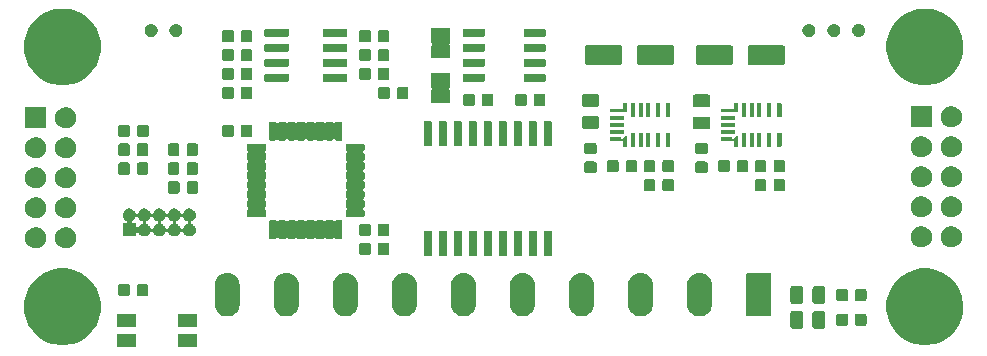
<source format=gbr>
G04 #@! TF.GenerationSoftware,KiCad,Pcbnew,5.1.5+dfsg1-2build2*
G04 #@! TF.CreationDate,2020-10-19T23:11:39-07:00*
G04 #@! TF.ProjectId,evc_seriously,6576635f-7365-4726-996f-75736c792e6b,rev?*
G04 #@! TF.SameCoordinates,Original*
G04 #@! TF.FileFunction,Soldermask,Top*
G04 #@! TF.FilePolarity,Negative*
%FSLAX46Y46*%
G04 Gerber Fmt 4.6, Leading zero omitted, Abs format (unit mm)*
G04 Created by KiCad (PCBNEW 5.1.5+dfsg1-2build2) date 2020-10-19 23:11:39*
%MOMM*%
%LPD*%
G04 APERTURE LIST*
%ADD10C,0.100000*%
G04 APERTURE END LIST*
D10*
G36*
X155351000Y-129401000D02*
G01*
X153799000Y-129401000D01*
X153799000Y-128299000D01*
X155351000Y-128299000D01*
X155351000Y-129401000D01*
G37*
G36*
X150201000Y-129401000D02*
G01*
X148649000Y-129401000D01*
X148649000Y-128299000D01*
X150201000Y-128299000D01*
X150201000Y-129401000D01*
G37*
G36*
X217634239Y-122811467D02*
G01*
X217948282Y-122873934D01*
X218539926Y-123119001D01*
X218930164Y-123379750D01*
X218992251Y-123421235D01*
X219072392Y-123474784D01*
X219525216Y-123927608D01*
X219880999Y-124460074D01*
X220126066Y-125051718D01*
X220171822Y-125281750D01*
X220251000Y-125679803D01*
X220251000Y-126320197D01*
X220233140Y-126409983D01*
X220126066Y-126948282D01*
X219880999Y-127539926D01*
X219525216Y-128072392D01*
X219072392Y-128525216D01*
X218539926Y-128880999D01*
X217948282Y-129126066D01*
X217634239Y-129188533D01*
X217320197Y-129251000D01*
X216679803Y-129251000D01*
X216365761Y-129188533D01*
X216051718Y-129126066D01*
X215460074Y-128880999D01*
X214927608Y-128525216D01*
X214474784Y-128072392D01*
X214119001Y-127539926D01*
X213873934Y-126948282D01*
X213766860Y-126409983D01*
X213749000Y-126320197D01*
X213749000Y-125679803D01*
X213828178Y-125281750D01*
X213873934Y-125051718D01*
X214119001Y-124460074D01*
X214474784Y-123927608D01*
X214927608Y-123474784D01*
X215007750Y-123421235D01*
X215069836Y-123379750D01*
X215460074Y-123119001D01*
X216051718Y-122873934D01*
X216365761Y-122811467D01*
X216679803Y-122749000D01*
X217320197Y-122749000D01*
X217634239Y-122811467D01*
G37*
G36*
X144634239Y-122811467D02*
G01*
X144948282Y-122873934D01*
X145539926Y-123119001D01*
X145930164Y-123379750D01*
X145992251Y-123421235D01*
X146072392Y-123474784D01*
X146525216Y-123927608D01*
X146880999Y-124460074D01*
X147126066Y-125051718D01*
X147171822Y-125281750D01*
X147251000Y-125679803D01*
X147251000Y-126320197D01*
X147233140Y-126409983D01*
X147126066Y-126948282D01*
X146880999Y-127539926D01*
X146525216Y-128072392D01*
X146072392Y-128525216D01*
X145539926Y-128880999D01*
X144948282Y-129126066D01*
X144634239Y-129188533D01*
X144320197Y-129251000D01*
X143679803Y-129251000D01*
X143365761Y-129188533D01*
X143051718Y-129126066D01*
X142460074Y-128880999D01*
X141927608Y-128525216D01*
X141474784Y-128072392D01*
X141119001Y-127539926D01*
X140873934Y-126948282D01*
X140766860Y-126409983D01*
X140749000Y-126320197D01*
X140749000Y-125679803D01*
X140828178Y-125281750D01*
X140873934Y-125051718D01*
X141119001Y-124460074D01*
X141474784Y-123927608D01*
X141927608Y-123474784D01*
X142007750Y-123421235D01*
X142069836Y-123379750D01*
X142460074Y-123119001D01*
X143051718Y-122873934D01*
X143365761Y-122811467D01*
X143679803Y-122749000D01*
X144320197Y-122749000D01*
X144634239Y-122811467D01*
G37*
G36*
X206534468Y-126353565D02*
G01*
X206573138Y-126365296D01*
X206608777Y-126384346D01*
X206640017Y-126409983D01*
X206665654Y-126441223D01*
X206684704Y-126476862D01*
X206696435Y-126515532D01*
X206701000Y-126561888D01*
X206701000Y-127638112D01*
X206696435Y-127684468D01*
X206684704Y-127723138D01*
X206665654Y-127758777D01*
X206640017Y-127790017D01*
X206608777Y-127815654D01*
X206573138Y-127834704D01*
X206534468Y-127846435D01*
X206488112Y-127851000D01*
X205836888Y-127851000D01*
X205790532Y-127846435D01*
X205751862Y-127834704D01*
X205716223Y-127815654D01*
X205684983Y-127790017D01*
X205659346Y-127758777D01*
X205640296Y-127723138D01*
X205628565Y-127684468D01*
X205624000Y-127638112D01*
X205624000Y-126561888D01*
X205628565Y-126515532D01*
X205640296Y-126476862D01*
X205659346Y-126441223D01*
X205684983Y-126409983D01*
X205716223Y-126384346D01*
X205751862Y-126365296D01*
X205790532Y-126353565D01*
X205836888Y-126349000D01*
X206488112Y-126349000D01*
X206534468Y-126353565D01*
G37*
G36*
X208409468Y-126353565D02*
G01*
X208448138Y-126365296D01*
X208483777Y-126384346D01*
X208515017Y-126409983D01*
X208540654Y-126441223D01*
X208559704Y-126476862D01*
X208571435Y-126515532D01*
X208576000Y-126561888D01*
X208576000Y-127638112D01*
X208571435Y-127684468D01*
X208559704Y-127723138D01*
X208540654Y-127758777D01*
X208515017Y-127790017D01*
X208483777Y-127815654D01*
X208448138Y-127834704D01*
X208409468Y-127846435D01*
X208363112Y-127851000D01*
X207711888Y-127851000D01*
X207665532Y-127846435D01*
X207626862Y-127834704D01*
X207591223Y-127815654D01*
X207559983Y-127790017D01*
X207534346Y-127758777D01*
X207515296Y-127723138D01*
X207503565Y-127684468D01*
X207499000Y-127638112D01*
X207499000Y-126561888D01*
X207503565Y-126515532D01*
X207515296Y-126476862D01*
X207534346Y-126441223D01*
X207559983Y-126409983D01*
X207591223Y-126384346D01*
X207626862Y-126365296D01*
X207665532Y-126353565D01*
X207711888Y-126349000D01*
X208363112Y-126349000D01*
X208409468Y-126353565D01*
G37*
G36*
X150201000Y-127701000D02*
G01*
X148649000Y-127701000D01*
X148649000Y-126599000D01*
X150201000Y-126599000D01*
X150201000Y-127701000D01*
G37*
G36*
X155351000Y-127701000D02*
G01*
X153799000Y-127701000D01*
X153799000Y-126599000D01*
X155351000Y-126599000D01*
X155351000Y-127701000D01*
G37*
G36*
X210354591Y-126578085D02*
G01*
X210388569Y-126588393D01*
X210419890Y-126605134D01*
X210447339Y-126627661D01*
X210469866Y-126655110D01*
X210486607Y-126686431D01*
X210496915Y-126720409D01*
X210501000Y-126761890D01*
X210501000Y-127438110D01*
X210496915Y-127479591D01*
X210486607Y-127513569D01*
X210469866Y-127544890D01*
X210447339Y-127572339D01*
X210419890Y-127594866D01*
X210388569Y-127611607D01*
X210354591Y-127621915D01*
X210313110Y-127626000D01*
X209711890Y-127626000D01*
X209670409Y-127621915D01*
X209636431Y-127611607D01*
X209605110Y-127594866D01*
X209577661Y-127572339D01*
X209555134Y-127544890D01*
X209538393Y-127513569D01*
X209528085Y-127479591D01*
X209524000Y-127438110D01*
X209524000Y-126761890D01*
X209528085Y-126720409D01*
X209538393Y-126686431D01*
X209555134Y-126655110D01*
X209577661Y-126627661D01*
X209605110Y-126605134D01*
X209636431Y-126588393D01*
X209670409Y-126578085D01*
X209711890Y-126574000D01*
X210313110Y-126574000D01*
X210354591Y-126578085D01*
G37*
G36*
X211929591Y-126578085D02*
G01*
X211963569Y-126588393D01*
X211994890Y-126605134D01*
X212022339Y-126627661D01*
X212044866Y-126655110D01*
X212061607Y-126686431D01*
X212071915Y-126720409D01*
X212076000Y-126761890D01*
X212076000Y-127438110D01*
X212071915Y-127479591D01*
X212061607Y-127513569D01*
X212044866Y-127544890D01*
X212022339Y-127572339D01*
X211994890Y-127594866D01*
X211963569Y-127611607D01*
X211929591Y-127621915D01*
X211888110Y-127626000D01*
X211286890Y-127626000D01*
X211245409Y-127621915D01*
X211211431Y-127611607D01*
X211180110Y-127594866D01*
X211152661Y-127572339D01*
X211130134Y-127544890D01*
X211113393Y-127513569D01*
X211103085Y-127479591D01*
X211099000Y-127438110D01*
X211099000Y-126761890D01*
X211103085Y-126720409D01*
X211113393Y-126686431D01*
X211130134Y-126655110D01*
X211152661Y-126627661D01*
X211180110Y-126605134D01*
X211211431Y-126588393D01*
X211245409Y-126578085D01*
X211286890Y-126574000D01*
X211888110Y-126574000D01*
X211929591Y-126578085D01*
G37*
G36*
X178152032Y-123132207D02*
G01*
X178350146Y-123192305D01*
X178350149Y-123192306D01*
X178404873Y-123221557D01*
X178532729Y-123289897D01*
X178692765Y-123421235D01*
X178824103Y-123581271D01*
X178869939Y-123667025D01*
X178921694Y-123763851D01*
X178921695Y-123763854D01*
X178981793Y-123961968D01*
X178997000Y-124116370D01*
X178997000Y-125819630D01*
X178981793Y-125974032D01*
X178921695Y-126172145D01*
X178921694Y-126172149D01*
X178869939Y-126268975D01*
X178824103Y-126354729D01*
X178692765Y-126514765D01*
X178532729Y-126646103D01*
X178427729Y-126702226D01*
X178350148Y-126743694D01*
X178350145Y-126743695D01*
X178152031Y-126803793D01*
X177946000Y-126824085D01*
X177739968Y-126803793D01*
X177541854Y-126743695D01*
X177541851Y-126743694D01*
X177427463Y-126682552D01*
X177359271Y-126646103D01*
X177199235Y-126514765D01*
X177067897Y-126354729D01*
X176970307Y-126172149D01*
X176970306Y-126172148D01*
X176970305Y-126172145D01*
X176910207Y-125974031D01*
X176895000Y-125819629D01*
X176895000Y-124116370D01*
X176897342Y-124092592D01*
X176910207Y-123961967D01*
X176970305Y-123763854D01*
X177033904Y-123644870D01*
X177067898Y-123581271D01*
X177199236Y-123421235D01*
X177359272Y-123289897D01*
X177487128Y-123221557D01*
X177541852Y-123192306D01*
X177541855Y-123192305D01*
X177739969Y-123132207D01*
X177946000Y-123111915D01*
X178152032Y-123132207D01*
G37*
G36*
X198152032Y-123132207D02*
G01*
X198350146Y-123192305D01*
X198350149Y-123192306D01*
X198404873Y-123221557D01*
X198532729Y-123289897D01*
X198692765Y-123421235D01*
X198824103Y-123581271D01*
X198869939Y-123667025D01*
X198921694Y-123763851D01*
X198921695Y-123763854D01*
X198981793Y-123961968D01*
X198997000Y-124116370D01*
X198997000Y-125819630D01*
X198981793Y-125974032D01*
X198921695Y-126172145D01*
X198921694Y-126172149D01*
X198869939Y-126268975D01*
X198824103Y-126354729D01*
X198692765Y-126514765D01*
X198532729Y-126646103D01*
X198427729Y-126702226D01*
X198350148Y-126743694D01*
X198350145Y-126743695D01*
X198152031Y-126803793D01*
X197946000Y-126824085D01*
X197739968Y-126803793D01*
X197541854Y-126743695D01*
X197541851Y-126743694D01*
X197427463Y-126682552D01*
X197359271Y-126646103D01*
X197199235Y-126514765D01*
X197067897Y-126354729D01*
X196970307Y-126172149D01*
X196970306Y-126172148D01*
X196970305Y-126172145D01*
X196910207Y-125974031D01*
X196895000Y-125819629D01*
X196895000Y-124116370D01*
X196897342Y-124092592D01*
X196910207Y-123961967D01*
X196970305Y-123763854D01*
X197033904Y-123644870D01*
X197067898Y-123581271D01*
X197199236Y-123421235D01*
X197359272Y-123289897D01*
X197487128Y-123221557D01*
X197541852Y-123192306D01*
X197541855Y-123192305D01*
X197739969Y-123132207D01*
X197946000Y-123111915D01*
X198152032Y-123132207D01*
G37*
G36*
X193152032Y-123132207D02*
G01*
X193350146Y-123192305D01*
X193350149Y-123192306D01*
X193404873Y-123221557D01*
X193532729Y-123289897D01*
X193692765Y-123421235D01*
X193824103Y-123581271D01*
X193869939Y-123667025D01*
X193921694Y-123763851D01*
X193921695Y-123763854D01*
X193981793Y-123961968D01*
X193997000Y-124116370D01*
X193997000Y-125819630D01*
X193981793Y-125974032D01*
X193921695Y-126172145D01*
X193921694Y-126172149D01*
X193869939Y-126268975D01*
X193824103Y-126354729D01*
X193692765Y-126514765D01*
X193532729Y-126646103D01*
X193427729Y-126702226D01*
X193350148Y-126743694D01*
X193350145Y-126743695D01*
X193152031Y-126803793D01*
X192946000Y-126824085D01*
X192739968Y-126803793D01*
X192541854Y-126743695D01*
X192541851Y-126743694D01*
X192427463Y-126682552D01*
X192359271Y-126646103D01*
X192199235Y-126514765D01*
X192067897Y-126354729D01*
X191970307Y-126172149D01*
X191970306Y-126172148D01*
X191970305Y-126172145D01*
X191910207Y-125974031D01*
X191895000Y-125819629D01*
X191895000Y-124116370D01*
X191897342Y-124092592D01*
X191910207Y-123961967D01*
X191970305Y-123763854D01*
X192033904Y-123644870D01*
X192067898Y-123581271D01*
X192199236Y-123421235D01*
X192359272Y-123289897D01*
X192487128Y-123221557D01*
X192541852Y-123192306D01*
X192541855Y-123192305D01*
X192739969Y-123132207D01*
X192946000Y-123111915D01*
X193152032Y-123132207D01*
G37*
G36*
X188152032Y-123132207D02*
G01*
X188350146Y-123192305D01*
X188350149Y-123192306D01*
X188404873Y-123221557D01*
X188532729Y-123289897D01*
X188692765Y-123421235D01*
X188824103Y-123581271D01*
X188869939Y-123667025D01*
X188921694Y-123763851D01*
X188921695Y-123763854D01*
X188981793Y-123961968D01*
X188997000Y-124116370D01*
X188997000Y-125819630D01*
X188981793Y-125974032D01*
X188921695Y-126172145D01*
X188921694Y-126172149D01*
X188869939Y-126268975D01*
X188824103Y-126354729D01*
X188692765Y-126514765D01*
X188532729Y-126646103D01*
X188427729Y-126702226D01*
X188350148Y-126743694D01*
X188350145Y-126743695D01*
X188152031Y-126803793D01*
X187946000Y-126824085D01*
X187739968Y-126803793D01*
X187541854Y-126743695D01*
X187541851Y-126743694D01*
X187427463Y-126682552D01*
X187359271Y-126646103D01*
X187199235Y-126514765D01*
X187067897Y-126354729D01*
X186970307Y-126172149D01*
X186970306Y-126172148D01*
X186970305Y-126172145D01*
X186910207Y-125974031D01*
X186895000Y-125819629D01*
X186895000Y-124116370D01*
X186897342Y-124092592D01*
X186910207Y-123961967D01*
X186970305Y-123763854D01*
X187033904Y-123644870D01*
X187067898Y-123581271D01*
X187199236Y-123421235D01*
X187359272Y-123289897D01*
X187487128Y-123221557D01*
X187541852Y-123192306D01*
X187541855Y-123192305D01*
X187739969Y-123132207D01*
X187946000Y-123111915D01*
X188152032Y-123132207D01*
G37*
G36*
X173152032Y-123132207D02*
G01*
X173350146Y-123192305D01*
X173350149Y-123192306D01*
X173404873Y-123221557D01*
X173532729Y-123289897D01*
X173692765Y-123421235D01*
X173824103Y-123581271D01*
X173869939Y-123667025D01*
X173921694Y-123763851D01*
X173921695Y-123763854D01*
X173981793Y-123961968D01*
X173997000Y-124116370D01*
X173997000Y-125819630D01*
X173981793Y-125974032D01*
X173921695Y-126172145D01*
X173921694Y-126172149D01*
X173869939Y-126268975D01*
X173824103Y-126354729D01*
X173692765Y-126514765D01*
X173532729Y-126646103D01*
X173427729Y-126702226D01*
X173350148Y-126743694D01*
X173350145Y-126743695D01*
X173152031Y-126803793D01*
X172946000Y-126824085D01*
X172739968Y-126803793D01*
X172541854Y-126743695D01*
X172541851Y-126743694D01*
X172427463Y-126682552D01*
X172359271Y-126646103D01*
X172199235Y-126514765D01*
X172067897Y-126354729D01*
X171970307Y-126172149D01*
X171970306Y-126172148D01*
X171970305Y-126172145D01*
X171910207Y-125974031D01*
X171895000Y-125819629D01*
X171895000Y-124116370D01*
X171897342Y-124092592D01*
X171910207Y-123961967D01*
X171970305Y-123763854D01*
X172033904Y-123644870D01*
X172067898Y-123581271D01*
X172199236Y-123421235D01*
X172359272Y-123289897D01*
X172487128Y-123221557D01*
X172541852Y-123192306D01*
X172541855Y-123192305D01*
X172739969Y-123132207D01*
X172946000Y-123111915D01*
X173152032Y-123132207D01*
G37*
G36*
X168152032Y-123132207D02*
G01*
X168350146Y-123192305D01*
X168350149Y-123192306D01*
X168404873Y-123221557D01*
X168532729Y-123289897D01*
X168692765Y-123421235D01*
X168824103Y-123581271D01*
X168869939Y-123667025D01*
X168921694Y-123763851D01*
X168921695Y-123763854D01*
X168981793Y-123961968D01*
X168997000Y-124116370D01*
X168997000Y-125819630D01*
X168981793Y-125974032D01*
X168921695Y-126172145D01*
X168921694Y-126172149D01*
X168869939Y-126268975D01*
X168824103Y-126354729D01*
X168692765Y-126514765D01*
X168532729Y-126646103D01*
X168427729Y-126702226D01*
X168350148Y-126743694D01*
X168350145Y-126743695D01*
X168152031Y-126803793D01*
X167946000Y-126824085D01*
X167739968Y-126803793D01*
X167541854Y-126743695D01*
X167541851Y-126743694D01*
X167427463Y-126682552D01*
X167359271Y-126646103D01*
X167199235Y-126514765D01*
X167067897Y-126354729D01*
X166970307Y-126172149D01*
X166970306Y-126172148D01*
X166970305Y-126172145D01*
X166910207Y-125974031D01*
X166895000Y-125819629D01*
X166895000Y-124116370D01*
X166897342Y-124092592D01*
X166910207Y-123961967D01*
X166970305Y-123763854D01*
X167033904Y-123644870D01*
X167067898Y-123581271D01*
X167199236Y-123421235D01*
X167359272Y-123289897D01*
X167487128Y-123221557D01*
X167541852Y-123192306D01*
X167541855Y-123192305D01*
X167739969Y-123132207D01*
X167946000Y-123111915D01*
X168152032Y-123132207D01*
G37*
G36*
X163152032Y-123132207D02*
G01*
X163350146Y-123192305D01*
X163350149Y-123192306D01*
X163404873Y-123221557D01*
X163532729Y-123289897D01*
X163692765Y-123421235D01*
X163824103Y-123581271D01*
X163869939Y-123667025D01*
X163921694Y-123763851D01*
X163921695Y-123763854D01*
X163981793Y-123961968D01*
X163997000Y-124116370D01*
X163997000Y-125819630D01*
X163981793Y-125974032D01*
X163921695Y-126172145D01*
X163921694Y-126172149D01*
X163869939Y-126268975D01*
X163824103Y-126354729D01*
X163692765Y-126514765D01*
X163532729Y-126646103D01*
X163427729Y-126702226D01*
X163350148Y-126743694D01*
X163350145Y-126743695D01*
X163152031Y-126803793D01*
X162946000Y-126824085D01*
X162739968Y-126803793D01*
X162541854Y-126743695D01*
X162541851Y-126743694D01*
X162427463Y-126682552D01*
X162359271Y-126646103D01*
X162199235Y-126514765D01*
X162067897Y-126354729D01*
X161970307Y-126172149D01*
X161970306Y-126172148D01*
X161970305Y-126172145D01*
X161910207Y-125974031D01*
X161895000Y-125819629D01*
X161895000Y-124116370D01*
X161897342Y-124092592D01*
X161910207Y-123961967D01*
X161970305Y-123763854D01*
X162033904Y-123644870D01*
X162067898Y-123581271D01*
X162199236Y-123421235D01*
X162359272Y-123289897D01*
X162487128Y-123221557D01*
X162541852Y-123192306D01*
X162541855Y-123192305D01*
X162739969Y-123132207D01*
X162946000Y-123111915D01*
X163152032Y-123132207D01*
G37*
G36*
X183152032Y-123132207D02*
G01*
X183350146Y-123192305D01*
X183350149Y-123192306D01*
X183404873Y-123221557D01*
X183532729Y-123289897D01*
X183692765Y-123421235D01*
X183824103Y-123581271D01*
X183869939Y-123667025D01*
X183921694Y-123763851D01*
X183921695Y-123763854D01*
X183981793Y-123961968D01*
X183997000Y-124116370D01*
X183997000Y-125819630D01*
X183981793Y-125974032D01*
X183921695Y-126172145D01*
X183921694Y-126172149D01*
X183869939Y-126268975D01*
X183824103Y-126354729D01*
X183692765Y-126514765D01*
X183532729Y-126646103D01*
X183427729Y-126702226D01*
X183350148Y-126743694D01*
X183350145Y-126743695D01*
X183152031Y-126803793D01*
X182946000Y-126824085D01*
X182739968Y-126803793D01*
X182541854Y-126743695D01*
X182541851Y-126743694D01*
X182427463Y-126682552D01*
X182359271Y-126646103D01*
X182199235Y-126514765D01*
X182067897Y-126354729D01*
X181970307Y-126172149D01*
X181970306Y-126172148D01*
X181970305Y-126172145D01*
X181910207Y-125974031D01*
X181895000Y-125819629D01*
X181895000Y-124116370D01*
X181897342Y-124092592D01*
X181910207Y-123961967D01*
X181970305Y-123763854D01*
X182033904Y-123644870D01*
X182067898Y-123581271D01*
X182199236Y-123421235D01*
X182359272Y-123289897D01*
X182487128Y-123221557D01*
X182541852Y-123192306D01*
X182541855Y-123192305D01*
X182739969Y-123132207D01*
X182946000Y-123111915D01*
X183152032Y-123132207D01*
G37*
G36*
X158152032Y-123132207D02*
G01*
X158350146Y-123192305D01*
X158350149Y-123192306D01*
X158404873Y-123221557D01*
X158532729Y-123289897D01*
X158692765Y-123421235D01*
X158824103Y-123581271D01*
X158869939Y-123667025D01*
X158921694Y-123763851D01*
X158921695Y-123763854D01*
X158981793Y-123961968D01*
X158997000Y-124116370D01*
X158997000Y-125819630D01*
X158981793Y-125974032D01*
X158921695Y-126172145D01*
X158921694Y-126172149D01*
X158869939Y-126268975D01*
X158824103Y-126354729D01*
X158692765Y-126514765D01*
X158532729Y-126646103D01*
X158427729Y-126702226D01*
X158350148Y-126743694D01*
X158350145Y-126743695D01*
X158152031Y-126803793D01*
X157946000Y-126824085D01*
X157739968Y-126803793D01*
X157541854Y-126743695D01*
X157541851Y-126743694D01*
X157427463Y-126682552D01*
X157359271Y-126646103D01*
X157199235Y-126514765D01*
X157067897Y-126354729D01*
X156970307Y-126172149D01*
X156970306Y-126172148D01*
X156970305Y-126172145D01*
X156910207Y-125974031D01*
X156895000Y-125819629D01*
X156895000Y-124116370D01*
X156897342Y-124092592D01*
X156910207Y-123961967D01*
X156970305Y-123763854D01*
X157033904Y-123644870D01*
X157067898Y-123581271D01*
X157199236Y-123421235D01*
X157359272Y-123289897D01*
X157487128Y-123221557D01*
X157541852Y-123192306D01*
X157541855Y-123192305D01*
X157739969Y-123132207D01*
X157946000Y-123111915D01*
X158152032Y-123132207D01*
G37*
G36*
X203860852Y-123120840D02*
G01*
X203892443Y-123130423D01*
X203921557Y-123145985D01*
X203947074Y-123166926D01*
X203968015Y-123192443D01*
X203983577Y-123221557D01*
X203993160Y-123253148D01*
X203997000Y-123292140D01*
X203997000Y-126643860D01*
X203993160Y-126682852D01*
X203983577Y-126714443D01*
X203968015Y-126743557D01*
X203947074Y-126769074D01*
X203921557Y-126790015D01*
X203892443Y-126805577D01*
X203860852Y-126815160D01*
X203821860Y-126819000D01*
X202070140Y-126819000D01*
X202031148Y-126815160D01*
X201999557Y-126805577D01*
X201970443Y-126790015D01*
X201944926Y-126769074D01*
X201923985Y-126743557D01*
X201908423Y-126714443D01*
X201898840Y-126682852D01*
X201895000Y-126643860D01*
X201895000Y-123292140D01*
X201898840Y-123253148D01*
X201908423Y-123221557D01*
X201923985Y-123192443D01*
X201944926Y-123166926D01*
X201970443Y-123145985D01*
X201999557Y-123130423D01*
X202031148Y-123120840D01*
X202070140Y-123117000D01*
X203821860Y-123117000D01*
X203860852Y-123120840D01*
G37*
G36*
X208409468Y-124253565D02*
G01*
X208448138Y-124265296D01*
X208483777Y-124284346D01*
X208515017Y-124309983D01*
X208540654Y-124341223D01*
X208559704Y-124376862D01*
X208571435Y-124415532D01*
X208576000Y-124461888D01*
X208576000Y-125538112D01*
X208571435Y-125584468D01*
X208559704Y-125623138D01*
X208540654Y-125658777D01*
X208515017Y-125690017D01*
X208483777Y-125715654D01*
X208448138Y-125734704D01*
X208409468Y-125746435D01*
X208363112Y-125751000D01*
X207711888Y-125751000D01*
X207665532Y-125746435D01*
X207626862Y-125734704D01*
X207591223Y-125715654D01*
X207559983Y-125690017D01*
X207534346Y-125658777D01*
X207515296Y-125623138D01*
X207503565Y-125584468D01*
X207499000Y-125538112D01*
X207499000Y-124461888D01*
X207503565Y-124415532D01*
X207515296Y-124376862D01*
X207534346Y-124341223D01*
X207559983Y-124309983D01*
X207591223Y-124284346D01*
X207626862Y-124265296D01*
X207665532Y-124253565D01*
X207711888Y-124249000D01*
X208363112Y-124249000D01*
X208409468Y-124253565D01*
G37*
G36*
X206534468Y-124253565D02*
G01*
X206573138Y-124265296D01*
X206608777Y-124284346D01*
X206640017Y-124309983D01*
X206665654Y-124341223D01*
X206684704Y-124376862D01*
X206696435Y-124415532D01*
X206701000Y-124461888D01*
X206701000Y-125538112D01*
X206696435Y-125584468D01*
X206684704Y-125623138D01*
X206665654Y-125658777D01*
X206640017Y-125690017D01*
X206608777Y-125715654D01*
X206573138Y-125734704D01*
X206534468Y-125746435D01*
X206488112Y-125751000D01*
X205836888Y-125751000D01*
X205790532Y-125746435D01*
X205751862Y-125734704D01*
X205716223Y-125715654D01*
X205684983Y-125690017D01*
X205659346Y-125658777D01*
X205640296Y-125623138D01*
X205628565Y-125584468D01*
X205624000Y-125538112D01*
X205624000Y-124461888D01*
X205628565Y-124415532D01*
X205640296Y-124376862D01*
X205659346Y-124341223D01*
X205684983Y-124309983D01*
X205716223Y-124284346D01*
X205751862Y-124265296D01*
X205790532Y-124253565D01*
X205836888Y-124249000D01*
X206488112Y-124249000D01*
X206534468Y-124253565D01*
G37*
G36*
X210354591Y-124478085D02*
G01*
X210388569Y-124488393D01*
X210419890Y-124505134D01*
X210447339Y-124527661D01*
X210469866Y-124555110D01*
X210486607Y-124586431D01*
X210496915Y-124620409D01*
X210501000Y-124661890D01*
X210501000Y-125338110D01*
X210496915Y-125379591D01*
X210486607Y-125413569D01*
X210469866Y-125444890D01*
X210447339Y-125472339D01*
X210419890Y-125494866D01*
X210388569Y-125511607D01*
X210354591Y-125521915D01*
X210313110Y-125526000D01*
X209711890Y-125526000D01*
X209670409Y-125521915D01*
X209636431Y-125511607D01*
X209605110Y-125494866D01*
X209577661Y-125472339D01*
X209555134Y-125444890D01*
X209538393Y-125413569D01*
X209528085Y-125379591D01*
X209524000Y-125338110D01*
X209524000Y-124661890D01*
X209528085Y-124620409D01*
X209538393Y-124586431D01*
X209555134Y-124555110D01*
X209577661Y-124527661D01*
X209605110Y-124505134D01*
X209636431Y-124488393D01*
X209670409Y-124478085D01*
X209711890Y-124474000D01*
X210313110Y-124474000D01*
X210354591Y-124478085D01*
G37*
G36*
X211929591Y-124478085D02*
G01*
X211963569Y-124488393D01*
X211994890Y-124505134D01*
X212022339Y-124527661D01*
X212044866Y-124555110D01*
X212061607Y-124586431D01*
X212071915Y-124620409D01*
X212076000Y-124661890D01*
X212076000Y-125338110D01*
X212071915Y-125379591D01*
X212061607Y-125413569D01*
X212044866Y-125444890D01*
X212022339Y-125472339D01*
X211994890Y-125494866D01*
X211963569Y-125511607D01*
X211929591Y-125521915D01*
X211888110Y-125526000D01*
X211286890Y-125526000D01*
X211245409Y-125521915D01*
X211211431Y-125511607D01*
X211180110Y-125494866D01*
X211152661Y-125472339D01*
X211130134Y-125444890D01*
X211113393Y-125413569D01*
X211103085Y-125379591D01*
X211099000Y-125338110D01*
X211099000Y-124661890D01*
X211103085Y-124620409D01*
X211113393Y-124586431D01*
X211130134Y-124555110D01*
X211152661Y-124527661D01*
X211180110Y-124505134D01*
X211211431Y-124488393D01*
X211245409Y-124478085D01*
X211286890Y-124474000D01*
X211888110Y-124474000D01*
X211929591Y-124478085D01*
G37*
G36*
X149554591Y-124078085D02*
G01*
X149588569Y-124088393D01*
X149619890Y-124105134D01*
X149647339Y-124127661D01*
X149669866Y-124155110D01*
X149686607Y-124186431D01*
X149696915Y-124220409D01*
X149701000Y-124261890D01*
X149701000Y-124938110D01*
X149696915Y-124979591D01*
X149686607Y-125013569D01*
X149669866Y-125044890D01*
X149647339Y-125072339D01*
X149619890Y-125094866D01*
X149588569Y-125111607D01*
X149554591Y-125121915D01*
X149513110Y-125126000D01*
X148911890Y-125126000D01*
X148870409Y-125121915D01*
X148836431Y-125111607D01*
X148805110Y-125094866D01*
X148777661Y-125072339D01*
X148755134Y-125044890D01*
X148738393Y-125013569D01*
X148728085Y-124979591D01*
X148724000Y-124938110D01*
X148724000Y-124261890D01*
X148728085Y-124220409D01*
X148738393Y-124186431D01*
X148755134Y-124155110D01*
X148777661Y-124127661D01*
X148805110Y-124105134D01*
X148836431Y-124088393D01*
X148870409Y-124078085D01*
X148911890Y-124074000D01*
X149513110Y-124074000D01*
X149554591Y-124078085D01*
G37*
G36*
X151129591Y-124078085D02*
G01*
X151163569Y-124088393D01*
X151194890Y-124105134D01*
X151222339Y-124127661D01*
X151244866Y-124155110D01*
X151261607Y-124186431D01*
X151271915Y-124220409D01*
X151276000Y-124261890D01*
X151276000Y-124938110D01*
X151271915Y-124979591D01*
X151261607Y-125013569D01*
X151244866Y-125044890D01*
X151222339Y-125072339D01*
X151194890Y-125094866D01*
X151163569Y-125111607D01*
X151129591Y-125121915D01*
X151088110Y-125126000D01*
X150486890Y-125126000D01*
X150445409Y-125121915D01*
X150411431Y-125111607D01*
X150380110Y-125094866D01*
X150352661Y-125072339D01*
X150330134Y-125044890D01*
X150313393Y-125013569D01*
X150303085Y-124979591D01*
X150299000Y-124938110D01*
X150299000Y-124261890D01*
X150303085Y-124220409D01*
X150313393Y-124186431D01*
X150330134Y-124155110D01*
X150352661Y-124127661D01*
X150380110Y-124105134D01*
X150411431Y-124088393D01*
X150445409Y-124078085D01*
X150486890Y-124074000D01*
X151088110Y-124074000D01*
X151129591Y-124078085D01*
G37*
G36*
X180259928Y-119576764D02*
G01*
X180281009Y-119583160D01*
X180300445Y-119593548D01*
X180317476Y-119607524D01*
X180331452Y-119624555D01*
X180341840Y-119643991D01*
X180348236Y-119665072D01*
X180351000Y-119693140D01*
X180351000Y-121606860D01*
X180348236Y-121634928D01*
X180341840Y-121656009D01*
X180331452Y-121675445D01*
X180317476Y-121692476D01*
X180300445Y-121706452D01*
X180281009Y-121716840D01*
X180259928Y-121723236D01*
X180231860Y-121726000D01*
X179768140Y-121726000D01*
X179740072Y-121723236D01*
X179718991Y-121716840D01*
X179699555Y-121706452D01*
X179682524Y-121692476D01*
X179668548Y-121675445D01*
X179658160Y-121656009D01*
X179651764Y-121634928D01*
X179649000Y-121606860D01*
X179649000Y-119693140D01*
X179651764Y-119665072D01*
X179658160Y-119643991D01*
X179668548Y-119624555D01*
X179682524Y-119607524D01*
X179699555Y-119593548D01*
X179718991Y-119583160D01*
X179740072Y-119576764D01*
X179768140Y-119574000D01*
X180231860Y-119574000D01*
X180259928Y-119576764D01*
G37*
G36*
X181529928Y-119576764D02*
G01*
X181551009Y-119583160D01*
X181570445Y-119593548D01*
X181587476Y-119607524D01*
X181601452Y-119624555D01*
X181611840Y-119643991D01*
X181618236Y-119665072D01*
X181621000Y-119693140D01*
X181621000Y-121606860D01*
X181618236Y-121634928D01*
X181611840Y-121656009D01*
X181601452Y-121675445D01*
X181587476Y-121692476D01*
X181570445Y-121706452D01*
X181551009Y-121716840D01*
X181529928Y-121723236D01*
X181501860Y-121726000D01*
X181038140Y-121726000D01*
X181010072Y-121723236D01*
X180988991Y-121716840D01*
X180969555Y-121706452D01*
X180952524Y-121692476D01*
X180938548Y-121675445D01*
X180928160Y-121656009D01*
X180921764Y-121634928D01*
X180919000Y-121606860D01*
X180919000Y-119693140D01*
X180921764Y-119665072D01*
X180928160Y-119643991D01*
X180938548Y-119624555D01*
X180952524Y-119607524D01*
X180969555Y-119593548D01*
X180988991Y-119583160D01*
X181010072Y-119576764D01*
X181038140Y-119574000D01*
X181501860Y-119574000D01*
X181529928Y-119576764D01*
G37*
G36*
X182799928Y-119576764D02*
G01*
X182821009Y-119583160D01*
X182840445Y-119593548D01*
X182857476Y-119607524D01*
X182871452Y-119624555D01*
X182881840Y-119643991D01*
X182888236Y-119665072D01*
X182891000Y-119693140D01*
X182891000Y-121606860D01*
X182888236Y-121634928D01*
X182881840Y-121656009D01*
X182871452Y-121675445D01*
X182857476Y-121692476D01*
X182840445Y-121706452D01*
X182821009Y-121716840D01*
X182799928Y-121723236D01*
X182771860Y-121726000D01*
X182308140Y-121726000D01*
X182280072Y-121723236D01*
X182258991Y-121716840D01*
X182239555Y-121706452D01*
X182222524Y-121692476D01*
X182208548Y-121675445D01*
X182198160Y-121656009D01*
X182191764Y-121634928D01*
X182189000Y-121606860D01*
X182189000Y-119693140D01*
X182191764Y-119665072D01*
X182198160Y-119643991D01*
X182208548Y-119624555D01*
X182222524Y-119607524D01*
X182239555Y-119593548D01*
X182258991Y-119583160D01*
X182280072Y-119576764D01*
X182308140Y-119574000D01*
X182771860Y-119574000D01*
X182799928Y-119576764D01*
G37*
G36*
X184069928Y-119576764D02*
G01*
X184091009Y-119583160D01*
X184110445Y-119593548D01*
X184127476Y-119607524D01*
X184141452Y-119624555D01*
X184151840Y-119643991D01*
X184158236Y-119665072D01*
X184161000Y-119693140D01*
X184161000Y-121606860D01*
X184158236Y-121634928D01*
X184151840Y-121656009D01*
X184141452Y-121675445D01*
X184127476Y-121692476D01*
X184110445Y-121706452D01*
X184091009Y-121716840D01*
X184069928Y-121723236D01*
X184041860Y-121726000D01*
X183578140Y-121726000D01*
X183550072Y-121723236D01*
X183528991Y-121716840D01*
X183509555Y-121706452D01*
X183492524Y-121692476D01*
X183478548Y-121675445D01*
X183468160Y-121656009D01*
X183461764Y-121634928D01*
X183459000Y-121606860D01*
X183459000Y-119693140D01*
X183461764Y-119665072D01*
X183468160Y-119643991D01*
X183478548Y-119624555D01*
X183492524Y-119607524D01*
X183509555Y-119593548D01*
X183528991Y-119583160D01*
X183550072Y-119576764D01*
X183578140Y-119574000D01*
X184041860Y-119574000D01*
X184069928Y-119576764D01*
G37*
G36*
X185339928Y-119576764D02*
G01*
X185361009Y-119583160D01*
X185380445Y-119593548D01*
X185397476Y-119607524D01*
X185411452Y-119624555D01*
X185421840Y-119643991D01*
X185428236Y-119665072D01*
X185431000Y-119693140D01*
X185431000Y-121606860D01*
X185428236Y-121634928D01*
X185421840Y-121656009D01*
X185411452Y-121675445D01*
X185397476Y-121692476D01*
X185380445Y-121706452D01*
X185361009Y-121716840D01*
X185339928Y-121723236D01*
X185311860Y-121726000D01*
X184848140Y-121726000D01*
X184820072Y-121723236D01*
X184798991Y-121716840D01*
X184779555Y-121706452D01*
X184762524Y-121692476D01*
X184748548Y-121675445D01*
X184738160Y-121656009D01*
X184731764Y-121634928D01*
X184729000Y-121606860D01*
X184729000Y-119693140D01*
X184731764Y-119665072D01*
X184738160Y-119643991D01*
X184748548Y-119624555D01*
X184762524Y-119607524D01*
X184779555Y-119593548D01*
X184798991Y-119583160D01*
X184820072Y-119576764D01*
X184848140Y-119574000D01*
X185311860Y-119574000D01*
X185339928Y-119576764D01*
G37*
G36*
X177719928Y-119576764D02*
G01*
X177741009Y-119583160D01*
X177760445Y-119593548D01*
X177777476Y-119607524D01*
X177791452Y-119624555D01*
X177801840Y-119643991D01*
X177808236Y-119665072D01*
X177811000Y-119693140D01*
X177811000Y-121606860D01*
X177808236Y-121634928D01*
X177801840Y-121656009D01*
X177791452Y-121675445D01*
X177777476Y-121692476D01*
X177760445Y-121706452D01*
X177741009Y-121716840D01*
X177719928Y-121723236D01*
X177691860Y-121726000D01*
X177228140Y-121726000D01*
X177200072Y-121723236D01*
X177178991Y-121716840D01*
X177159555Y-121706452D01*
X177142524Y-121692476D01*
X177128548Y-121675445D01*
X177118160Y-121656009D01*
X177111764Y-121634928D01*
X177109000Y-121606860D01*
X177109000Y-119693140D01*
X177111764Y-119665072D01*
X177118160Y-119643991D01*
X177128548Y-119624555D01*
X177142524Y-119607524D01*
X177159555Y-119593548D01*
X177178991Y-119583160D01*
X177200072Y-119576764D01*
X177228140Y-119574000D01*
X177691860Y-119574000D01*
X177719928Y-119576764D01*
G37*
G36*
X176449928Y-119576764D02*
G01*
X176471009Y-119583160D01*
X176490445Y-119593548D01*
X176507476Y-119607524D01*
X176521452Y-119624555D01*
X176531840Y-119643991D01*
X176538236Y-119665072D01*
X176541000Y-119693140D01*
X176541000Y-121606860D01*
X176538236Y-121634928D01*
X176531840Y-121656009D01*
X176521452Y-121675445D01*
X176507476Y-121692476D01*
X176490445Y-121706452D01*
X176471009Y-121716840D01*
X176449928Y-121723236D01*
X176421860Y-121726000D01*
X175958140Y-121726000D01*
X175930072Y-121723236D01*
X175908991Y-121716840D01*
X175889555Y-121706452D01*
X175872524Y-121692476D01*
X175858548Y-121675445D01*
X175848160Y-121656009D01*
X175841764Y-121634928D01*
X175839000Y-121606860D01*
X175839000Y-119693140D01*
X175841764Y-119665072D01*
X175848160Y-119643991D01*
X175858548Y-119624555D01*
X175872524Y-119607524D01*
X175889555Y-119593548D01*
X175908991Y-119583160D01*
X175930072Y-119576764D01*
X175958140Y-119574000D01*
X176421860Y-119574000D01*
X176449928Y-119576764D01*
G37*
G36*
X178989928Y-119576764D02*
G01*
X179011009Y-119583160D01*
X179030445Y-119593548D01*
X179047476Y-119607524D01*
X179061452Y-119624555D01*
X179071840Y-119643991D01*
X179078236Y-119665072D01*
X179081000Y-119693140D01*
X179081000Y-121606860D01*
X179078236Y-121634928D01*
X179071840Y-121656009D01*
X179061452Y-121675445D01*
X179047476Y-121692476D01*
X179030445Y-121706452D01*
X179011009Y-121716840D01*
X178989928Y-121723236D01*
X178961860Y-121726000D01*
X178498140Y-121726000D01*
X178470072Y-121723236D01*
X178448991Y-121716840D01*
X178429555Y-121706452D01*
X178412524Y-121692476D01*
X178398548Y-121675445D01*
X178388160Y-121656009D01*
X178381764Y-121634928D01*
X178379000Y-121606860D01*
X178379000Y-119693140D01*
X178381764Y-119665072D01*
X178388160Y-119643991D01*
X178398548Y-119624555D01*
X178412524Y-119607524D01*
X178429555Y-119593548D01*
X178448991Y-119583160D01*
X178470072Y-119576764D01*
X178498140Y-119574000D01*
X178961860Y-119574000D01*
X178989928Y-119576764D01*
G37*
G36*
X175179928Y-119576764D02*
G01*
X175201009Y-119583160D01*
X175220445Y-119593548D01*
X175237476Y-119607524D01*
X175251452Y-119624555D01*
X175261840Y-119643991D01*
X175268236Y-119665072D01*
X175271000Y-119693140D01*
X175271000Y-121606860D01*
X175268236Y-121634928D01*
X175261840Y-121656009D01*
X175251452Y-121675445D01*
X175237476Y-121692476D01*
X175220445Y-121706452D01*
X175201009Y-121716840D01*
X175179928Y-121723236D01*
X175151860Y-121726000D01*
X174688140Y-121726000D01*
X174660072Y-121723236D01*
X174638991Y-121716840D01*
X174619555Y-121706452D01*
X174602524Y-121692476D01*
X174588548Y-121675445D01*
X174578160Y-121656009D01*
X174571764Y-121634928D01*
X174569000Y-121606860D01*
X174569000Y-119693140D01*
X174571764Y-119665072D01*
X174578160Y-119643991D01*
X174588548Y-119624555D01*
X174602524Y-119607524D01*
X174619555Y-119593548D01*
X174638991Y-119583160D01*
X174660072Y-119576764D01*
X174688140Y-119574000D01*
X175151860Y-119574000D01*
X175179928Y-119576764D01*
G37*
G36*
X171529591Y-120578085D02*
G01*
X171563569Y-120588393D01*
X171594890Y-120605134D01*
X171622339Y-120627661D01*
X171644866Y-120655110D01*
X171661607Y-120686431D01*
X171671915Y-120720409D01*
X171676000Y-120761890D01*
X171676000Y-121438110D01*
X171671915Y-121479591D01*
X171661607Y-121513569D01*
X171644866Y-121544890D01*
X171622339Y-121572339D01*
X171594890Y-121594866D01*
X171563569Y-121611607D01*
X171529591Y-121621915D01*
X171488110Y-121626000D01*
X170886890Y-121626000D01*
X170845409Y-121621915D01*
X170811431Y-121611607D01*
X170780110Y-121594866D01*
X170752661Y-121572339D01*
X170730134Y-121544890D01*
X170713393Y-121513569D01*
X170703085Y-121479591D01*
X170699000Y-121438110D01*
X170699000Y-120761890D01*
X170703085Y-120720409D01*
X170713393Y-120686431D01*
X170730134Y-120655110D01*
X170752661Y-120627661D01*
X170780110Y-120605134D01*
X170811431Y-120588393D01*
X170845409Y-120578085D01*
X170886890Y-120574000D01*
X171488110Y-120574000D01*
X171529591Y-120578085D01*
G37*
G36*
X169954591Y-120578085D02*
G01*
X169988569Y-120588393D01*
X170019890Y-120605134D01*
X170047339Y-120627661D01*
X170069866Y-120655110D01*
X170086607Y-120686431D01*
X170096915Y-120720409D01*
X170101000Y-120761890D01*
X170101000Y-121438110D01*
X170096915Y-121479591D01*
X170086607Y-121513569D01*
X170069866Y-121544890D01*
X170047339Y-121572339D01*
X170019890Y-121594866D01*
X169988569Y-121611607D01*
X169954591Y-121621915D01*
X169913110Y-121626000D01*
X169311890Y-121626000D01*
X169270409Y-121621915D01*
X169236431Y-121611607D01*
X169205110Y-121594866D01*
X169177661Y-121572339D01*
X169155134Y-121544890D01*
X169138393Y-121513569D01*
X169128085Y-121479591D01*
X169124000Y-121438110D01*
X169124000Y-120761890D01*
X169128085Y-120720409D01*
X169138393Y-120686431D01*
X169155134Y-120655110D01*
X169177661Y-120627661D01*
X169205110Y-120605134D01*
X169236431Y-120588393D01*
X169270409Y-120578085D01*
X169311890Y-120574000D01*
X169913110Y-120574000D01*
X169954591Y-120578085D01*
G37*
G36*
X141845512Y-119263927D02*
G01*
X141994812Y-119293624D01*
X142158784Y-119361544D01*
X142306354Y-119460147D01*
X142431853Y-119585646D01*
X142530456Y-119733216D01*
X142598376Y-119897188D01*
X142633000Y-120071259D01*
X142633000Y-120248741D01*
X142598376Y-120422812D01*
X142530456Y-120586784D01*
X142431853Y-120734354D01*
X142306354Y-120859853D01*
X142158784Y-120958456D01*
X141994812Y-121026376D01*
X141845512Y-121056073D01*
X141820742Y-121061000D01*
X141643258Y-121061000D01*
X141618488Y-121056073D01*
X141469188Y-121026376D01*
X141305216Y-120958456D01*
X141157646Y-120859853D01*
X141032147Y-120734354D01*
X140933544Y-120586784D01*
X140865624Y-120422812D01*
X140831000Y-120248741D01*
X140831000Y-120071259D01*
X140865624Y-119897188D01*
X140933544Y-119733216D01*
X141032147Y-119585646D01*
X141157646Y-119460147D01*
X141305216Y-119361544D01*
X141469188Y-119293624D01*
X141618488Y-119263927D01*
X141643258Y-119259000D01*
X141820742Y-119259000D01*
X141845512Y-119263927D01*
G37*
G36*
X144385512Y-119263927D02*
G01*
X144534812Y-119293624D01*
X144698784Y-119361544D01*
X144846354Y-119460147D01*
X144971853Y-119585646D01*
X145070456Y-119733216D01*
X145138376Y-119897188D01*
X145173000Y-120071259D01*
X145173000Y-120248741D01*
X145138376Y-120422812D01*
X145070456Y-120586784D01*
X144971853Y-120734354D01*
X144846354Y-120859853D01*
X144698784Y-120958456D01*
X144534812Y-121026376D01*
X144385512Y-121056073D01*
X144360742Y-121061000D01*
X144183258Y-121061000D01*
X144158488Y-121056073D01*
X144009188Y-121026376D01*
X143845216Y-120958456D01*
X143697646Y-120859853D01*
X143572147Y-120734354D01*
X143473544Y-120586784D01*
X143405624Y-120422812D01*
X143371000Y-120248741D01*
X143371000Y-120071259D01*
X143405624Y-119897188D01*
X143473544Y-119733216D01*
X143572147Y-119585646D01*
X143697646Y-119460147D01*
X143845216Y-119361544D01*
X144009188Y-119293624D01*
X144158488Y-119263927D01*
X144183258Y-119259000D01*
X144360742Y-119259000D01*
X144385512Y-119263927D01*
G37*
G36*
X219363512Y-119183927D02*
G01*
X219512812Y-119213624D01*
X219676784Y-119281544D01*
X219824354Y-119380147D01*
X219949853Y-119505646D01*
X220048456Y-119653216D01*
X220116376Y-119817188D01*
X220141777Y-119944890D01*
X220150410Y-119988290D01*
X220151000Y-119991259D01*
X220151000Y-120168741D01*
X220116376Y-120342812D01*
X220048456Y-120506784D01*
X219949853Y-120654354D01*
X219824354Y-120779853D01*
X219676784Y-120878456D01*
X219512812Y-120946376D01*
X219363512Y-120976073D01*
X219338742Y-120981000D01*
X219161258Y-120981000D01*
X219136488Y-120976073D01*
X218987188Y-120946376D01*
X218823216Y-120878456D01*
X218675646Y-120779853D01*
X218550147Y-120654354D01*
X218451544Y-120506784D01*
X218383624Y-120342812D01*
X218349000Y-120168741D01*
X218349000Y-119991259D01*
X218349591Y-119988290D01*
X218358223Y-119944890D01*
X218383624Y-119817188D01*
X218451544Y-119653216D01*
X218550147Y-119505646D01*
X218675646Y-119380147D01*
X218823216Y-119281544D01*
X218987188Y-119213624D01*
X219136488Y-119183927D01*
X219161258Y-119179000D01*
X219338742Y-119179000D01*
X219363512Y-119183927D01*
G37*
G36*
X216823512Y-119183927D02*
G01*
X216972812Y-119213624D01*
X217136784Y-119281544D01*
X217284354Y-119380147D01*
X217409853Y-119505646D01*
X217508456Y-119653216D01*
X217576376Y-119817188D01*
X217601777Y-119944890D01*
X217610410Y-119988290D01*
X217611000Y-119991259D01*
X217611000Y-120168741D01*
X217576376Y-120342812D01*
X217508456Y-120506784D01*
X217409853Y-120654354D01*
X217284354Y-120779853D01*
X217136784Y-120878456D01*
X216972812Y-120946376D01*
X216823512Y-120976073D01*
X216798742Y-120981000D01*
X216621258Y-120981000D01*
X216596488Y-120976073D01*
X216447188Y-120946376D01*
X216283216Y-120878456D01*
X216135646Y-120779853D01*
X216010147Y-120654354D01*
X215911544Y-120506784D01*
X215843624Y-120342812D01*
X215809000Y-120168741D01*
X215809000Y-119991259D01*
X215809591Y-119988290D01*
X215818223Y-119944890D01*
X215843624Y-119817188D01*
X215911544Y-119653216D01*
X216010147Y-119505646D01*
X216135646Y-119380147D01*
X216283216Y-119281544D01*
X216447188Y-119213624D01*
X216596488Y-119183927D01*
X216621258Y-119179000D01*
X216798742Y-119179000D01*
X216823512Y-119183927D01*
G37*
G36*
X162030051Y-118676284D02*
G01*
X162046443Y-118681257D01*
X162061555Y-118689334D01*
X162074798Y-118700202D01*
X162085667Y-118713447D01*
X162089761Y-118721106D01*
X162103374Y-118741480D01*
X162120701Y-118758807D01*
X162141076Y-118772421D01*
X162163714Y-118781798D01*
X162187748Y-118786579D01*
X162212252Y-118786579D01*
X162236285Y-118781799D01*
X162258924Y-118772421D01*
X162279298Y-118758808D01*
X162296625Y-118741481D01*
X162310239Y-118721106D01*
X162314333Y-118713447D01*
X162325202Y-118700202D01*
X162338445Y-118689334D01*
X162353557Y-118681257D01*
X162369949Y-118676284D01*
X162393141Y-118674000D01*
X162806859Y-118674000D01*
X162830051Y-118676284D01*
X162846443Y-118681257D01*
X162861555Y-118689334D01*
X162874798Y-118700202D01*
X162885667Y-118713447D01*
X162889761Y-118721106D01*
X162903374Y-118741480D01*
X162920701Y-118758807D01*
X162941076Y-118772421D01*
X162963714Y-118781798D01*
X162987748Y-118786579D01*
X163012252Y-118786579D01*
X163036285Y-118781799D01*
X163058924Y-118772421D01*
X163079298Y-118758808D01*
X163096625Y-118741481D01*
X163110239Y-118721106D01*
X163114333Y-118713447D01*
X163125202Y-118700202D01*
X163138445Y-118689334D01*
X163153557Y-118681257D01*
X163169949Y-118676284D01*
X163193141Y-118674000D01*
X163606859Y-118674000D01*
X163630051Y-118676284D01*
X163646443Y-118681257D01*
X163661555Y-118689334D01*
X163674798Y-118700202D01*
X163685667Y-118713447D01*
X163689761Y-118721106D01*
X163703374Y-118741480D01*
X163720701Y-118758807D01*
X163741076Y-118772421D01*
X163763714Y-118781798D01*
X163787748Y-118786579D01*
X163812252Y-118786579D01*
X163836285Y-118781799D01*
X163858924Y-118772421D01*
X163879298Y-118758808D01*
X163896625Y-118741481D01*
X163910239Y-118721106D01*
X163914333Y-118713447D01*
X163925202Y-118700202D01*
X163938445Y-118689334D01*
X163953557Y-118681257D01*
X163969949Y-118676284D01*
X163993141Y-118674000D01*
X164406859Y-118674000D01*
X164430051Y-118676284D01*
X164446443Y-118681257D01*
X164461555Y-118689334D01*
X164474798Y-118700202D01*
X164485667Y-118713447D01*
X164489761Y-118721106D01*
X164503374Y-118741480D01*
X164520701Y-118758807D01*
X164541076Y-118772421D01*
X164563714Y-118781798D01*
X164587748Y-118786579D01*
X164612252Y-118786579D01*
X164636285Y-118781799D01*
X164658924Y-118772421D01*
X164679298Y-118758808D01*
X164696625Y-118741481D01*
X164710239Y-118721106D01*
X164714333Y-118713447D01*
X164725202Y-118700202D01*
X164738445Y-118689334D01*
X164753557Y-118681257D01*
X164769949Y-118676284D01*
X164793141Y-118674000D01*
X165206859Y-118674000D01*
X165230051Y-118676284D01*
X165246443Y-118681257D01*
X165261555Y-118689334D01*
X165274798Y-118700202D01*
X165285667Y-118713447D01*
X165289761Y-118721106D01*
X165303374Y-118741480D01*
X165320701Y-118758807D01*
X165341076Y-118772421D01*
X165363714Y-118781798D01*
X165387748Y-118786579D01*
X165412252Y-118786579D01*
X165436285Y-118781799D01*
X165458924Y-118772421D01*
X165479298Y-118758808D01*
X165496625Y-118741481D01*
X165510239Y-118721106D01*
X165514333Y-118713447D01*
X165525202Y-118700202D01*
X165538445Y-118689334D01*
X165553557Y-118681257D01*
X165569949Y-118676284D01*
X165593141Y-118674000D01*
X166006859Y-118674000D01*
X166030051Y-118676284D01*
X166046443Y-118681257D01*
X166061555Y-118689334D01*
X166074798Y-118700202D01*
X166085667Y-118713447D01*
X166089761Y-118721106D01*
X166103374Y-118741480D01*
X166120701Y-118758807D01*
X166141076Y-118772421D01*
X166163714Y-118781798D01*
X166187748Y-118786579D01*
X166212252Y-118786579D01*
X166236285Y-118781799D01*
X166258924Y-118772421D01*
X166279298Y-118758808D01*
X166296625Y-118741481D01*
X166310239Y-118721106D01*
X166314333Y-118713447D01*
X166325202Y-118700202D01*
X166338445Y-118689334D01*
X166353557Y-118681257D01*
X166369949Y-118676284D01*
X166393141Y-118674000D01*
X166806859Y-118674000D01*
X166830051Y-118676284D01*
X166846443Y-118681257D01*
X166861555Y-118689334D01*
X166874798Y-118700202D01*
X166885667Y-118713447D01*
X166889761Y-118721106D01*
X166903374Y-118741480D01*
X166920701Y-118758807D01*
X166941076Y-118772421D01*
X166963714Y-118781798D01*
X166987748Y-118786579D01*
X167012252Y-118786579D01*
X167036285Y-118781799D01*
X167058924Y-118772421D01*
X167079298Y-118758808D01*
X167096625Y-118741481D01*
X167110239Y-118721106D01*
X167114333Y-118713447D01*
X167125202Y-118700202D01*
X167138445Y-118689334D01*
X167153557Y-118681257D01*
X167169949Y-118676284D01*
X167193141Y-118674000D01*
X167606859Y-118674000D01*
X167630051Y-118676284D01*
X167646443Y-118681257D01*
X167661555Y-118689334D01*
X167674798Y-118700202D01*
X167685666Y-118713445D01*
X167693743Y-118728557D01*
X167698716Y-118744949D01*
X167701000Y-118768141D01*
X167701000Y-120181859D01*
X167698716Y-120205051D01*
X167693743Y-120221443D01*
X167685666Y-120236555D01*
X167674798Y-120249798D01*
X167661555Y-120260666D01*
X167646443Y-120268743D01*
X167630051Y-120273716D01*
X167606859Y-120276000D01*
X167193141Y-120276000D01*
X167169949Y-120273716D01*
X167153557Y-120268743D01*
X167138445Y-120260666D01*
X167125202Y-120249798D01*
X167114333Y-120236553D01*
X167110239Y-120228894D01*
X167096626Y-120208520D01*
X167079299Y-120191193D01*
X167058924Y-120177579D01*
X167036286Y-120168202D01*
X167012252Y-120163421D01*
X166987748Y-120163421D01*
X166963715Y-120168201D01*
X166941076Y-120177579D01*
X166920702Y-120191192D01*
X166903375Y-120208519D01*
X166889761Y-120228894D01*
X166885667Y-120236553D01*
X166874798Y-120249798D01*
X166861555Y-120260666D01*
X166846443Y-120268743D01*
X166830051Y-120273716D01*
X166806859Y-120276000D01*
X166393141Y-120276000D01*
X166369949Y-120273716D01*
X166353557Y-120268743D01*
X166338445Y-120260666D01*
X166325202Y-120249798D01*
X166314333Y-120236553D01*
X166310239Y-120228894D01*
X166296626Y-120208520D01*
X166279299Y-120191193D01*
X166258924Y-120177579D01*
X166236286Y-120168202D01*
X166212252Y-120163421D01*
X166187748Y-120163421D01*
X166163715Y-120168201D01*
X166141076Y-120177579D01*
X166120702Y-120191192D01*
X166103375Y-120208519D01*
X166089761Y-120228894D01*
X166085667Y-120236553D01*
X166074798Y-120249798D01*
X166061555Y-120260666D01*
X166046443Y-120268743D01*
X166030051Y-120273716D01*
X166006859Y-120276000D01*
X165593141Y-120276000D01*
X165569949Y-120273716D01*
X165553557Y-120268743D01*
X165538445Y-120260666D01*
X165525202Y-120249798D01*
X165514333Y-120236553D01*
X165510239Y-120228894D01*
X165496626Y-120208520D01*
X165479299Y-120191193D01*
X165458924Y-120177579D01*
X165436286Y-120168202D01*
X165412252Y-120163421D01*
X165387748Y-120163421D01*
X165363715Y-120168201D01*
X165341076Y-120177579D01*
X165320702Y-120191192D01*
X165303375Y-120208519D01*
X165289761Y-120228894D01*
X165285667Y-120236553D01*
X165274798Y-120249798D01*
X165261555Y-120260666D01*
X165246443Y-120268743D01*
X165230051Y-120273716D01*
X165206859Y-120276000D01*
X164793141Y-120276000D01*
X164769949Y-120273716D01*
X164753557Y-120268743D01*
X164738445Y-120260666D01*
X164725202Y-120249798D01*
X164714333Y-120236553D01*
X164710239Y-120228894D01*
X164696626Y-120208520D01*
X164679299Y-120191193D01*
X164658924Y-120177579D01*
X164636286Y-120168202D01*
X164612252Y-120163421D01*
X164587748Y-120163421D01*
X164563715Y-120168201D01*
X164541076Y-120177579D01*
X164520702Y-120191192D01*
X164503375Y-120208519D01*
X164489761Y-120228894D01*
X164485667Y-120236553D01*
X164474798Y-120249798D01*
X164461555Y-120260666D01*
X164446443Y-120268743D01*
X164430051Y-120273716D01*
X164406859Y-120276000D01*
X163993141Y-120276000D01*
X163969949Y-120273716D01*
X163953557Y-120268743D01*
X163938445Y-120260666D01*
X163925202Y-120249798D01*
X163914333Y-120236553D01*
X163910239Y-120228894D01*
X163896626Y-120208520D01*
X163879299Y-120191193D01*
X163858924Y-120177579D01*
X163836286Y-120168202D01*
X163812252Y-120163421D01*
X163787748Y-120163421D01*
X163763715Y-120168201D01*
X163741076Y-120177579D01*
X163720702Y-120191192D01*
X163703375Y-120208519D01*
X163689761Y-120228894D01*
X163685667Y-120236553D01*
X163674798Y-120249798D01*
X163661555Y-120260666D01*
X163646443Y-120268743D01*
X163630051Y-120273716D01*
X163606859Y-120276000D01*
X163193141Y-120276000D01*
X163169949Y-120273716D01*
X163153557Y-120268743D01*
X163138445Y-120260666D01*
X163125202Y-120249798D01*
X163114333Y-120236553D01*
X163110239Y-120228894D01*
X163096626Y-120208520D01*
X163079299Y-120191193D01*
X163058924Y-120177579D01*
X163036286Y-120168202D01*
X163012252Y-120163421D01*
X162987748Y-120163421D01*
X162963715Y-120168201D01*
X162941076Y-120177579D01*
X162920702Y-120191192D01*
X162903375Y-120208519D01*
X162889761Y-120228894D01*
X162885667Y-120236553D01*
X162874798Y-120249798D01*
X162861555Y-120260666D01*
X162846443Y-120268743D01*
X162830051Y-120273716D01*
X162806859Y-120276000D01*
X162393141Y-120276000D01*
X162369949Y-120273716D01*
X162353557Y-120268743D01*
X162338445Y-120260666D01*
X162325202Y-120249798D01*
X162314333Y-120236553D01*
X162310239Y-120228894D01*
X162296626Y-120208520D01*
X162279299Y-120191193D01*
X162258924Y-120177579D01*
X162236286Y-120168202D01*
X162212252Y-120163421D01*
X162187748Y-120163421D01*
X162163715Y-120168201D01*
X162141076Y-120177579D01*
X162120702Y-120191192D01*
X162103375Y-120208519D01*
X162089761Y-120228894D01*
X162085667Y-120236553D01*
X162074798Y-120249798D01*
X162061555Y-120260666D01*
X162046443Y-120268743D01*
X162030051Y-120273716D01*
X162006859Y-120276000D01*
X161593141Y-120276000D01*
X161569949Y-120273716D01*
X161553557Y-120268743D01*
X161538445Y-120260666D01*
X161525202Y-120249798D01*
X161514334Y-120236555D01*
X161506257Y-120221443D01*
X161501284Y-120205051D01*
X161499000Y-120181859D01*
X161499000Y-118768141D01*
X161501284Y-118744949D01*
X161506257Y-118728557D01*
X161514334Y-118713445D01*
X161525202Y-118700202D01*
X161538445Y-118689334D01*
X161553557Y-118681257D01*
X161569949Y-118676284D01*
X161593141Y-118674000D01*
X162006859Y-118674000D01*
X162030051Y-118676284D01*
G37*
G36*
X149820721Y-117700174D02*
G01*
X149920995Y-117741709D01*
X149920996Y-117741710D01*
X150011242Y-117802010D01*
X150087990Y-117878758D01*
X150096775Y-117891906D01*
X150148291Y-117969005D01*
X150179516Y-118044389D01*
X150191067Y-118066000D01*
X150206612Y-118084941D01*
X150225554Y-118100487D01*
X150247165Y-118112038D01*
X150270614Y-118119151D01*
X150295000Y-118121553D01*
X150319386Y-118119151D01*
X150342835Y-118112038D01*
X150364446Y-118100487D01*
X150383387Y-118084942D01*
X150398933Y-118066000D01*
X150410484Y-118044389D01*
X150441709Y-117969005D01*
X150493225Y-117891906D01*
X150502010Y-117878758D01*
X150578758Y-117802010D01*
X150669004Y-117741710D01*
X150669005Y-117741709D01*
X150769279Y-117700174D01*
X150875730Y-117679000D01*
X150984270Y-117679000D01*
X151090721Y-117700174D01*
X151190995Y-117741709D01*
X151190996Y-117741710D01*
X151281242Y-117802010D01*
X151357990Y-117878758D01*
X151366775Y-117891906D01*
X151418291Y-117969005D01*
X151449516Y-118044389D01*
X151461067Y-118066000D01*
X151476612Y-118084941D01*
X151495554Y-118100487D01*
X151517165Y-118112038D01*
X151540614Y-118119151D01*
X151565000Y-118121553D01*
X151589386Y-118119151D01*
X151612835Y-118112038D01*
X151634446Y-118100487D01*
X151653387Y-118084942D01*
X151668933Y-118066000D01*
X151680484Y-118044389D01*
X151711709Y-117969005D01*
X151763225Y-117891906D01*
X151772010Y-117878758D01*
X151848758Y-117802010D01*
X151939004Y-117741710D01*
X151939005Y-117741709D01*
X152039279Y-117700174D01*
X152145730Y-117679000D01*
X152254270Y-117679000D01*
X152360721Y-117700174D01*
X152460995Y-117741709D01*
X152460996Y-117741710D01*
X152551242Y-117802010D01*
X152627990Y-117878758D01*
X152636775Y-117891906D01*
X152688291Y-117969005D01*
X152719516Y-118044389D01*
X152731067Y-118066000D01*
X152746612Y-118084941D01*
X152765554Y-118100487D01*
X152787165Y-118112038D01*
X152810614Y-118119151D01*
X152835000Y-118121553D01*
X152859386Y-118119151D01*
X152882835Y-118112038D01*
X152904446Y-118100487D01*
X152923387Y-118084942D01*
X152938933Y-118066000D01*
X152950484Y-118044389D01*
X152981709Y-117969005D01*
X153033225Y-117891906D01*
X153042010Y-117878758D01*
X153118758Y-117802010D01*
X153209004Y-117741710D01*
X153209005Y-117741709D01*
X153309279Y-117700174D01*
X153415730Y-117679000D01*
X153524270Y-117679000D01*
X153630721Y-117700174D01*
X153730995Y-117741709D01*
X153730996Y-117741710D01*
X153821242Y-117802010D01*
X153897990Y-117878758D01*
X153906775Y-117891906D01*
X153958291Y-117969005D01*
X153989516Y-118044389D01*
X154001067Y-118066000D01*
X154016612Y-118084941D01*
X154035554Y-118100487D01*
X154057165Y-118112038D01*
X154080614Y-118119151D01*
X154105000Y-118121553D01*
X154129386Y-118119151D01*
X154152835Y-118112038D01*
X154174446Y-118100487D01*
X154193387Y-118084942D01*
X154208933Y-118066000D01*
X154220484Y-118044389D01*
X154251709Y-117969005D01*
X154303225Y-117891906D01*
X154312010Y-117878758D01*
X154388758Y-117802010D01*
X154479004Y-117741710D01*
X154479005Y-117741709D01*
X154579279Y-117700174D01*
X154685730Y-117679000D01*
X154794270Y-117679000D01*
X154900721Y-117700174D01*
X155000995Y-117741709D01*
X155000996Y-117741710D01*
X155091242Y-117802010D01*
X155167990Y-117878758D01*
X155176775Y-117891906D01*
X155228291Y-117969005D01*
X155269826Y-118069279D01*
X155291000Y-118175730D01*
X155291000Y-118284270D01*
X155269826Y-118390721D01*
X155228291Y-118490995D01*
X155228290Y-118490996D01*
X155167990Y-118581242D01*
X155091242Y-118657990D01*
X155067281Y-118674000D01*
X155000995Y-118718291D01*
X154925611Y-118749516D01*
X154904000Y-118761067D01*
X154885059Y-118776612D01*
X154869513Y-118795554D01*
X154857962Y-118817165D01*
X154850849Y-118840614D01*
X154848447Y-118865000D01*
X154850849Y-118889386D01*
X154857962Y-118912835D01*
X154869513Y-118934446D01*
X154885058Y-118953387D01*
X154904000Y-118968933D01*
X154925611Y-118980484D01*
X155000995Y-119011709D01*
X155024869Y-119027661D01*
X155091242Y-119072010D01*
X155167990Y-119148758D01*
X155183665Y-119172218D01*
X155228291Y-119239005D01*
X155269826Y-119339279D01*
X155291000Y-119445730D01*
X155291000Y-119554270D01*
X155269826Y-119660721D01*
X155228291Y-119760995D01*
X155228290Y-119760996D01*
X155167990Y-119851242D01*
X155091242Y-119927990D01*
X155065949Y-119944890D01*
X155000995Y-119988291D01*
X154900721Y-120029826D01*
X154794270Y-120051000D01*
X154685730Y-120051000D01*
X154579279Y-120029826D01*
X154479005Y-119988291D01*
X154414051Y-119944890D01*
X154388758Y-119927990D01*
X154312010Y-119851242D01*
X154251710Y-119760996D01*
X154251709Y-119760995D01*
X154220484Y-119685611D01*
X154208933Y-119664000D01*
X154193388Y-119645059D01*
X154174446Y-119629513D01*
X154152835Y-119617962D01*
X154129386Y-119610849D01*
X154105000Y-119608447D01*
X154080614Y-119610849D01*
X154057165Y-119617962D01*
X154035554Y-119629513D01*
X154016613Y-119645058D01*
X154001067Y-119664000D01*
X153989516Y-119685611D01*
X153958291Y-119760995D01*
X153958290Y-119760996D01*
X153897990Y-119851242D01*
X153821242Y-119927990D01*
X153795949Y-119944890D01*
X153730995Y-119988291D01*
X153630721Y-120029826D01*
X153524270Y-120051000D01*
X153415730Y-120051000D01*
X153309279Y-120029826D01*
X153209005Y-119988291D01*
X153144051Y-119944890D01*
X153118758Y-119927990D01*
X153042010Y-119851242D01*
X152981710Y-119760996D01*
X152981709Y-119760995D01*
X152950484Y-119685611D01*
X152938933Y-119664000D01*
X152923388Y-119645059D01*
X152904446Y-119629513D01*
X152882835Y-119617962D01*
X152859386Y-119610849D01*
X152835000Y-119608447D01*
X152810614Y-119610849D01*
X152787165Y-119617962D01*
X152765554Y-119629513D01*
X152746613Y-119645058D01*
X152731067Y-119664000D01*
X152719516Y-119685611D01*
X152688291Y-119760995D01*
X152688290Y-119760996D01*
X152627990Y-119851242D01*
X152551242Y-119927990D01*
X152525949Y-119944890D01*
X152460995Y-119988291D01*
X152360721Y-120029826D01*
X152254270Y-120051000D01*
X152145730Y-120051000D01*
X152039279Y-120029826D01*
X151939005Y-119988291D01*
X151874051Y-119944890D01*
X151848758Y-119927990D01*
X151772010Y-119851242D01*
X151711710Y-119760996D01*
X151711709Y-119760995D01*
X151680484Y-119685611D01*
X151668933Y-119664000D01*
X151653388Y-119645059D01*
X151634446Y-119629513D01*
X151612835Y-119617962D01*
X151589386Y-119610849D01*
X151565000Y-119608447D01*
X151540614Y-119610849D01*
X151517165Y-119617962D01*
X151495554Y-119629513D01*
X151476613Y-119645058D01*
X151461067Y-119664000D01*
X151449516Y-119685611D01*
X151418291Y-119760995D01*
X151418290Y-119760996D01*
X151357990Y-119851242D01*
X151281242Y-119927990D01*
X151255949Y-119944890D01*
X151190995Y-119988291D01*
X151090721Y-120029826D01*
X150984270Y-120051000D01*
X150875730Y-120051000D01*
X150769279Y-120029826D01*
X150669005Y-119988291D01*
X150604051Y-119944890D01*
X150578758Y-119927990D01*
X150502010Y-119851242D01*
X150479256Y-119817188D01*
X150439932Y-119758336D01*
X150424386Y-119739394D01*
X150405444Y-119723849D01*
X150383833Y-119712298D01*
X150360385Y-119705185D01*
X150335998Y-119702783D01*
X150311612Y-119705185D01*
X150288163Y-119712298D01*
X150266553Y-119723849D01*
X150247611Y-119739395D01*
X150232066Y-119758337D01*
X150220515Y-119779948D01*
X150213402Y-119803396D01*
X150211000Y-119827782D01*
X150211000Y-120051000D01*
X149109000Y-120051000D01*
X149109000Y-118949000D01*
X149332218Y-118949000D01*
X149356604Y-118946598D01*
X149380053Y-118939485D01*
X149401664Y-118927934D01*
X149420606Y-118912389D01*
X149436151Y-118893447D01*
X149447702Y-118871836D01*
X149454815Y-118848387D01*
X149457216Y-118824002D01*
X149862783Y-118824002D01*
X149865185Y-118848388D01*
X149872298Y-118871837D01*
X149883849Y-118893447D01*
X149899395Y-118912389D01*
X149918337Y-118927934D01*
X149939948Y-118939485D01*
X149963396Y-118946598D01*
X149987782Y-118949000D01*
X150211000Y-118949000D01*
X150211000Y-119172218D01*
X150213402Y-119196604D01*
X150220515Y-119220053D01*
X150232066Y-119241664D01*
X150247611Y-119260606D01*
X150266553Y-119276151D01*
X150288164Y-119287702D01*
X150311613Y-119294815D01*
X150335999Y-119297217D01*
X150360385Y-119294815D01*
X150383834Y-119287702D01*
X150405445Y-119276151D01*
X150424387Y-119260606D01*
X150439932Y-119241664D01*
X150486335Y-119172218D01*
X150502010Y-119148758D01*
X150578758Y-119072010D01*
X150645131Y-119027661D01*
X150669005Y-119011709D01*
X150744389Y-118980484D01*
X150766000Y-118968933D01*
X150784941Y-118953388D01*
X150800487Y-118934446D01*
X150812038Y-118912835D01*
X150819151Y-118889386D01*
X150821553Y-118865000D01*
X151038447Y-118865000D01*
X151040849Y-118889386D01*
X151047962Y-118912835D01*
X151059513Y-118934446D01*
X151075058Y-118953387D01*
X151094000Y-118968933D01*
X151115611Y-118980484D01*
X151190995Y-119011709D01*
X151214869Y-119027661D01*
X151281242Y-119072010D01*
X151357990Y-119148758D01*
X151373665Y-119172218D01*
X151418291Y-119239005D01*
X151449516Y-119314389D01*
X151461067Y-119336000D01*
X151476612Y-119354941D01*
X151495554Y-119370487D01*
X151517165Y-119382038D01*
X151540614Y-119389151D01*
X151565000Y-119391553D01*
X151589386Y-119389151D01*
X151612835Y-119382038D01*
X151634446Y-119370487D01*
X151653387Y-119354942D01*
X151668933Y-119336000D01*
X151680484Y-119314389D01*
X151711709Y-119239005D01*
X151756335Y-119172218D01*
X151772010Y-119148758D01*
X151848758Y-119072010D01*
X151915131Y-119027661D01*
X151939005Y-119011709D01*
X152014389Y-118980484D01*
X152036000Y-118968933D01*
X152054941Y-118953388D01*
X152070487Y-118934446D01*
X152082038Y-118912835D01*
X152089151Y-118889386D01*
X152091553Y-118865000D01*
X152308447Y-118865000D01*
X152310849Y-118889386D01*
X152317962Y-118912835D01*
X152329513Y-118934446D01*
X152345058Y-118953387D01*
X152364000Y-118968933D01*
X152385611Y-118980484D01*
X152460995Y-119011709D01*
X152484869Y-119027661D01*
X152551242Y-119072010D01*
X152627990Y-119148758D01*
X152643665Y-119172218D01*
X152688291Y-119239005D01*
X152719516Y-119314389D01*
X152731067Y-119336000D01*
X152746612Y-119354941D01*
X152765554Y-119370487D01*
X152787165Y-119382038D01*
X152810614Y-119389151D01*
X152835000Y-119391553D01*
X152859386Y-119389151D01*
X152882835Y-119382038D01*
X152904446Y-119370487D01*
X152923387Y-119354942D01*
X152938933Y-119336000D01*
X152950484Y-119314389D01*
X152981709Y-119239005D01*
X153026335Y-119172218D01*
X153042010Y-119148758D01*
X153118758Y-119072010D01*
X153185131Y-119027661D01*
X153209005Y-119011709D01*
X153284389Y-118980484D01*
X153306000Y-118968933D01*
X153324941Y-118953388D01*
X153340487Y-118934446D01*
X153352038Y-118912835D01*
X153359151Y-118889386D01*
X153361553Y-118865000D01*
X153578447Y-118865000D01*
X153580849Y-118889386D01*
X153587962Y-118912835D01*
X153599513Y-118934446D01*
X153615058Y-118953387D01*
X153634000Y-118968933D01*
X153655611Y-118980484D01*
X153730995Y-119011709D01*
X153754869Y-119027661D01*
X153821242Y-119072010D01*
X153897990Y-119148758D01*
X153913665Y-119172218D01*
X153958291Y-119239005D01*
X153989516Y-119314389D01*
X154001067Y-119336000D01*
X154016612Y-119354941D01*
X154035554Y-119370487D01*
X154057165Y-119382038D01*
X154080614Y-119389151D01*
X154105000Y-119391553D01*
X154129386Y-119389151D01*
X154152835Y-119382038D01*
X154174446Y-119370487D01*
X154193387Y-119354942D01*
X154208933Y-119336000D01*
X154220484Y-119314389D01*
X154251709Y-119239005D01*
X154296335Y-119172218D01*
X154312010Y-119148758D01*
X154388758Y-119072010D01*
X154455131Y-119027661D01*
X154479005Y-119011709D01*
X154554389Y-118980484D01*
X154576000Y-118968933D01*
X154594941Y-118953388D01*
X154610487Y-118934446D01*
X154622038Y-118912835D01*
X154629151Y-118889386D01*
X154631553Y-118865000D01*
X154629151Y-118840614D01*
X154622038Y-118817165D01*
X154610487Y-118795554D01*
X154594942Y-118776613D01*
X154576000Y-118761067D01*
X154554389Y-118749516D01*
X154479005Y-118718291D01*
X154412719Y-118674000D01*
X154388758Y-118657990D01*
X154312010Y-118581242D01*
X154251710Y-118490996D01*
X154251709Y-118490995D01*
X154220484Y-118415611D01*
X154208933Y-118394000D01*
X154193388Y-118375059D01*
X154174446Y-118359513D01*
X154152835Y-118347962D01*
X154129386Y-118340849D01*
X154105000Y-118338447D01*
X154080614Y-118340849D01*
X154057165Y-118347962D01*
X154035554Y-118359513D01*
X154016613Y-118375058D01*
X154001067Y-118394000D01*
X153989516Y-118415611D01*
X153958291Y-118490995D01*
X153958290Y-118490996D01*
X153897990Y-118581242D01*
X153821242Y-118657990D01*
X153797281Y-118674000D01*
X153730995Y-118718291D01*
X153655611Y-118749516D01*
X153634000Y-118761067D01*
X153615059Y-118776612D01*
X153599513Y-118795554D01*
X153587962Y-118817165D01*
X153580849Y-118840614D01*
X153578447Y-118865000D01*
X153361553Y-118865000D01*
X153359151Y-118840614D01*
X153352038Y-118817165D01*
X153340487Y-118795554D01*
X153324942Y-118776613D01*
X153306000Y-118761067D01*
X153284389Y-118749516D01*
X153209005Y-118718291D01*
X153142719Y-118674000D01*
X153118758Y-118657990D01*
X153042010Y-118581242D01*
X152981710Y-118490996D01*
X152981709Y-118490995D01*
X152950484Y-118415611D01*
X152938933Y-118394000D01*
X152923388Y-118375059D01*
X152904446Y-118359513D01*
X152882835Y-118347962D01*
X152859386Y-118340849D01*
X152835000Y-118338447D01*
X152810614Y-118340849D01*
X152787165Y-118347962D01*
X152765554Y-118359513D01*
X152746613Y-118375058D01*
X152731067Y-118394000D01*
X152719516Y-118415611D01*
X152688291Y-118490995D01*
X152688290Y-118490996D01*
X152627990Y-118581242D01*
X152551242Y-118657990D01*
X152527281Y-118674000D01*
X152460995Y-118718291D01*
X152385611Y-118749516D01*
X152364000Y-118761067D01*
X152345059Y-118776612D01*
X152329513Y-118795554D01*
X152317962Y-118817165D01*
X152310849Y-118840614D01*
X152308447Y-118865000D01*
X152091553Y-118865000D01*
X152089151Y-118840614D01*
X152082038Y-118817165D01*
X152070487Y-118795554D01*
X152054942Y-118776613D01*
X152036000Y-118761067D01*
X152014389Y-118749516D01*
X151939005Y-118718291D01*
X151872719Y-118674000D01*
X151848758Y-118657990D01*
X151772010Y-118581242D01*
X151711710Y-118490996D01*
X151711709Y-118490995D01*
X151680484Y-118415611D01*
X151668933Y-118394000D01*
X151653388Y-118375059D01*
X151634446Y-118359513D01*
X151612835Y-118347962D01*
X151589386Y-118340849D01*
X151565000Y-118338447D01*
X151540614Y-118340849D01*
X151517165Y-118347962D01*
X151495554Y-118359513D01*
X151476613Y-118375058D01*
X151461067Y-118394000D01*
X151449516Y-118415611D01*
X151418291Y-118490995D01*
X151418290Y-118490996D01*
X151357990Y-118581242D01*
X151281242Y-118657990D01*
X151257281Y-118674000D01*
X151190995Y-118718291D01*
X151115611Y-118749516D01*
X151094000Y-118761067D01*
X151075059Y-118776612D01*
X151059513Y-118795554D01*
X151047962Y-118817165D01*
X151040849Y-118840614D01*
X151038447Y-118865000D01*
X150821553Y-118865000D01*
X150819151Y-118840614D01*
X150812038Y-118817165D01*
X150800487Y-118795554D01*
X150784942Y-118776613D01*
X150766000Y-118761067D01*
X150744389Y-118749516D01*
X150669005Y-118718291D01*
X150602719Y-118674000D01*
X150578758Y-118657990D01*
X150502010Y-118581242D01*
X150441710Y-118490996D01*
X150441709Y-118490995D01*
X150410484Y-118415611D01*
X150398933Y-118394000D01*
X150383388Y-118375059D01*
X150364446Y-118359513D01*
X150342835Y-118347962D01*
X150319386Y-118340849D01*
X150295000Y-118338447D01*
X150270614Y-118340849D01*
X150247165Y-118347962D01*
X150225554Y-118359513D01*
X150206613Y-118375058D01*
X150191067Y-118394000D01*
X150179516Y-118415611D01*
X150148291Y-118490995D01*
X150148290Y-118490996D01*
X150087990Y-118581242D01*
X150011242Y-118657990D01*
X149987281Y-118674000D01*
X149918336Y-118720068D01*
X149899394Y-118735614D01*
X149883849Y-118754556D01*
X149872298Y-118776167D01*
X149865185Y-118799615D01*
X149862783Y-118824002D01*
X149457216Y-118824002D01*
X149457217Y-118824001D01*
X149454815Y-118799615D01*
X149447702Y-118776166D01*
X149436151Y-118754555D01*
X149420606Y-118735613D01*
X149401664Y-118720068D01*
X149332719Y-118674000D01*
X149308758Y-118657990D01*
X149232010Y-118581242D01*
X149171710Y-118490996D01*
X149171709Y-118490995D01*
X149130174Y-118390721D01*
X149109000Y-118284270D01*
X149109000Y-118175730D01*
X149130174Y-118069279D01*
X149171709Y-117969005D01*
X149223225Y-117891906D01*
X149232010Y-117878758D01*
X149308758Y-117802010D01*
X149399004Y-117741710D01*
X149399005Y-117741709D01*
X149499279Y-117700174D01*
X149605730Y-117679000D01*
X149714270Y-117679000D01*
X149820721Y-117700174D01*
G37*
G36*
X169954591Y-118978085D02*
G01*
X169988569Y-118988393D01*
X170019890Y-119005134D01*
X170047339Y-119027661D01*
X170069866Y-119055110D01*
X170086607Y-119086431D01*
X170096915Y-119120409D01*
X170101000Y-119161890D01*
X170101000Y-119838110D01*
X170096915Y-119879591D01*
X170086607Y-119913569D01*
X170069866Y-119944890D01*
X170047339Y-119972339D01*
X170019890Y-119994866D01*
X169988569Y-120011607D01*
X169954591Y-120021915D01*
X169913110Y-120026000D01*
X169311890Y-120026000D01*
X169270409Y-120021915D01*
X169236431Y-120011607D01*
X169205110Y-119994866D01*
X169177661Y-119972339D01*
X169155134Y-119944890D01*
X169138393Y-119913569D01*
X169128085Y-119879591D01*
X169124000Y-119838110D01*
X169124000Y-119161890D01*
X169128085Y-119120409D01*
X169138393Y-119086431D01*
X169155134Y-119055110D01*
X169177661Y-119027661D01*
X169205110Y-119005134D01*
X169236431Y-118988393D01*
X169270409Y-118978085D01*
X169311890Y-118974000D01*
X169913110Y-118974000D01*
X169954591Y-118978085D01*
G37*
G36*
X171529591Y-118978085D02*
G01*
X171563569Y-118988393D01*
X171594890Y-119005134D01*
X171622339Y-119027661D01*
X171644866Y-119055110D01*
X171661607Y-119086431D01*
X171671915Y-119120409D01*
X171676000Y-119161890D01*
X171676000Y-119838110D01*
X171671915Y-119879591D01*
X171661607Y-119913569D01*
X171644866Y-119944890D01*
X171622339Y-119972339D01*
X171594890Y-119994866D01*
X171563569Y-120011607D01*
X171529591Y-120021915D01*
X171488110Y-120026000D01*
X170886890Y-120026000D01*
X170845409Y-120021915D01*
X170811431Y-120011607D01*
X170780110Y-119994866D01*
X170752661Y-119972339D01*
X170730134Y-119944890D01*
X170713393Y-119913569D01*
X170703085Y-119879591D01*
X170699000Y-119838110D01*
X170699000Y-119161890D01*
X170703085Y-119120409D01*
X170713393Y-119086431D01*
X170730134Y-119055110D01*
X170752661Y-119027661D01*
X170780110Y-119005134D01*
X170811431Y-118988393D01*
X170845409Y-118978085D01*
X170886890Y-118974000D01*
X171488110Y-118974000D01*
X171529591Y-118978085D01*
G37*
G36*
X144385512Y-116723927D02*
G01*
X144534812Y-116753624D01*
X144698784Y-116821544D01*
X144846354Y-116920147D01*
X144971853Y-117045646D01*
X145070456Y-117193216D01*
X145138376Y-117357188D01*
X145173000Y-117531259D01*
X145173000Y-117708741D01*
X145138376Y-117882812D01*
X145070456Y-118046784D01*
X144971853Y-118194354D01*
X144846354Y-118319853D01*
X144698784Y-118418456D01*
X144534812Y-118486376D01*
X144385512Y-118516073D01*
X144360742Y-118521000D01*
X144183258Y-118521000D01*
X144158488Y-118516073D01*
X144009188Y-118486376D01*
X143845216Y-118418456D01*
X143697646Y-118319853D01*
X143572147Y-118194354D01*
X143473544Y-118046784D01*
X143405624Y-117882812D01*
X143371000Y-117708741D01*
X143371000Y-117531259D01*
X143405624Y-117357188D01*
X143473544Y-117193216D01*
X143572147Y-117045646D01*
X143697646Y-116920147D01*
X143845216Y-116821544D01*
X144009188Y-116753624D01*
X144158488Y-116723927D01*
X144183258Y-116719000D01*
X144360742Y-116719000D01*
X144385512Y-116723927D01*
G37*
G36*
X141845512Y-116723927D02*
G01*
X141994812Y-116753624D01*
X142158784Y-116821544D01*
X142306354Y-116920147D01*
X142431853Y-117045646D01*
X142530456Y-117193216D01*
X142598376Y-117357188D01*
X142633000Y-117531259D01*
X142633000Y-117708741D01*
X142598376Y-117882812D01*
X142530456Y-118046784D01*
X142431853Y-118194354D01*
X142306354Y-118319853D01*
X142158784Y-118418456D01*
X141994812Y-118486376D01*
X141845512Y-118516073D01*
X141820742Y-118521000D01*
X141643258Y-118521000D01*
X141618488Y-118516073D01*
X141469188Y-118486376D01*
X141305216Y-118418456D01*
X141157646Y-118319853D01*
X141032147Y-118194354D01*
X140933544Y-118046784D01*
X140865624Y-117882812D01*
X140831000Y-117708741D01*
X140831000Y-117531259D01*
X140865624Y-117357188D01*
X140933544Y-117193216D01*
X141032147Y-117045646D01*
X141157646Y-116920147D01*
X141305216Y-116821544D01*
X141469188Y-116753624D01*
X141618488Y-116723927D01*
X141643258Y-116719000D01*
X141820742Y-116719000D01*
X141845512Y-116723927D01*
G37*
G36*
X219363512Y-116643927D02*
G01*
X219512812Y-116673624D01*
X219676784Y-116741544D01*
X219824354Y-116840147D01*
X219949853Y-116965646D01*
X220048456Y-117113216D01*
X220116376Y-117277188D01*
X220146073Y-117426488D01*
X220151000Y-117451258D01*
X220151000Y-117628742D01*
X220146073Y-117653512D01*
X220116376Y-117802812D01*
X220048456Y-117966784D01*
X219949853Y-118114354D01*
X219824354Y-118239853D01*
X219676784Y-118338456D01*
X219512812Y-118406376D01*
X219363512Y-118436073D01*
X219338742Y-118441000D01*
X219161258Y-118441000D01*
X219136488Y-118436073D01*
X218987188Y-118406376D01*
X218823216Y-118338456D01*
X218675646Y-118239853D01*
X218550147Y-118114354D01*
X218451544Y-117966784D01*
X218383624Y-117802812D01*
X218353927Y-117653512D01*
X218349000Y-117628742D01*
X218349000Y-117451258D01*
X218353927Y-117426488D01*
X218383624Y-117277188D01*
X218451544Y-117113216D01*
X218550147Y-116965646D01*
X218675646Y-116840147D01*
X218823216Y-116741544D01*
X218987188Y-116673624D01*
X219136488Y-116643927D01*
X219161258Y-116639000D01*
X219338742Y-116639000D01*
X219363512Y-116643927D01*
G37*
G36*
X216823512Y-116643927D02*
G01*
X216972812Y-116673624D01*
X217136784Y-116741544D01*
X217284354Y-116840147D01*
X217409853Y-116965646D01*
X217508456Y-117113216D01*
X217576376Y-117277188D01*
X217606073Y-117426488D01*
X217611000Y-117451258D01*
X217611000Y-117628742D01*
X217606073Y-117653512D01*
X217576376Y-117802812D01*
X217508456Y-117966784D01*
X217409853Y-118114354D01*
X217284354Y-118239853D01*
X217136784Y-118338456D01*
X216972812Y-118406376D01*
X216823512Y-118436073D01*
X216798742Y-118441000D01*
X216621258Y-118441000D01*
X216596488Y-118436073D01*
X216447188Y-118406376D01*
X216283216Y-118338456D01*
X216135646Y-118239853D01*
X216010147Y-118114354D01*
X215911544Y-117966784D01*
X215843624Y-117802812D01*
X215813927Y-117653512D01*
X215809000Y-117628742D01*
X215809000Y-117451258D01*
X215813927Y-117426488D01*
X215843624Y-117277188D01*
X215911544Y-117113216D01*
X216010147Y-116965646D01*
X216135646Y-116840147D01*
X216283216Y-116741544D01*
X216447188Y-116673624D01*
X216596488Y-116643927D01*
X216621258Y-116639000D01*
X216798742Y-116639000D01*
X216823512Y-116643927D01*
G37*
G36*
X169505051Y-112201284D02*
G01*
X169521443Y-112206257D01*
X169536555Y-112214334D01*
X169549798Y-112225202D01*
X169560666Y-112238445D01*
X169568743Y-112253557D01*
X169573716Y-112269949D01*
X169576000Y-112293141D01*
X169576000Y-112706859D01*
X169573716Y-112730051D01*
X169568743Y-112746443D01*
X169560666Y-112761555D01*
X169549798Y-112774798D01*
X169536553Y-112785667D01*
X169528894Y-112789761D01*
X169508520Y-112803374D01*
X169491193Y-112820701D01*
X169477579Y-112841076D01*
X169468202Y-112863714D01*
X169463421Y-112887748D01*
X169463421Y-112912252D01*
X169468201Y-112936285D01*
X169477579Y-112958924D01*
X169491192Y-112979298D01*
X169508519Y-112996625D01*
X169528894Y-113010239D01*
X169536553Y-113014333D01*
X169549798Y-113025202D01*
X169560666Y-113038445D01*
X169568743Y-113053557D01*
X169573716Y-113069949D01*
X169576000Y-113093141D01*
X169576000Y-113506859D01*
X169573716Y-113530051D01*
X169568743Y-113546443D01*
X169560666Y-113561555D01*
X169549798Y-113574798D01*
X169536553Y-113585667D01*
X169528894Y-113589761D01*
X169508520Y-113603374D01*
X169491193Y-113620701D01*
X169477579Y-113641076D01*
X169468202Y-113663714D01*
X169463421Y-113687748D01*
X169463421Y-113712252D01*
X169468201Y-113736285D01*
X169477579Y-113758924D01*
X169491192Y-113779298D01*
X169508519Y-113796625D01*
X169528894Y-113810239D01*
X169536553Y-113814333D01*
X169549798Y-113825202D01*
X169560666Y-113838445D01*
X169568743Y-113853557D01*
X169573716Y-113869949D01*
X169576000Y-113893141D01*
X169576000Y-114306859D01*
X169573716Y-114330051D01*
X169568743Y-114346443D01*
X169560666Y-114361555D01*
X169549798Y-114374798D01*
X169536553Y-114385667D01*
X169528894Y-114389761D01*
X169508520Y-114403374D01*
X169491193Y-114420701D01*
X169477579Y-114441076D01*
X169468202Y-114463714D01*
X169463421Y-114487748D01*
X169463421Y-114512252D01*
X169468201Y-114536285D01*
X169477579Y-114558924D01*
X169491192Y-114579298D01*
X169508519Y-114596625D01*
X169528894Y-114610239D01*
X169536553Y-114614333D01*
X169549798Y-114625202D01*
X169560666Y-114638445D01*
X169568743Y-114653557D01*
X169573716Y-114669949D01*
X169576000Y-114693141D01*
X169576000Y-115106859D01*
X169573716Y-115130051D01*
X169568743Y-115146443D01*
X169560666Y-115161555D01*
X169549798Y-115174798D01*
X169536553Y-115185667D01*
X169528894Y-115189761D01*
X169508520Y-115203374D01*
X169491193Y-115220701D01*
X169477579Y-115241076D01*
X169468202Y-115263714D01*
X169463421Y-115287748D01*
X169463421Y-115312252D01*
X169468201Y-115336285D01*
X169477579Y-115358924D01*
X169491192Y-115379298D01*
X169508519Y-115396625D01*
X169528894Y-115410239D01*
X169536553Y-115414333D01*
X169549798Y-115425202D01*
X169560666Y-115438445D01*
X169568743Y-115453557D01*
X169573716Y-115469949D01*
X169576000Y-115493141D01*
X169576000Y-115906859D01*
X169573716Y-115930051D01*
X169568743Y-115946443D01*
X169560666Y-115961555D01*
X169549798Y-115974798D01*
X169536553Y-115985667D01*
X169528894Y-115989761D01*
X169508520Y-116003374D01*
X169491193Y-116020701D01*
X169477579Y-116041076D01*
X169468202Y-116063714D01*
X169463421Y-116087748D01*
X169463421Y-116112252D01*
X169468201Y-116136285D01*
X169477579Y-116158924D01*
X169491192Y-116179298D01*
X169508519Y-116196625D01*
X169528894Y-116210239D01*
X169536553Y-116214333D01*
X169549798Y-116225202D01*
X169560666Y-116238445D01*
X169568743Y-116253557D01*
X169573716Y-116269949D01*
X169576000Y-116293141D01*
X169576000Y-116706859D01*
X169573716Y-116730051D01*
X169568743Y-116746443D01*
X169560666Y-116761555D01*
X169549798Y-116774798D01*
X169536553Y-116785667D01*
X169528894Y-116789761D01*
X169508520Y-116803374D01*
X169491193Y-116820701D01*
X169477579Y-116841076D01*
X169468202Y-116863714D01*
X169463421Y-116887748D01*
X169463421Y-116912252D01*
X169468201Y-116936285D01*
X169477579Y-116958924D01*
X169491192Y-116979298D01*
X169508519Y-116996625D01*
X169528894Y-117010239D01*
X169536553Y-117014333D01*
X169549798Y-117025202D01*
X169560666Y-117038445D01*
X169568743Y-117053557D01*
X169573716Y-117069949D01*
X169576000Y-117093141D01*
X169576000Y-117506859D01*
X169573716Y-117530051D01*
X169568743Y-117546443D01*
X169560666Y-117561555D01*
X169549798Y-117574798D01*
X169536553Y-117585667D01*
X169528894Y-117589761D01*
X169508520Y-117603374D01*
X169491193Y-117620701D01*
X169477579Y-117641076D01*
X169468202Y-117663714D01*
X169463421Y-117687748D01*
X169463421Y-117712252D01*
X169468201Y-117736285D01*
X169477579Y-117758924D01*
X169491192Y-117779298D01*
X169508519Y-117796625D01*
X169528894Y-117810239D01*
X169536553Y-117814333D01*
X169549798Y-117825202D01*
X169560666Y-117838445D01*
X169568743Y-117853557D01*
X169573716Y-117869949D01*
X169576000Y-117893141D01*
X169576000Y-118306859D01*
X169573716Y-118330051D01*
X169568743Y-118346443D01*
X169560666Y-118361555D01*
X169549798Y-118374798D01*
X169536555Y-118385666D01*
X169521443Y-118393743D01*
X169505051Y-118398716D01*
X169481859Y-118401000D01*
X168068141Y-118401000D01*
X168044949Y-118398716D01*
X168028557Y-118393743D01*
X168013445Y-118385666D01*
X168000202Y-118374798D01*
X167989334Y-118361555D01*
X167981257Y-118346443D01*
X167976284Y-118330051D01*
X167974000Y-118306859D01*
X167974000Y-117893141D01*
X167976284Y-117869949D01*
X167981257Y-117853557D01*
X167989334Y-117838445D01*
X168000202Y-117825202D01*
X168013447Y-117814333D01*
X168021106Y-117810239D01*
X168041480Y-117796626D01*
X168058807Y-117779299D01*
X168072421Y-117758924D01*
X168081798Y-117736286D01*
X168086579Y-117712252D01*
X168086579Y-117687748D01*
X168081799Y-117663715D01*
X168072421Y-117641076D01*
X168058808Y-117620702D01*
X168041481Y-117603375D01*
X168021106Y-117589761D01*
X168013447Y-117585667D01*
X168000202Y-117574798D01*
X167989334Y-117561555D01*
X167981257Y-117546443D01*
X167976284Y-117530051D01*
X167974000Y-117506859D01*
X167974000Y-117093141D01*
X167976284Y-117069949D01*
X167981257Y-117053557D01*
X167989334Y-117038445D01*
X168000202Y-117025202D01*
X168013447Y-117014333D01*
X168021106Y-117010239D01*
X168041480Y-116996626D01*
X168058807Y-116979299D01*
X168072421Y-116958924D01*
X168081798Y-116936286D01*
X168086579Y-116912252D01*
X168086579Y-116887748D01*
X168081799Y-116863715D01*
X168072421Y-116841076D01*
X168058808Y-116820702D01*
X168041481Y-116803375D01*
X168021106Y-116789761D01*
X168013447Y-116785667D01*
X168000202Y-116774798D01*
X167989334Y-116761555D01*
X167981257Y-116746443D01*
X167976284Y-116730051D01*
X167974000Y-116706859D01*
X167974000Y-116293141D01*
X167976284Y-116269949D01*
X167981257Y-116253557D01*
X167989334Y-116238445D01*
X168000202Y-116225202D01*
X168013447Y-116214333D01*
X168021106Y-116210239D01*
X168041480Y-116196626D01*
X168058807Y-116179299D01*
X168072421Y-116158924D01*
X168081798Y-116136286D01*
X168086579Y-116112252D01*
X168086579Y-116087748D01*
X168081799Y-116063715D01*
X168072421Y-116041076D01*
X168058808Y-116020702D01*
X168041481Y-116003375D01*
X168021106Y-115989761D01*
X168013447Y-115985667D01*
X168000202Y-115974798D01*
X167989334Y-115961555D01*
X167981257Y-115946443D01*
X167976284Y-115930051D01*
X167974000Y-115906859D01*
X167974000Y-115493141D01*
X167976284Y-115469949D01*
X167981257Y-115453557D01*
X167989334Y-115438445D01*
X168000202Y-115425202D01*
X168013447Y-115414333D01*
X168021106Y-115410239D01*
X168041480Y-115396626D01*
X168058807Y-115379299D01*
X168072421Y-115358924D01*
X168081798Y-115336286D01*
X168086579Y-115312252D01*
X168086579Y-115287748D01*
X168081799Y-115263715D01*
X168072421Y-115241076D01*
X168058808Y-115220702D01*
X168041481Y-115203375D01*
X168021106Y-115189761D01*
X168013447Y-115185667D01*
X168000202Y-115174798D01*
X167989334Y-115161555D01*
X167981257Y-115146443D01*
X167976284Y-115130051D01*
X167974000Y-115106859D01*
X167974000Y-114693141D01*
X167976284Y-114669949D01*
X167981257Y-114653557D01*
X167989334Y-114638445D01*
X168000202Y-114625202D01*
X168013447Y-114614333D01*
X168021106Y-114610239D01*
X168041480Y-114596626D01*
X168058807Y-114579299D01*
X168072421Y-114558924D01*
X168081798Y-114536286D01*
X168086579Y-114512252D01*
X168086579Y-114487748D01*
X168081799Y-114463715D01*
X168072421Y-114441076D01*
X168058808Y-114420702D01*
X168041481Y-114403375D01*
X168021106Y-114389761D01*
X168013447Y-114385667D01*
X168000202Y-114374798D01*
X167989334Y-114361555D01*
X167981257Y-114346443D01*
X167976284Y-114330051D01*
X167974000Y-114306859D01*
X167974000Y-113893141D01*
X167976284Y-113869949D01*
X167981257Y-113853557D01*
X167989334Y-113838445D01*
X168000202Y-113825202D01*
X168013447Y-113814333D01*
X168021106Y-113810239D01*
X168041480Y-113796626D01*
X168058807Y-113779299D01*
X168072421Y-113758924D01*
X168081798Y-113736286D01*
X168086579Y-113712252D01*
X168086579Y-113687748D01*
X168081799Y-113663715D01*
X168072421Y-113641076D01*
X168058808Y-113620702D01*
X168041481Y-113603375D01*
X168021106Y-113589761D01*
X168013447Y-113585667D01*
X168000202Y-113574798D01*
X167989334Y-113561555D01*
X167981257Y-113546443D01*
X167976284Y-113530051D01*
X167974000Y-113506859D01*
X167974000Y-113093141D01*
X167976284Y-113069949D01*
X167981257Y-113053557D01*
X167989334Y-113038445D01*
X168000202Y-113025202D01*
X168013447Y-113014333D01*
X168021106Y-113010239D01*
X168041480Y-112996626D01*
X168058807Y-112979299D01*
X168072421Y-112958924D01*
X168081798Y-112936286D01*
X168086579Y-112912252D01*
X168086579Y-112887748D01*
X168081799Y-112863715D01*
X168072421Y-112841076D01*
X168058808Y-112820702D01*
X168041481Y-112803375D01*
X168021106Y-112789761D01*
X168013447Y-112785667D01*
X168000202Y-112774798D01*
X167989334Y-112761555D01*
X167981257Y-112746443D01*
X167976284Y-112730051D01*
X167974000Y-112706859D01*
X167974000Y-112293141D01*
X167976284Y-112269949D01*
X167981257Y-112253557D01*
X167989334Y-112238445D01*
X168000202Y-112225202D01*
X168013445Y-112214334D01*
X168028557Y-112206257D01*
X168044949Y-112201284D01*
X168068141Y-112199000D01*
X169481859Y-112199000D01*
X169505051Y-112201284D01*
G37*
G36*
X161155051Y-112201284D02*
G01*
X161171443Y-112206257D01*
X161186555Y-112214334D01*
X161199798Y-112225202D01*
X161210666Y-112238445D01*
X161218743Y-112253557D01*
X161223716Y-112269949D01*
X161226000Y-112293141D01*
X161226000Y-112706859D01*
X161223716Y-112730051D01*
X161218743Y-112746443D01*
X161210666Y-112761555D01*
X161199798Y-112774798D01*
X161186553Y-112785667D01*
X161178894Y-112789761D01*
X161158520Y-112803374D01*
X161141193Y-112820701D01*
X161127579Y-112841076D01*
X161118202Y-112863714D01*
X161113421Y-112887748D01*
X161113421Y-112912252D01*
X161118201Y-112936285D01*
X161127579Y-112958924D01*
X161141192Y-112979298D01*
X161158519Y-112996625D01*
X161178894Y-113010239D01*
X161186553Y-113014333D01*
X161199798Y-113025202D01*
X161210666Y-113038445D01*
X161218743Y-113053557D01*
X161223716Y-113069949D01*
X161226000Y-113093141D01*
X161226000Y-113506859D01*
X161223716Y-113530051D01*
X161218743Y-113546443D01*
X161210666Y-113561555D01*
X161199798Y-113574798D01*
X161186553Y-113585667D01*
X161178894Y-113589761D01*
X161158520Y-113603374D01*
X161141193Y-113620701D01*
X161127579Y-113641076D01*
X161118202Y-113663714D01*
X161113421Y-113687748D01*
X161113421Y-113712252D01*
X161118201Y-113736285D01*
X161127579Y-113758924D01*
X161141192Y-113779298D01*
X161158519Y-113796625D01*
X161178894Y-113810239D01*
X161186553Y-113814333D01*
X161199798Y-113825202D01*
X161210666Y-113838445D01*
X161218743Y-113853557D01*
X161223716Y-113869949D01*
X161226000Y-113893141D01*
X161226000Y-114306859D01*
X161223716Y-114330051D01*
X161218743Y-114346443D01*
X161210666Y-114361555D01*
X161199798Y-114374798D01*
X161186553Y-114385667D01*
X161178894Y-114389761D01*
X161158520Y-114403374D01*
X161141193Y-114420701D01*
X161127579Y-114441076D01*
X161118202Y-114463714D01*
X161113421Y-114487748D01*
X161113421Y-114512252D01*
X161118201Y-114536285D01*
X161127579Y-114558924D01*
X161141192Y-114579298D01*
X161158519Y-114596625D01*
X161178894Y-114610239D01*
X161186553Y-114614333D01*
X161199798Y-114625202D01*
X161210666Y-114638445D01*
X161218743Y-114653557D01*
X161223716Y-114669949D01*
X161226000Y-114693141D01*
X161226000Y-115106859D01*
X161223716Y-115130051D01*
X161218743Y-115146443D01*
X161210666Y-115161555D01*
X161199798Y-115174798D01*
X161186553Y-115185667D01*
X161178894Y-115189761D01*
X161158520Y-115203374D01*
X161141193Y-115220701D01*
X161127579Y-115241076D01*
X161118202Y-115263714D01*
X161113421Y-115287748D01*
X161113421Y-115312252D01*
X161118201Y-115336285D01*
X161127579Y-115358924D01*
X161141192Y-115379298D01*
X161158519Y-115396625D01*
X161178894Y-115410239D01*
X161186553Y-115414333D01*
X161199798Y-115425202D01*
X161210666Y-115438445D01*
X161218743Y-115453557D01*
X161223716Y-115469949D01*
X161226000Y-115493141D01*
X161226000Y-115906859D01*
X161223716Y-115930051D01*
X161218743Y-115946443D01*
X161210666Y-115961555D01*
X161199798Y-115974798D01*
X161186553Y-115985667D01*
X161178894Y-115989761D01*
X161158520Y-116003374D01*
X161141193Y-116020701D01*
X161127579Y-116041076D01*
X161118202Y-116063714D01*
X161113421Y-116087748D01*
X161113421Y-116112252D01*
X161118201Y-116136285D01*
X161127579Y-116158924D01*
X161141192Y-116179298D01*
X161158519Y-116196625D01*
X161178894Y-116210239D01*
X161186553Y-116214333D01*
X161199798Y-116225202D01*
X161210666Y-116238445D01*
X161218743Y-116253557D01*
X161223716Y-116269949D01*
X161226000Y-116293141D01*
X161226000Y-116706859D01*
X161223716Y-116730051D01*
X161218743Y-116746443D01*
X161210666Y-116761555D01*
X161199798Y-116774798D01*
X161186553Y-116785667D01*
X161178894Y-116789761D01*
X161158520Y-116803374D01*
X161141193Y-116820701D01*
X161127579Y-116841076D01*
X161118202Y-116863714D01*
X161113421Y-116887748D01*
X161113421Y-116912252D01*
X161118201Y-116936285D01*
X161127579Y-116958924D01*
X161141192Y-116979298D01*
X161158519Y-116996625D01*
X161178894Y-117010239D01*
X161186553Y-117014333D01*
X161199798Y-117025202D01*
X161210666Y-117038445D01*
X161218743Y-117053557D01*
X161223716Y-117069949D01*
X161226000Y-117093141D01*
X161226000Y-117506859D01*
X161223716Y-117530051D01*
X161218743Y-117546443D01*
X161210666Y-117561555D01*
X161199798Y-117574798D01*
X161186553Y-117585667D01*
X161178894Y-117589761D01*
X161158520Y-117603374D01*
X161141193Y-117620701D01*
X161127579Y-117641076D01*
X161118202Y-117663714D01*
X161113421Y-117687748D01*
X161113421Y-117712252D01*
X161118201Y-117736285D01*
X161127579Y-117758924D01*
X161141192Y-117779298D01*
X161158519Y-117796625D01*
X161178894Y-117810239D01*
X161186553Y-117814333D01*
X161199798Y-117825202D01*
X161210666Y-117838445D01*
X161218743Y-117853557D01*
X161223716Y-117869949D01*
X161226000Y-117893141D01*
X161226000Y-118306859D01*
X161223716Y-118330051D01*
X161218743Y-118346443D01*
X161210666Y-118361555D01*
X161199798Y-118374798D01*
X161186555Y-118385666D01*
X161171443Y-118393743D01*
X161155051Y-118398716D01*
X161131859Y-118401000D01*
X159718141Y-118401000D01*
X159694949Y-118398716D01*
X159678557Y-118393743D01*
X159663445Y-118385666D01*
X159650202Y-118374798D01*
X159639334Y-118361555D01*
X159631257Y-118346443D01*
X159626284Y-118330051D01*
X159624000Y-118306859D01*
X159624000Y-117893141D01*
X159626284Y-117869949D01*
X159631257Y-117853557D01*
X159639334Y-117838445D01*
X159650202Y-117825202D01*
X159663447Y-117814333D01*
X159671106Y-117810239D01*
X159691480Y-117796626D01*
X159708807Y-117779299D01*
X159722421Y-117758924D01*
X159731798Y-117736286D01*
X159736579Y-117712252D01*
X159736579Y-117687748D01*
X159731799Y-117663715D01*
X159722421Y-117641076D01*
X159708808Y-117620702D01*
X159691481Y-117603375D01*
X159671106Y-117589761D01*
X159663447Y-117585667D01*
X159650202Y-117574798D01*
X159639334Y-117561555D01*
X159631257Y-117546443D01*
X159626284Y-117530051D01*
X159624000Y-117506859D01*
X159624000Y-117093141D01*
X159626284Y-117069949D01*
X159631257Y-117053557D01*
X159639334Y-117038445D01*
X159650202Y-117025202D01*
X159663447Y-117014333D01*
X159671106Y-117010239D01*
X159691480Y-116996626D01*
X159708807Y-116979299D01*
X159722421Y-116958924D01*
X159731798Y-116936286D01*
X159736579Y-116912252D01*
X159736579Y-116887748D01*
X159731799Y-116863715D01*
X159722421Y-116841076D01*
X159708808Y-116820702D01*
X159691481Y-116803375D01*
X159671106Y-116789761D01*
X159663447Y-116785667D01*
X159650202Y-116774798D01*
X159639334Y-116761555D01*
X159631257Y-116746443D01*
X159626284Y-116730051D01*
X159624000Y-116706859D01*
X159624000Y-116293141D01*
X159626284Y-116269949D01*
X159631257Y-116253557D01*
X159639334Y-116238445D01*
X159650202Y-116225202D01*
X159663447Y-116214333D01*
X159671106Y-116210239D01*
X159691480Y-116196626D01*
X159708807Y-116179299D01*
X159722421Y-116158924D01*
X159731798Y-116136286D01*
X159736579Y-116112252D01*
X159736579Y-116087748D01*
X159731799Y-116063715D01*
X159722421Y-116041076D01*
X159708808Y-116020702D01*
X159691481Y-116003375D01*
X159671106Y-115989761D01*
X159663447Y-115985667D01*
X159650202Y-115974798D01*
X159639334Y-115961555D01*
X159631257Y-115946443D01*
X159626284Y-115930051D01*
X159624000Y-115906859D01*
X159624000Y-115493141D01*
X159626284Y-115469949D01*
X159631257Y-115453557D01*
X159639334Y-115438445D01*
X159650202Y-115425202D01*
X159663447Y-115414333D01*
X159671106Y-115410239D01*
X159691480Y-115396626D01*
X159708807Y-115379299D01*
X159722421Y-115358924D01*
X159731798Y-115336286D01*
X159736579Y-115312252D01*
X159736579Y-115287748D01*
X159731799Y-115263715D01*
X159722421Y-115241076D01*
X159708808Y-115220702D01*
X159691481Y-115203375D01*
X159671106Y-115189761D01*
X159663447Y-115185667D01*
X159650202Y-115174798D01*
X159639334Y-115161555D01*
X159631257Y-115146443D01*
X159626284Y-115130051D01*
X159624000Y-115106859D01*
X159624000Y-114693141D01*
X159626284Y-114669949D01*
X159631257Y-114653557D01*
X159639334Y-114638445D01*
X159650202Y-114625202D01*
X159663447Y-114614333D01*
X159671106Y-114610239D01*
X159691480Y-114596626D01*
X159708807Y-114579299D01*
X159722421Y-114558924D01*
X159731798Y-114536286D01*
X159736579Y-114512252D01*
X159736579Y-114487748D01*
X159731799Y-114463715D01*
X159722421Y-114441076D01*
X159708808Y-114420702D01*
X159691481Y-114403375D01*
X159671106Y-114389761D01*
X159663447Y-114385667D01*
X159650202Y-114374798D01*
X159639334Y-114361555D01*
X159631257Y-114346443D01*
X159626284Y-114330051D01*
X159624000Y-114306859D01*
X159624000Y-113893141D01*
X159626284Y-113869949D01*
X159631257Y-113853557D01*
X159639334Y-113838445D01*
X159650202Y-113825202D01*
X159663447Y-113814333D01*
X159671106Y-113810239D01*
X159691480Y-113796626D01*
X159708807Y-113779299D01*
X159722421Y-113758924D01*
X159731798Y-113736286D01*
X159736579Y-113712252D01*
X159736579Y-113687748D01*
X159731799Y-113663715D01*
X159722421Y-113641076D01*
X159708808Y-113620702D01*
X159691481Y-113603375D01*
X159671106Y-113589761D01*
X159663447Y-113585667D01*
X159650202Y-113574798D01*
X159639334Y-113561555D01*
X159631257Y-113546443D01*
X159626284Y-113530051D01*
X159624000Y-113506859D01*
X159624000Y-113093141D01*
X159626284Y-113069949D01*
X159631257Y-113053557D01*
X159639334Y-113038445D01*
X159650202Y-113025202D01*
X159663447Y-113014333D01*
X159671106Y-113010239D01*
X159691480Y-112996626D01*
X159708807Y-112979299D01*
X159722421Y-112958924D01*
X159731798Y-112936286D01*
X159736579Y-112912252D01*
X159736579Y-112887748D01*
X159731799Y-112863715D01*
X159722421Y-112841076D01*
X159708808Y-112820702D01*
X159691481Y-112803375D01*
X159671106Y-112789761D01*
X159663447Y-112785667D01*
X159650202Y-112774798D01*
X159639334Y-112761555D01*
X159631257Y-112746443D01*
X159626284Y-112730051D01*
X159624000Y-112706859D01*
X159624000Y-112293141D01*
X159626284Y-112269949D01*
X159631257Y-112253557D01*
X159639334Y-112238445D01*
X159650202Y-112225202D01*
X159663445Y-112214334D01*
X159678557Y-112206257D01*
X159694949Y-112201284D01*
X159718141Y-112199000D01*
X161131859Y-112199000D01*
X161155051Y-112201284D01*
G37*
G36*
X153767091Y-115378085D02*
G01*
X153801069Y-115388393D01*
X153832390Y-115405134D01*
X153859839Y-115427661D01*
X153882366Y-115455110D01*
X153899107Y-115486431D01*
X153909415Y-115520409D01*
X153913500Y-115561890D01*
X153913500Y-116238110D01*
X153909415Y-116279591D01*
X153899107Y-116313569D01*
X153882366Y-116344890D01*
X153859839Y-116372339D01*
X153832390Y-116394866D01*
X153801069Y-116411607D01*
X153767091Y-116421915D01*
X153725610Y-116426000D01*
X153124390Y-116426000D01*
X153082909Y-116421915D01*
X153048931Y-116411607D01*
X153017610Y-116394866D01*
X152990161Y-116372339D01*
X152967634Y-116344890D01*
X152950893Y-116313569D01*
X152940585Y-116279591D01*
X152936500Y-116238110D01*
X152936500Y-115561890D01*
X152940585Y-115520409D01*
X152950893Y-115486431D01*
X152967634Y-115455110D01*
X152990161Y-115427661D01*
X153017610Y-115405134D01*
X153048931Y-115388393D01*
X153082909Y-115378085D01*
X153124390Y-115374000D01*
X153725610Y-115374000D01*
X153767091Y-115378085D01*
G37*
G36*
X155342091Y-115378085D02*
G01*
X155376069Y-115388393D01*
X155407390Y-115405134D01*
X155434839Y-115427661D01*
X155457366Y-115455110D01*
X155474107Y-115486431D01*
X155484415Y-115520409D01*
X155488500Y-115561890D01*
X155488500Y-116238110D01*
X155484415Y-116279591D01*
X155474107Y-116313569D01*
X155457366Y-116344890D01*
X155434839Y-116372339D01*
X155407390Y-116394866D01*
X155376069Y-116411607D01*
X155342091Y-116421915D01*
X155300610Y-116426000D01*
X154699390Y-116426000D01*
X154657909Y-116421915D01*
X154623931Y-116411607D01*
X154592610Y-116394866D01*
X154565161Y-116372339D01*
X154542634Y-116344890D01*
X154525893Y-116313569D01*
X154515585Y-116279591D01*
X154511500Y-116238110D01*
X154511500Y-115561890D01*
X154515585Y-115520409D01*
X154525893Y-115486431D01*
X154542634Y-115455110D01*
X154565161Y-115427661D01*
X154592610Y-115405134D01*
X154623931Y-115388393D01*
X154657909Y-115378085D01*
X154699390Y-115374000D01*
X155300610Y-115374000D01*
X155342091Y-115378085D01*
G37*
G36*
X205029591Y-115178085D02*
G01*
X205063569Y-115188393D01*
X205094890Y-115205134D01*
X205122339Y-115227661D01*
X205144866Y-115255110D01*
X205161607Y-115286431D01*
X205171915Y-115320409D01*
X205176000Y-115361890D01*
X205176000Y-116038110D01*
X205171915Y-116079591D01*
X205161607Y-116113569D01*
X205144866Y-116144890D01*
X205122339Y-116172339D01*
X205094890Y-116194866D01*
X205063569Y-116211607D01*
X205029591Y-116221915D01*
X204988110Y-116226000D01*
X204386890Y-116226000D01*
X204345409Y-116221915D01*
X204311431Y-116211607D01*
X204280110Y-116194866D01*
X204252661Y-116172339D01*
X204230134Y-116144890D01*
X204213393Y-116113569D01*
X204203085Y-116079591D01*
X204199000Y-116038110D01*
X204199000Y-115361890D01*
X204203085Y-115320409D01*
X204213393Y-115286431D01*
X204230134Y-115255110D01*
X204252661Y-115227661D01*
X204280110Y-115205134D01*
X204311431Y-115188393D01*
X204345409Y-115178085D01*
X204386890Y-115174000D01*
X204988110Y-115174000D01*
X205029591Y-115178085D01*
G37*
G36*
X195629591Y-115178085D02*
G01*
X195663569Y-115188393D01*
X195694890Y-115205134D01*
X195722339Y-115227661D01*
X195744866Y-115255110D01*
X195761607Y-115286431D01*
X195771915Y-115320409D01*
X195776000Y-115361890D01*
X195776000Y-116038110D01*
X195771915Y-116079591D01*
X195761607Y-116113569D01*
X195744866Y-116144890D01*
X195722339Y-116172339D01*
X195694890Y-116194866D01*
X195663569Y-116211607D01*
X195629591Y-116221915D01*
X195588110Y-116226000D01*
X194986890Y-116226000D01*
X194945409Y-116221915D01*
X194911431Y-116211607D01*
X194880110Y-116194866D01*
X194852661Y-116172339D01*
X194830134Y-116144890D01*
X194813393Y-116113569D01*
X194803085Y-116079591D01*
X194799000Y-116038110D01*
X194799000Y-115361890D01*
X194803085Y-115320409D01*
X194813393Y-115286431D01*
X194830134Y-115255110D01*
X194852661Y-115227661D01*
X194880110Y-115205134D01*
X194911431Y-115188393D01*
X194945409Y-115178085D01*
X194986890Y-115174000D01*
X195588110Y-115174000D01*
X195629591Y-115178085D01*
G37*
G36*
X194054591Y-115178085D02*
G01*
X194088569Y-115188393D01*
X194119890Y-115205134D01*
X194147339Y-115227661D01*
X194169866Y-115255110D01*
X194186607Y-115286431D01*
X194196915Y-115320409D01*
X194201000Y-115361890D01*
X194201000Y-116038110D01*
X194196915Y-116079591D01*
X194186607Y-116113569D01*
X194169866Y-116144890D01*
X194147339Y-116172339D01*
X194119890Y-116194866D01*
X194088569Y-116211607D01*
X194054591Y-116221915D01*
X194013110Y-116226000D01*
X193411890Y-116226000D01*
X193370409Y-116221915D01*
X193336431Y-116211607D01*
X193305110Y-116194866D01*
X193277661Y-116172339D01*
X193255134Y-116144890D01*
X193238393Y-116113569D01*
X193228085Y-116079591D01*
X193224000Y-116038110D01*
X193224000Y-115361890D01*
X193228085Y-115320409D01*
X193238393Y-115286431D01*
X193255134Y-115255110D01*
X193277661Y-115227661D01*
X193305110Y-115205134D01*
X193336431Y-115188393D01*
X193370409Y-115178085D01*
X193411890Y-115174000D01*
X194013110Y-115174000D01*
X194054591Y-115178085D01*
G37*
G36*
X203454591Y-115178085D02*
G01*
X203488569Y-115188393D01*
X203519890Y-115205134D01*
X203547339Y-115227661D01*
X203569866Y-115255110D01*
X203586607Y-115286431D01*
X203596915Y-115320409D01*
X203601000Y-115361890D01*
X203601000Y-116038110D01*
X203596915Y-116079591D01*
X203586607Y-116113569D01*
X203569866Y-116144890D01*
X203547339Y-116172339D01*
X203519890Y-116194866D01*
X203488569Y-116211607D01*
X203454591Y-116221915D01*
X203413110Y-116226000D01*
X202811890Y-116226000D01*
X202770409Y-116221915D01*
X202736431Y-116211607D01*
X202705110Y-116194866D01*
X202677661Y-116172339D01*
X202655134Y-116144890D01*
X202638393Y-116113569D01*
X202628085Y-116079591D01*
X202624000Y-116038110D01*
X202624000Y-115361890D01*
X202628085Y-115320409D01*
X202638393Y-115286431D01*
X202655134Y-115255110D01*
X202677661Y-115227661D01*
X202705110Y-115205134D01*
X202736431Y-115188393D01*
X202770409Y-115178085D01*
X202811890Y-115174000D01*
X203413110Y-115174000D01*
X203454591Y-115178085D01*
G37*
G36*
X144385512Y-114183927D02*
G01*
X144534812Y-114213624D01*
X144698784Y-114281544D01*
X144846354Y-114380147D01*
X144971853Y-114505646D01*
X145070456Y-114653216D01*
X145138376Y-114817188D01*
X145157087Y-114911258D01*
X145173000Y-114991258D01*
X145173000Y-115168742D01*
X145169633Y-115185667D01*
X145138376Y-115342812D01*
X145070456Y-115506784D01*
X144971853Y-115654354D01*
X144846354Y-115779853D01*
X144698784Y-115878456D01*
X144534812Y-115946376D01*
X144391921Y-115974798D01*
X144360742Y-115981000D01*
X144183258Y-115981000D01*
X144152079Y-115974798D01*
X144009188Y-115946376D01*
X143845216Y-115878456D01*
X143697646Y-115779853D01*
X143572147Y-115654354D01*
X143473544Y-115506784D01*
X143405624Y-115342812D01*
X143374367Y-115185667D01*
X143371000Y-115168742D01*
X143371000Y-114991258D01*
X143386913Y-114911258D01*
X143405624Y-114817188D01*
X143473544Y-114653216D01*
X143572147Y-114505646D01*
X143697646Y-114380147D01*
X143845216Y-114281544D01*
X144009188Y-114213624D01*
X144158488Y-114183927D01*
X144183258Y-114179000D01*
X144360742Y-114179000D01*
X144385512Y-114183927D01*
G37*
G36*
X141845512Y-114183927D02*
G01*
X141994812Y-114213624D01*
X142158784Y-114281544D01*
X142306354Y-114380147D01*
X142431853Y-114505646D01*
X142530456Y-114653216D01*
X142598376Y-114817188D01*
X142617087Y-114911258D01*
X142633000Y-114991258D01*
X142633000Y-115168742D01*
X142629633Y-115185667D01*
X142598376Y-115342812D01*
X142530456Y-115506784D01*
X142431853Y-115654354D01*
X142306354Y-115779853D01*
X142158784Y-115878456D01*
X141994812Y-115946376D01*
X141851921Y-115974798D01*
X141820742Y-115981000D01*
X141643258Y-115981000D01*
X141612079Y-115974798D01*
X141469188Y-115946376D01*
X141305216Y-115878456D01*
X141157646Y-115779853D01*
X141032147Y-115654354D01*
X140933544Y-115506784D01*
X140865624Y-115342812D01*
X140834367Y-115185667D01*
X140831000Y-115168742D01*
X140831000Y-114991258D01*
X140846913Y-114911258D01*
X140865624Y-114817188D01*
X140933544Y-114653216D01*
X141032147Y-114505646D01*
X141157646Y-114380147D01*
X141305216Y-114281544D01*
X141469188Y-114213624D01*
X141618488Y-114183927D01*
X141643258Y-114179000D01*
X141820742Y-114179000D01*
X141845512Y-114183927D01*
G37*
G36*
X219363512Y-114103927D02*
G01*
X219512812Y-114133624D01*
X219676784Y-114201544D01*
X219824354Y-114300147D01*
X219949853Y-114425646D01*
X220048456Y-114573216D01*
X220116376Y-114737188D01*
X220151000Y-114911259D01*
X220151000Y-115088741D01*
X220116376Y-115262812D01*
X220048456Y-115426784D01*
X219949853Y-115574354D01*
X219824354Y-115699853D01*
X219676784Y-115798456D01*
X219512812Y-115866376D01*
X219363512Y-115896073D01*
X219338742Y-115901000D01*
X219161258Y-115901000D01*
X219136488Y-115896073D01*
X218987188Y-115866376D01*
X218823216Y-115798456D01*
X218675646Y-115699853D01*
X218550147Y-115574354D01*
X218451544Y-115426784D01*
X218383624Y-115262812D01*
X218349000Y-115088741D01*
X218349000Y-114911259D01*
X218383624Y-114737188D01*
X218451544Y-114573216D01*
X218550147Y-114425646D01*
X218675646Y-114300147D01*
X218823216Y-114201544D01*
X218987188Y-114133624D01*
X219136488Y-114103927D01*
X219161258Y-114099000D01*
X219338742Y-114099000D01*
X219363512Y-114103927D01*
G37*
G36*
X216823512Y-114103927D02*
G01*
X216972812Y-114133624D01*
X217136784Y-114201544D01*
X217284354Y-114300147D01*
X217409853Y-114425646D01*
X217508456Y-114573216D01*
X217576376Y-114737188D01*
X217611000Y-114911259D01*
X217611000Y-115088741D01*
X217576376Y-115262812D01*
X217508456Y-115426784D01*
X217409853Y-115574354D01*
X217284354Y-115699853D01*
X217136784Y-115798456D01*
X216972812Y-115866376D01*
X216823512Y-115896073D01*
X216798742Y-115901000D01*
X216621258Y-115901000D01*
X216596488Y-115896073D01*
X216447188Y-115866376D01*
X216283216Y-115798456D01*
X216135646Y-115699853D01*
X216010147Y-115574354D01*
X215911544Y-115426784D01*
X215843624Y-115262812D01*
X215809000Y-115088741D01*
X215809000Y-114911259D01*
X215843624Y-114737188D01*
X215911544Y-114573216D01*
X216010147Y-114425646D01*
X216135646Y-114300147D01*
X216283216Y-114201544D01*
X216447188Y-114133624D01*
X216596488Y-114103927D01*
X216621258Y-114099000D01*
X216798742Y-114099000D01*
X216823512Y-114103927D01*
G37*
G36*
X149554591Y-113778085D02*
G01*
X149588569Y-113788393D01*
X149619890Y-113805134D01*
X149647339Y-113827661D01*
X149669866Y-113855110D01*
X149686607Y-113886431D01*
X149696915Y-113920409D01*
X149701000Y-113961890D01*
X149701000Y-114638110D01*
X149696915Y-114679591D01*
X149686607Y-114713569D01*
X149669866Y-114744890D01*
X149647339Y-114772339D01*
X149619890Y-114794866D01*
X149588569Y-114811607D01*
X149554591Y-114821915D01*
X149513110Y-114826000D01*
X148911890Y-114826000D01*
X148870409Y-114821915D01*
X148836431Y-114811607D01*
X148805110Y-114794866D01*
X148777661Y-114772339D01*
X148755134Y-114744890D01*
X148738393Y-114713569D01*
X148728085Y-114679591D01*
X148724000Y-114638110D01*
X148724000Y-113961890D01*
X148728085Y-113920409D01*
X148738393Y-113886431D01*
X148755134Y-113855110D01*
X148777661Y-113827661D01*
X148805110Y-113805134D01*
X148836431Y-113788393D01*
X148870409Y-113778085D01*
X148911890Y-113774000D01*
X149513110Y-113774000D01*
X149554591Y-113778085D01*
G37*
G36*
X155329591Y-113778085D02*
G01*
X155363569Y-113788393D01*
X155394890Y-113805134D01*
X155422339Y-113827661D01*
X155444866Y-113855110D01*
X155461607Y-113886431D01*
X155471915Y-113920409D01*
X155476000Y-113961890D01*
X155476000Y-114638110D01*
X155471915Y-114679591D01*
X155461607Y-114713569D01*
X155444866Y-114744890D01*
X155422339Y-114772339D01*
X155394890Y-114794866D01*
X155363569Y-114811607D01*
X155329591Y-114821915D01*
X155288110Y-114826000D01*
X154686890Y-114826000D01*
X154645409Y-114821915D01*
X154611431Y-114811607D01*
X154580110Y-114794866D01*
X154552661Y-114772339D01*
X154530134Y-114744890D01*
X154513393Y-114713569D01*
X154503085Y-114679591D01*
X154499000Y-114638110D01*
X154499000Y-113961890D01*
X154503085Y-113920409D01*
X154513393Y-113886431D01*
X154530134Y-113855110D01*
X154552661Y-113827661D01*
X154580110Y-113805134D01*
X154611431Y-113788393D01*
X154645409Y-113778085D01*
X154686890Y-113774000D01*
X155288110Y-113774000D01*
X155329591Y-113778085D01*
G37*
G36*
X153754591Y-113778085D02*
G01*
X153788569Y-113788393D01*
X153819890Y-113805134D01*
X153847339Y-113827661D01*
X153869866Y-113855110D01*
X153886607Y-113886431D01*
X153896915Y-113920409D01*
X153901000Y-113961890D01*
X153901000Y-114638110D01*
X153896915Y-114679591D01*
X153886607Y-114713569D01*
X153869866Y-114744890D01*
X153847339Y-114772339D01*
X153819890Y-114794866D01*
X153788569Y-114811607D01*
X153754591Y-114821915D01*
X153713110Y-114826000D01*
X153111890Y-114826000D01*
X153070409Y-114821915D01*
X153036431Y-114811607D01*
X153005110Y-114794866D01*
X152977661Y-114772339D01*
X152955134Y-114744890D01*
X152938393Y-114713569D01*
X152928085Y-114679591D01*
X152924000Y-114638110D01*
X152924000Y-113961890D01*
X152928085Y-113920409D01*
X152938393Y-113886431D01*
X152955134Y-113855110D01*
X152977661Y-113827661D01*
X153005110Y-113805134D01*
X153036431Y-113788393D01*
X153070409Y-113778085D01*
X153111890Y-113774000D01*
X153713110Y-113774000D01*
X153754591Y-113778085D01*
G37*
G36*
X151129591Y-113778085D02*
G01*
X151163569Y-113788393D01*
X151194890Y-113805134D01*
X151222339Y-113827661D01*
X151244866Y-113855110D01*
X151261607Y-113886431D01*
X151271915Y-113920409D01*
X151276000Y-113961890D01*
X151276000Y-114638110D01*
X151271915Y-114679591D01*
X151261607Y-114713569D01*
X151244866Y-114744890D01*
X151222339Y-114772339D01*
X151194890Y-114794866D01*
X151163569Y-114811607D01*
X151129591Y-114821915D01*
X151088110Y-114826000D01*
X150486890Y-114826000D01*
X150445409Y-114821915D01*
X150411431Y-114811607D01*
X150380110Y-114794866D01*
X150352661Y-114772339D01*
X150330134Y-114744890D01*
X150313393Y-114713569D01*
X150303085Y-114679591D01*
X150299000Y-114638110D01*
X150299000Y-113961890D01*
X150303085Y-113920409D01*
X150313393Y-113886431D01*
X150330134Y-113855110D01*
X150352661Y-113827661D01*
X150380110Y-113805134D01*
X150411431Y-113788393D01*
X150445409Y-113778085D01*
X150486890Y-113774000D01*
X151088110Y-113774000D01*
X151129591Y-113778085D01*
G37*
G36*
X189079591Y-113703085D02*
G01*
X189113569Y-113713393D01*
X189144890Y-113730134D01*
X189172339Y-113752661D01*
X189194866Y-113780110D01*
X189211607Y-113811431D01*
X189221915Y-113845409D01*
X189226000Y-113886890D01*
X189226000Y-114488110D01*
X189221915Y-114529591D01*
X189211607Y-114563569D01*
X189194866Y-114594890D01*
X189172339Y-114622339D01*
X189144890Y-114644866D01*
X189113569Y-114661607D01*
X189079591Y-114671915D01*
X189038110Y-114676000D01*
X188361890Y-114676000D01*
X188320409Y-114671915D01*
X188286431Y-114661607D01*
X188255110Y-114644866D01*
X188227661Y-114622339D01*
X188205134Y-114594890D01*
X188188393Y-114563569D01*
X188178085Y-114529591D01*
X188174000Y-114488110D01*
X188174000Y-113886890D01*
X188178085Y-113845409D01*
X188188393Y-113811431D01*
X188205134Y-113780110D01*
X188227661Y-113752661D01*
X188255110Y-113730134D01*
X188286431Y-113713393D01*
X188320409Y-113703085D01*
X188361890Y-113699000D01*
X189038110Y-113699000D01*
X189079591Y-113703085D01*
G37*
G36*
X198479591Y-113703085D02*
G01*
X198513569Y-113713393D01*
X198544890Y-113730134D01*
X198572339Y-113752661D01*
X198594866Y-113780110D01*
X198611607Y-113811431D01*
X198621915Y-113845409D01*
X198626000Y-113886890D01*
X198626000Y-114488110D01*
X198621915Y-114529591D01*
X198611607Y-114563569D01*
X198594866Y-114594890D01*
X198572339Y-114622339D01*
X198544890Y-114644866D01*
X198513569Y-114661607D01*
X198479591Y-114671915D01*
X198438110Y-114676000D01*
X197761890Y-114676000D01*
X197720409Y-114671915D01*
X197686431Y-114661607D01*
X197655110Y-114644866D01*
X197627661Y-114622339D01*
X197605134Y-114594890D01*
X197588393Y-114563569D01*
X197578085Y-114529591D01*
X197574000Y-114488110D01*
X197574000Y-113886890D01*
X197578085Y-113845409D01*
X197588393Y-113811431D01*
X197605134Y-113780110D01*
X197627661Y-113752661D01*
X197655110Y-113730134D01*
X197686431Y-113713393D01*
X197720409Y-113703085D01*
X197761890Y-113699000D01*
X198438110Y-113699000D01*
X198479591Y-113703085D01*
G37*
G36*
X194054591Y-113580085D02*
G01*
X194088569Y-113590393D01*
X194119890Y-113607134D01*
X194147339Y-113629661D01*
X194169866Y-113657110D01*
X194186607Y-113688431D01*
X194196915Y-113722409D01*
X194201000Y-113763890D01*
X194201000Y-114440110D01*
X194196915Y-114481591D01*
X194186607Y-114515569D01*
X194169866Y-114546890D01*
X194147339Y-114574339D01*
X194119890Y-114596866D01*
X194088569Y-114613607D01*
X194054591Y-114623915D01*
X194013110Y-114628000D01*
X193411890Y-114628000D01*
X193370409Y-114623915D01*
X193336431Y-114613607D01*
X193305110Y-114596866D01*
X193277661Y-114574339D01*
X193255134Y-114546890D01*
X193238393Y-114515569D01*
X193228085Y-114481591D01*
X193224000Y-114440110D01*
X193224000Y-113763890D01*
X193228085Y-113722409D01*
X193238393Y-113688431D01*
X193255134Y-113657110D01*
X193277661Y-113629661D01*
X193305110Y-113607134D01*
X193336431Y-113590393D01*
X193370409Y-113580085D01*
X193411890Y-113576000D01*
X194013110Y-113576000D01*
X194054591Y-113580085D01*
G37*
G36*
X195629591Y-113580085D02*
G01*
X195663569Y-113590393D01*
X195694890Y-113607134D01*
X195722339Y-113629661D01*
X195744866Y-113657110D01*
X195761607Y-113688431D01*
X195771915Y-113722409D01*
X195776000Y-113763890D01*
X195776000Y-114440110D01*
X195771915Y-114481591D01*
X195761607Y-114515569D01*
X195744866Y-114546890D01*
X195722339Y-114574339D01*
X195694890Y-114596866D01*
X195663569Y-114613607D01*
X195629591Y-114623915D01*
X195588110Y-114628000D01*
X194986890Y-114628000D01*
X194945409Y-114623915D01*
X194911431Y-114613607D01*
X194880110Y-114596866D01*
X194852661Y-114574339D01*
X194830134Y-114546890D01*
X194813393Y-114515569D01*
X194803085Y-114481591D01*
X194799000Y-114440110D01*
X194799000Y-113763890D01*
X194803085Y-113722409D01*
X194813393Y-113688431D01*
X194830134Y-113657110D01*
X194852661Y-113629661D01*
X194880110Y-113607134D01*
X194911431Y-113590393D01*
X194945409Y-113580085D01*
X194986890Y-113576000D01*
X195588110Y-113576000D01*
X195629591Y-113580085D01*
G37*
G36*
X203454591Y-113580085D02*
G01*
X203488569Y-113590393D01*
X203519890Y-113607134D01*
X203547339Y-113629661D01*
X203569866Y-113657110D01*
X203586607Y-113688431D01*
X203596915Y-113722409D01*
X203601000Y-113763890D01*
X203601000Y-114440110D01*
X203596915Y-114481591D01*
X203586607Y-114515569D01*
X203569866Y-114546890D01*
X203547339Y-114574339D01*
X203519890Y-114596866D01*
X203488569Y-114613607D01*
X203454591Y-114623915D01*
X203413110Y-114628000D01*
X202811890Y-114628000D01*
X202770409Y-114623915D01*
X202736431Y-114613607D01*
X202705110Y-114596866D01*
X202677661Y-114574339D01*
X202655134Y-114546890D01*
X202638393Y-114515569D01*
X202628085Y-114481591D01*
X202624000Y-114440110D01*
X202624000Y-113763890D01*
X202628085Y-113722409D01*
X202638393Y-113688431D01*
X202655134Y-113657110D01*
X202677661Y-113629661D01*
X202705110Y-113607134D01*
X202736431Y-113590393D01*
X202770409Y-113580085D01*
X202811890Y-113576000D01*
X203413110Y-113576000D01*
X203454591Y-113580085D01*
G37*
G36*
X205029591Y-113580085D02*
G01*
X205063569Y-113590393D01*
X205094890Y-113607134D01*
X205122339Y-113629661D01*
X205144866Y-113657110D01*
X205161607Y-113688431D01*
X205171915Y-113722409D01*
X205176000Y-113763890D01*
X205176000Y-114440110D01*
X205171915Y-114481591D01*
X205161607Y-114515569D01*
X205144866Y-114546890D01*
X205122339Y-114574339D01*
X205094890Y-114596866D01*
X205063569Y-114613607D01*
X205029591Y-114623915D01*
X204988110Y-114628000D01*
X204386890Y-114628000D01*
X204345409Y-114623915D01*
X204311431Y-114613607D01*
X204280110Y-114596866D01*
X204252661Y-114574339D01*
X204230134Y-114546890D01*
X204213393Y-114515569D01*
X204203085Y-114481591D01*
X204199000Y-114440110D01*
X204199000Y-113763890D01*
X204203085Y-113722409D01*
X204213393Y-113688431D01*
X204230134Y-113657110D01*
X204252661Y-113629661D01*
X204280110Y-113607134D01*
X204311431Y-113590393D01*
X204345409Y-113580085D01*
X204386890Y-113576000D01*
X204988110Y-113576000D01*
X205029591Y-113580085D01*
G37*
G36*
X192517091Y-113578085D02*
G01*
X192551069Y-113588393D01*
X192582390Y-113605134D01*
X192609839Y-113627661D01*
X192632366Y-113655110D01*
X192649107Y-113686431D01*
X192659415Y-113720409D01*
X192663500Y-113761890D01*
X192663500Y-114438110D01*
X192659415Y-114479591D01*
X192649107Y-114513569D01*
X192632366Y-114544890D01*
X192609839Y-114572339D01*
X192582390Y-114594866D01*
X192551069Y-114611607D01*
X192517091Y-114621915D01*
X192475610Y-114626000D01*
X191874390Y-114626000D01*
X191832909Y-114621915D01*
X191798931Y-114611607D01*
X191767610Y-114594866D01*
X191740161Y-114572339D01*
X191717634Y-114544890D01*
X191700893Y-114513569D01*
X191690585Y-114479591D01*
X191686500Y-114438110D01*
X191686500Y-113761890D01*
X191690585Y-113720409D01*
X191700893Y-113686431D01*
X191717634Y-113655110D01*
X191740161Y-113627661D01*
X191767610Y-113605134D01*
X191798931Y-113588393D01*
X191832909Y-113578085D01*
X191874390Y-113574000D01*
X192475610Y-113574000D01*
X192517091Y-113578085D01*
G37*
G36*
X201917091Y-113578085D02*
G01*
X201951069Y-113588393D01*
X201982390Y-113605134D01*
X202009839Y-113627661D01*
X202032366Y-113655110D01*
X202049107Y-113686431D01*
X202059415Y-113720409D01*
X202063500Y-113761890D01*
X202063500Y-114438110D01*
X202059415Y-114479591D01*
X202049107Y-114513569D01*
X202032366Y-114544890D01*
X202009839Y-114572339D01*
X201982390Y-114594866D01*
X201951069Y-114611607D01*
X201917091Y-114621915D01*
X201875610Y-114626000D01*
X201274390Y-114626000D01*
X201232909Y-114621915D01*
X201198931Y-114611607D01*
X201167610Y-114594866D01*
X201140161Y-114572339D01*
X201117634Y-114544890D01*
X201100893Y-114513569D01*
X201090585Y-114479591D01*
X201086500Y-114438110D01*
X201086500Y-113761890D01*
X201090585Y-113720409D01*
X201100893Y-113686431D01*
X201117634Y-113655110D01*
X201140161Y-113627661D01*
X201167610Y-113605134D01*
X201198931Y-113588393D01*
X201232909Y-113578085D01*
X201274390Y-113574000D01*
X201875610Y-113574000D01*
X201917091Y-113578085D01*
G37*
G36*
X200342091Y-113578085D02*
G01*
X200376069Y-113588393D01*
X200407390Y-113605134D01*
X200434839Y-113627661D01*
X200457366Y-113655110D01*
X200474107Y-113686431D01*
X200484415Y-113720409D01*
X200488500Y-113761890D01*
X200488500Y-114438110D01*
X200484415Y-114479591D01*
X200474107Y-114513569D01*
X200457366Y-114544890D01*
X200434839Y-114572339D01*
X200407390Y-114594866D01*
X200376069Y-114611607D01*
X200342091Y-114621915D01*
X200300610Y-114626000D01*
X199699390Y-114626000D01*
X199657909Y-114621915D01*
X199623931Y-114611607D01*
X199592610Y-114594866D01*
X199565161Y-114572339D01*
X199542634Y-114544890D01*
X199525893Y-114513569D01*
X199515585Y-114479591D01*
X199511500Y-114438110D01*
X199511500Y-113761890D01*
X199515585Y-113720409D01*
X199525893Y-113686431D01*
X199542634Y-113655110D01*
X199565161Y-113627661D01*
X199592610Y-113605134D01*
X199623931Y-113588393D01*
X199657909Y-113578085D01*
X199699390Y-113574000D01*
X200300610Y-113574000D01*
X200342091Y-113578085D01*
G37*
G36*
X190942091Y-113578085D02*
G01*
X190976069Y-113588393D01*
X191007390Y-113605134D01*
X191034839Y-113627661D01*
X191057366Y-113655110D01*
X191074107Y-113686431D01*
X191084415Y-113720409D01*
X191088500Y-113761890D01*
X191088500Y-114438110D01*
X191084415Y-114479591D01*
X191074107Y-114513569D01*
X191057366Y-114544890D01*
X191034839Y-114572339D01*
X191007390Y-114594866D01*
X190976069Y-114611607D01*
X190942091Y-114621915D01*
X190900610Y-114626000D01*
X190299390Y-114626000D01*
X190257909Y-114621915D01*
X190223931Y-114611607D01*
X190192610Y-114594866D01*
X190165161Y-114572339D01*
X190142634Y-114544890D01*
X190125893Y-114513569D01*
X190115585Y-114479591D01*
X190111500Y-114438110D01*
X190111500Y-113761890D01*
X190115585Y-113720409D01*
X190125893Y-113686431D01*
X190142634Y-113655110D01*
X190165161Y-113627661D01*
X190192610Y-113605134D01*
X190223931Y-113588393D01*
X190257909Y-113578085D01*
X190299390Y-113574000D01*
X190900610Y-113574000D01*
X190942091Y-113578085D01*
G37*
G36*
X141845512Y-111643927D02*
G01*
X141994812Y-111673624D01*
X142158784Y-111741544D01*
X142306354Y-111840147D01*
X142431853Y-111965646D01*
X142530456Y-112113216D01*
X142598376Y-112277188D01*
X142626154Y-112416840D01*
X142628468Y-112428472D01*
X142633000Y-112451259D01*
X142633000Y-112628741D01*
X142598376Y-112802812D01*
X142530456Y-112966784D01*
X142431853Y-113114354D01*
X142306354Y-113239853D01*
X142158784Y-113338456D01*
X141994812Y-113406376D01*
X141845512Y-113436073D01*
X141820742Y-113441000D01*
X141643258Y-113441000D01*
X141618488Y-113436073D01*
X141469188Y-113406376D01*
X141305216Y-113338456D01*
X141157646Y-113239853D01*
X141032147Y-113114354D01*
X140933544Y-112966784D01*
X140865624Y-112802812D01*
X140831000Y-112628741D01*
X140831000Y-112451259D01*
X140835533Y-112428472D01*
X140837846Y-112416840D01*
X140865624Y-112277188D01*
X140933544Y-112113216D01*
X141032147Y-111965646D01*
X141157646Y-111840147D01*
X141305216Y-111741544D01*
X141469188Y-111673624D01*
X141618488Y-111643927D01*
X141643258Y-111639000D01*
X141820742Y-111639000D01*
X141845512Y-111643927D01*
G37*
G36*
X144385512Y-111643927D02*
G01*
X144534812Y-111673624D01*
X144698784Y-111741544D01*
X144846354Y-111840147D01*
X144971853Y-111965646D01*
X145070456Y-112113216D01*
X145138376Y-112277188D01*
X145166154Y-112416840D01*
X145168468Y-112428472D01*
X145173000Y-112451259D01*
X145173000Y-112628741D01*
X145138376Y-112802812D01*
X145070456Y-112966784D01*
X144971853Y-113114354D01*
X144846354Y-113239853D01*
X144698784Y-113338456D01*
X144534812Y-113406376D01*
X144385512Y-113436073D01*
X144360742Y-113441000D01*
X144183258Y-113441000D01*
X144158488Y-113436073D01*
X144009188Y-113406376D01*
X143845216Y-113338456D01*
X143697646Y-113239853D01*
X143572147Y-113114354D01*
X143473544Y-112966784D01*
X143405624Y-112802812D01*
X143371000Y-112628741D01*
X143371000Y-112451259D01*
X143375533Y-112428472D01*
X143377846Y-112416840D01*
X143405624Y-112277188D01*
X143473544Y-112113216D01*
X143572147Y-111965646D01*
X143697646Y-111840147D01*
X143845216Y-111741544D01*
X144009188Y-111673624D01*
X144158488Y-111643927D01*
X144183258Y-111639000D01*
X144360742Y-111639000D01*
X144385512Y-111643927D01*
G37*
G36*
X216822687Y-111563763D02*
G01*
X216972812Y-111593624D01*
X217136784Y-111661544D01*
X217284354Y-111760147D01*
X217409853Y-111885646D01*
X217508456Y-112033216D01*
X217576376Y-112197188D01*
X217600923Y-112320599D01*
X217610402Y-112368250D01*
X217611000Y-112371259D01*
X217611000Y-112548741D01*
X217576376Y-112722812D01*
X217508456Y-112886784D01*
X217409853Y-113034354D01*
X217284354Y-113159853D01*
X217136784Y-113258456D01*
X216972812Y-113326376D01*
X216823512Y-113356073D01*
X216798742Y-113361000D01*
X216621258Y-113361000D01*
X216596488Y-113356073D01*
X216447188Y-113326376D01*
X216283216Y-113258456D01*
X216135646Y-113159853D01*
X216010147Y-113034354D01*
X215911544Y-112886784D01*
X215843624Y-112722812D01*
X215809000Y-112548741D01*
X215809000Y-112371259D01*
X215809599Y-112368250D01*
X215819077Y-112320599D01*
X215843624Y-112197188D01*
X215911544Y-112033216D01*
X216010147Y-111885646D01*
X216135646Y-111760147D01*
X216283216Y-111661544D01*
X216447188Y-111593624D01*
X216597313Y-111563763D01*
X216621258Y-111559000D01*
X216798742Y-111559000D01*
X216822687Y-111563763D01*
G37*
G36*
X219362687Y-111563763D02*
G01*
X219512812Y-111593624D01*
X219676784Y-111661544D01*
X219824354Y-111760147D01*
X219949853Y-111885646D01*
X220048456Y-112033216D01*
X220116376Y-112197188D01*
X220140923Y-112320599D01*
X220150402Y-112368250D01*
X220151000Y-112371259D01*
X220151000Y-112548741D01*
X220116376Y-112722812D01*
X220048456Y-112886784D01*
X219949853Y-113034354D01*
X219824354Y-113159853D01*
X219676784Y-113258456D01*
X219512812Y-113326376D01*
X219363512Y-113356073D01*
X219338742Y-113361000D01*
X219161258Y-113361000D01*
X219136488Y-113356073D01*
X218987188Y-113326376D01*
X218823216Y-113258456D01*
X218675646Y-113159853D01*
X218550147Y-113034354D01*
X218451544Y-112886784D01*
X218383624Y-112722812D01*
X218349000Y-112548741D01*
X218349000Y-112371259D01*
X218349599Y-112368250D01*
X218359077Y-112320599D01*
X218383624Y-112197188D01*
X218451544Y-112033216D01*
X218550147Y-111885646D01*
X218675646Y-111760147D01*
X218823216Y-111661544D01*
X218987188Y-111593624D01*
X219137313Y-111563763D01*
X219161258Y-111559000D01*
X219338742Y-111559000D01*
X219362687Y-111563763D01*
G37*
G36*
X149542091Y-112178085D02*
G01*
X149576069Y-112188393D01*
X149607390Y-112205134D01*
X149634839Y-112227661D01*
X149657366Y-112255110D01*
X149674107Y-112286431D01*
X149684415Y-112320409D01*
X149688500Y-112361890D01*
X149688500Y-113038110D01*
X149684415Y-113079591D01*
X149674107Y-113113569D01*
X149657366Y-113144890D01*
X149634839Y-113172339D01*
X149607390Y-113194866D01*
X149576069Y-113211607D01*
X149542091Y-113221915D01*
X149500610Y-113226000D01*
X148899390Y-113226000D01*
X148857909Y-113221915D01*
X148823931Y-113211607D01*
X148792610Y-113194866D01*
X148765161Y-113172339D01*
X148742634Y-113144890D01*
X148725893Y-113113569D01*
X148715585Y-113079591D01*
X148711500Y-113038110D01*
X148711500Y-112361890D01*
X148715585Y-112320409D01*
X148725893Y-112286431D01*
X148742634Y-112255110D01*
X148765161Y-112227661D01*
X148792610Y-112205134D01*
X148823931Y-112188393D01*
X148857909Y-112178085D01*
X148899390Y-112174000D01*
X149500610Y-112174000D01*
X149542091Y-112178085D01*
G37*
G36*
X151117091Y-112178085D02*
G01*
X151151069Y-112188393D01*
X151182390Y-112205134D01*
X151209839Y-112227661D01*
X151232366Y-112255110D01*
X151249107Y-112286431D01*
X151259415Y-112320409D01*
X151263500Y-112361890D01*
X151263500Y-113038110D01*
X151259415Y-113079591D01*
X151249107Y-113113569D01*
X151232366Y-113144890D01*
X151209839Y-113172339D01*
X151182390Y-113194866D01*
X151151069Y-113211607D01*
X151117091Y-113221915D01*
X151075610Y-113226000D01*
X150474390Y-113226000D01*
X150432909Y-113221915D01*
X150398931Y-113211607D01*
X150367610Y-113194866D01*
X150340161Y-113172339D01*
X150317634Y-113144890D01*
X150300893Y-113113569D01*
X150290585Y-113079591D01*
X150286500Y-113038110D01*
X150286500Y-112361890D01*
X150290585Y-112320409D01*
X150300893Y-112286431D01*
X150317634Y-112255110D01*
X150340161Y-112227661D01*
X150367610Y-112205134D01*
X150398931Y-112188393D01*
X150432909Y-112178085D01*
X150474390Y-112174000D01*
X151075610Y-112174000D01*
X151117091Y-112178085D01*
G37*
G36*
X153754591Y-112178085D02*
G01*
X153788569Y-112188393D01*
X153819890Y-112205134D01*
X153847339Y-112227661D01*
X153869866Y-112255110D01*
X153886607Y-112286431D01*
X153896915Y-112320409D01*
X153901000Y-112361890D01*
X153901000Y-113038110D01*
X153896915Y-113079591D01*
X153886607Y-113113569D01*
X153869866Y-113144890D01*
X153847339Y-113172339D01*
X153819890Y-113194866D01*
X153788569Y-113211607D01*
X153754591Y-113221915D01*
X153713110Y-113226000D01*
X153111890Y-113226000D01*
X153070409Y-113221915D01*
X153036431Y-113211607D01*
X153005110Y-113194866D01*
X152977661Y-113172339D01*
X152955134Y-113144890D01*
X152938393Y-113113569D01*
X152928085Y-113079591D01*
X152924000Y-113038110D01*
X152924000Y-112361890D01*
X152928085Y-112320409D01*
X152938393Y-112286431D01*
X152955134Y-112255110D01*
X152977661Y-112227661D01*
X153005110Y-112205134D01*
X153036431Y-112188393D01*
X153070409Y-112178085D01*
X153111890Y-112174000D01*
X153713110Y-112174000D01*
X153754591Y-112178085D01*
G37*
G36*
X155329591Y-112178085D02*
G01*
X155363569Y-112188393D01*
X155394890Y-112205134D01*
X155422339Y-112227661D01*
X155444866Y-112255110D01*
X155461607Y-112286431D01*
X155471915Y-112320409D01*
X155476000Y-112361890D01*
X155476000Y-113038110D01*
X155471915Y-113079591D01*
X155461607Y-113113569D01*
X155444866Y-113144890D01*
X155422339Y-113172339D01*
X155394890Y-113194866D01*
X155363569Y-113211607D01*
X155329591Y-113221915D01*
X155288110Y-113226000D01*
X154686890Y-113226000D01*
X154645409Y-113221915D01*
X154611431Y-113211607D01*
X154580110Y-113194866D01*
X154552661Y-113172339D01*
X154530134Y-113144890D01*
X154513393Y-113113569D01*
X154503085Y-113079591D01*
X154499000Y-113038110D01*
X154499000Y-112361890D01*
X154503085Y-112320409D01*
X154513393Y-112286431D01*
X154530134Y-112255110D01*
X154552661Y-112227661D01*
X154580110Y-112205134D01*
X154611431Y-112188393D01*
X154645409Y-112178085D01*
X154686890Y-112174000D01*
X155288110Y-112174000D01*
X155329591Y-112178085D01*
G37*
G36*
X198479591Y-112128085D02*
G01*
X198513569Y-112138393D01*
X198544890Y-112155134D01*
X198572339Y-112177661D01*
X198594866Y-112205110D01*
X198611607Y-112236431D01*
X198621915Y-112270409D01*
X198626000Y-112311890D01*
X198626000Y-112913110D01*
X198621915Y-112954591D01*
X198611607Y-112988569D01*
X198594866Y-113019890D01*
X198572339Y-113047339D01*
X198544890Y-113069866D01*
X198513569Y-113086607D01*
X198479591Y-113096915D01*
X198438110Y-113101000D01*
X197761890Y-113101000D01*
X197720409Y-113096915D01*
X197686431Y-113086607D01*
X197655110Y-113069866D01*
X197627661Y-113047339D01*
X197605134Y-113019890D01*
X197588393Y-112988569D01*
X197578085Y-112954591D01*
X197574000Y-112913110D01*
X197574000Y-112311890D01*
X197578085Y-112270409D01*
X197588393Y-112236431D01*
X197605134Y-112205110D01*
X197627661Y-112177661D01*
X197655110Y-112155134D01*
X197686431Y-112138393D01*
X197720409Y-112128085D01*
X197761890Y-112124000D01*
X198438110Y-112124000D01*
X198479591Y-112128085D01*
G37*
G36*
X189079591Y-112128085D02*
G01*
X189113569Y-112138393D01*
X189144890Y-112155134D01*
X189172339Y-112177661D01*
X189194866Y-112205110D01*
X189211607Y-112236431D01*
X189221915Y-112270409D01*
X189226000Y-112311890D01*
X189226000Y-112913110D01*
X189221915Y-112954591D01*
X189211607Y-112988569D01*
X189194866Y-113019890D01*
X189172339Y-113047339D01*
X189144890Y-113069866D01*
X189113569Y-113086607D01*
X189079591Y-113096915D01*
X189038110Y-113101000D01*
X188361890Y-113101000D01*
X188320409Y-113096915D01*
X188286431Y-113086607D01*
X188255110Y-113069866D01*
X188227661Y-113047339D01*
X188205134Y-113019890D01*
X188188393Y-112988569D01*
X188178085Y-112954591D01*
X188174000Y-112913110D01*
X188174000Y-112311890D01*
X188178085Y-112270409D01*
X188188393Y-112236431D01*
X188205134Y-112205110D01*
X188227661Y-112177661D01*
X188255110Y-112155134D01*
X188286431Y-112138393D01*
X188320409Y-112128085D01*
X188361890Y-112124000D01*
X189038110Y-112124000D01*
X189079591Y-112128085D01*
G37*
G36*
X203984999Y-111249737D02*
G01*
X203994608Y-111252652D01*
X204003472Y-111257390D01*
X204011237Y-111263763D01*
X204017610Y-111271528D01*
X204022348Y-111280392D01*
X204025263Y-111290001D01*
X204026852Y-111306140D01*
X204026852Y-112393860D01*
X204025263Y-112409999D01*
X204022348Y-112419608D01*
X204017610Y-112428472D01*
X204011237Y-112436237D01*
X204003472Y-112442610D01*
X203994608Y-112447348D01*
X203984999Y-112450263D01*
X203968860Y-112451852D01*
X203731140Y-112451852D01*
X203715001Y-112450263D01*
X203705392Y-112447348D01*
X203696528Y-112442610D01*
X203688763Y-112436237D01*
X203682390Y-112428472D01*
X203677652Y-112419608D01*
X203674737Y-112409999D01*
X203673148Y-112393860D01*
X203673148Y-111306140D01*
X203674737Y-111290001D01*
X203677652Y-111280392D01*
X203682390Y-111271528D01*
X203688763Y-111263763D01*
X203696528Y-111257390D01*
X203705392Y-111252652D01*
X203715001Y-111249737D01*
X203731140Y-111248148D01*
X203968860Y-111248148D01*
X203984999Y-111249737D01*
G37*
G36*
X203134999Y-111249737D02*
G01*
X203144608Y-111252652D01*
X203153472Y-111257390D01*
X203161237Y-111263763D01*
X203167610Y-111271528D01*
X203172348Y-111280392D01*
X203175263Y-111290001D01*
X203176852Y-111306140D01*
X203176852Y-112393860D01*
X203175263Y-112409999D01*
X203172348Y-112419608D01*
X203167610Y-112428472D01*
X203161237Y-112436237D01*
X203153472Y-112442610D01*
X203144608Y-112447348D01*
X203134999Y-112450263D01*
X203118860Y-112451852D01*
X202881140Y-112451852D01*
X202865001Y-112450263D01*
X202855392Y-112447348D01*
X202846528Y-112442610D01*
X202838763Y-112436237D01*
X202832390Y-112428472D01*
X202827652Y-112419608D01*
X202824737Y-112409999D01*
X202823148Y-112393860D01*
X202823148Y-111306140D01*
X202824737Y-111290001D01*
X202827652Y-111280392D01*
X202832390Y-111271528D01*
X202838763Y-111263763D01*
X202846528Y-111257390D01*
X202855392Y-111252652D01*
X202865001Y-111249737D01*
X202881140Y-111248148D01*
X203118860Y-111248148D01*
X203134999Y-111249737D01*
G37*
G36*
X202484999Y-111249737D02*
G01*
X202494608Y-111252652D01*
X202503472Y-111257390D01*
X202511237Y-111263763D01*
X202517610Y-111271528D01*
X202522348Y-111280392D01*
X202525263Y-111290001D01*
X202526852Y-111306140D01*
X202526852Y-112393860D01*
X202525263Y-112409999D01*
X202522348Y-112419608D01*
X202517610Y-112428472D01*
X202511237Y-112436237D01*
X202503472Y-112442610D01*
X202494608Y-112447348D01*
X202484999Y-112450263D01*
X202468860Y-112451852D01*
X202231140Y-112451852D01*
X202215001Y-112450263D01*
X202205392Y-112447348D01*
X202196528Y-112442610D01*
X202188763Y-112436237D01*
X202182390Y-112428472D01*
X202177652Y-112419608D01*
X202174737Y-112409999D01*
X202173148Y-112393860D01*
X202173148Y-111306140D01*
X202174737Y-111290001D01*
X202177652Y-111280392D01*
X202182390Y-111271528D01*
X202188763Y-111263763D01*
X202196528Y-111257390D01*
X202205392Y-111252652D01*
X202215001Y-111249737D01*
X202231140Y-111248148D01*
X202468860Y-111248148D01*
X202484999Y-111249737D01*
G37*
G36*
X201834999Y-111249737D02*
G01*
X201844608Y-111252652D01*
X201853472Y-111257390D01*
X201861237Y-111263763D01*
X201867610Y-111271528D01*
X201872348Y-111280392D01*
X201875263Y-111290001D01*
X201876852Y-111306140D01*
X201876852Y-112393860D01*
X201875263Y-112409999D01*
X201872348Y-112419608D01*
X201867610Y-112428472D01*
X201861237Y-112436237D01*
X201853472Y-112442610D01*
X201844608Y-112447348D01*
X201834999Y-112450263D01*
X201818860Y-112451852D01*
X201581140Y-112451852D01*
X201565001Y-112450263D01*
X201555392Y-112447348D01*
X201546528Y-112442610D01*
X201538763Y-112436237D01*
X201532390Y-112428472D01*
X201527652Y-112419608D01*
X201524737Y-112409999D01*
X201523148Y-112393860D01*
X201523148Y-111306140D01*
X201524737Y-111290001D01*
X201527652Y-111280392D01*
X201532390Y-111271528D01*
X201538763Y-111263763D01*
X201546528Y-111257390D01*
X201555392Y-111252652D01*
X201565001Y-111249737D01*
X201581140Y-111248148D01*
X201818860Y-111248148D01*
X201834999Y-111249737D01*
G37*
G36*
X201051613Y-111545746D02*
G01*
X201075999Y-111548148D01*
X201168860Y-111548148D01*
X201184999Y-111549737D01*
X201194608Y-111552652D01*
X201203472Y-111557390D01*
X201211237Y-111563763D01*
X201217610Y-111571528D01*
X201222348Y-111580392D01*
X201225263Y-111590001D01*
X201226852Y-111606140D01*
X201226852Y-112393860D01*
X201225263Y-112409999D01*
X201222348Y-112419608D01*
X201217610Y-112428472D01*
X201211237Y-112436237D01*
X201203472Y-112442610D01*
X201194608Y-112447348D01*
X201184999Y-112450263D01*
X201168860Y-112451852D01*
X200931140Y-112451852D01*
X200915001Y-112450263D01*
X200905392Y-112447348D01*
X200896528Y-112442610D01*
X200888763Y-112436237D01*
X200882390Y-112428472D01*
X200877652Y-112419608D01*
X200874737Y-112409999D01*
X200873148Y-112393860D01*
X200873148Y-112075999D01*
X200870746Y-112051613D01*
X200863633Y-112028164D01*
X200852082Y-112006553D01*
X200836537Y-111987611D01*
X200817595Y-111972066D01*
X200795984Y-111960515D01*
X200772535Y-111953402D01*
X200748149Y-111951000D01*
X199749000Y-111951000D01*
X199749000Y-111649000D01*
X200651000Y-111649000D01*
X200651000Y-111655404D01*
X200653402Y-111679790D01*
X200660515Y-111703239D01*
X200672066Y-111724850D01*
X200687611Y-111743792D01*
X200706553Y-111759337D01*
X200728164Y-111770888D01*
X200751613Y-111778001D01*
X200775999Y-111780403D01*
X200800385Y-111778001D01*
X200823834Y-111770888D01*
X200845445Y-111759337D01*
X200864387Y-111743792D01*
X200877480Y-111726139D01*
X200878075Y-111726584D01*
X200887286Y-111714262D01*
X201006235Y-111571522D01*
X201012808Y-111565047D01*
X201028495Y-111546222D01*
X201031993Y-111539794D01*
X201051613Y-111545746D01*
G37*
G36*
X193084999Y-111249737D02*
G01*
X193094608Y-111252652D01*
X193103472Y-111257390D01*
X193111237Y-111263763D01*
X193117610Y-111271528D01*
X193122348Y-111280392D01*
X193125263Y-111290001D01*
X193126852Y-111306140D01*
X193126852Y-112393860D01*
X193125263Y-112409999D01*
X193122348Y-112419608D01*
X193117610Y-112428472D01*
X193111237Y-112436237D01*
X193103472Y-112442610D01*
X193094608Y-112447348D01*
X193084999Y-112450263D01*
X193068860Y-112451852D01*
X192831140Y-112451852D01*
X192815001Y-112450263D01*
X192805392Y-112447348D01*
X192796528Y-112442610D01*
X192788763Y-112436237D01*
X192782390Y-112428472D01*
X192777652Y-112419608D01*
X192774737Y-112409999D01*
X192773148Y-112393860D01*
X192773148Y-111306140D01*
X192774737Y-111290001D01*
X192777652Y-111280392D01*
X192782390Y-111271528D01*
X192788763Y-111263763D01*
X192796528Y-111257390D01*
X192805392Y-111252652D01*
X192815001Y-111249737D01*
X192831140Y-111248148D01*
X193068860Y-111248148D01*
X193084999Y-111249737D01*
G37*
G36*
X195434999Y-111249737D02*
G01*
X195444608Y-111252652D01*
X195453472Y-111257390D01*
X195461237Y-111263763D01*
X195467610Y-111271528D01*
X195472348Y-111280392D01*
X195475263Y-111290001D01*
X195476852Y-111306140D01*
X195476852Y-112393860D01*
X195475263Y-112409999D01*
X195472348Y-112419608D01*
X195467610Y-112428472D01*
X195461237Y-112436237D01*
X195453472Y-112442610D01*
X195444608Y-112447348D01*
X195434999Y-112450263D01*
X195418860Y-112451852D01*
X195181140Y-112451852D01*
X195165001Y-112450263D01*
X195155392Y-112447348D01*
X195146528Y-112442610D01*
X195138763Y-112436237D01*
X195132390Y-112428472D01*
X195127652Y-112419608D01*
X195124737Y-112409999D01*
X195123148Y-112393860D01*
X195123148Y-111306140D01*
X195124737Y-111290001D01*
X195127652Y-111280392D01*
X195132390Y-111271528D01*
X195138763Y-111263763D01*
X195146528Y-111257390D01*
X195155392Y-111252652D01*
X195165001Y-111249737D01*
X195181140Y-111248148D01*
X195418860Y-111248148D01*
X195434999Y-111249737D01*
G37*
G36*
X193734999Y-111249737D02*
G01*
X193744608Y-111252652D01*
X193753472Y-111257390D01*
X193761237Y-111263763D01*
X193767610Y-111271528D01*
X193772348Y-111280392D01*
X193775263Y-111290001D01*
X193776852Y-111306140D01*
X193776852Y-112393860D01*
X193775263Y-112409999D01*
X193772348Y-112419608D01*
X193767610Y-112428472D01*
X193761237Y-112436237D01*
X193753472Y-112442610D01*
X193744608Y-112447348D01*
X193734999Y-112450263D01*
X193718860Y-112451852D01*
X193481140Y-112451852D01*
X193465001Y-112450263D01*
X193455392Y-112447348D01*
X193446528Y-112442610D01*
X193438763Y-112436237D01*
X193432390Y-112428472D01*
X193427652Y-112419608D01*
X193424737Y-112409999D01*
X193423148Y-112393860D01*
X193423148Y-111306140D01*
X193424737Y-111290001D01*
X193427652Y-111280392D01*
X193432390Y-111271528D01*
X193438763Y-111263763D01*
X193446528Y-111257390D01*
X193455392Y-111252652D01*
X193465001Y-111249737D01*
X193481140Y-111248148D01*
X193718860Y-111248148D01*
X193734999Y-111249737D01*
G37*
G36*
X192434999Y-111249737D02*
G01*
X192444608Y-111252652D01*
X192453472Y-111257390D01*
X192461237Y-111263763D01*
X192467610Y-111271528D01*
X192472348Y-111280392D01*
X192475263Y-111290001D01*
X192476852Y-111306140D01*
X192476852Y-112393860D01*
X192475263Y-112409999D01*
X192472348Y-112419608D01*
X192467610Y-112428472D01*
X192461237Y-112436237D01*
X192453472Y-112442610D01*
X192444608Y-112447348D01*
X192434999Y-112450263D01*
X192418860Y-112451852D01*
X192181140Y-112451852D01*
X192165001Y-112450263D01*
X192155392Y-112447348D01*
X192146528Y-112442610D01*
X192138763Y-112436237D01*
X192132390Y-112428472D01*
X192127652Y-112419608D01*
X192124737Y-112409999D01*
X192123148Y-112393860D01*
X192123148Y-111306140D01*
X192124737Y-111290001D01*
X192127652Y-111280392D01*
X192132390Y-111271528D01*
X192138763Y-111263763D01*
X192146528Y-111257390D01*
X192155392Y-111252652D01*
X192165001Y-111249737D01*
X192181140Y-111248148D01*
X192418860Y-111248148D01*
X192434999Y-111249737D01*
G37*
G36*
X194584999Y-111249737D02*
G01*
X194594608Y-111252652D01*
X194603472Y-111257390D01*
X194611237Y-111263763D01*
X194617610Y-111271528D01*
X194622348Y-111280392D01*
X194625263Y-111290001D01*
X194626852Y-111306140D01*
X194626852Y-112393860D01*
X194625263Y-112409999D01*
X194622348Y-112419608D01*
X194617610Y-112428472D01*
X194611237Y-112436237D01*
X194603472Y-112442610D01*
X194594608Y-112447348D01*
X194584999Y-112450263D01*
X194568860Y-112451852D01*
X194331140Y-112451852D01*
X194315001Y-112450263D01*
X194305392Y-112447348D01*
X194296528Y-112442610D01*
X194288763Y-112436237D01*
X194282390Y-112428472D01*
X194277652Y-112419608D01*
X194274737Y-112409999D01*
X194273148Y-112393860D01*
X194273148Y-111306140D01*
X194274737Y-111290001D01*
X194277652Y-111280392D01*
X194282390Y-111271528D01*
X194288763Y-111263763D01*
X194296528Y-111257390D01*
X194305392Y-111252652D01*
X194315001Y-111249737D01*
X194331140Y-111248148D01*
X194568860Y-111248148D01*
X194584999Y-111249737D01*
G37*
G36*
X191651613Y-111545746D02*
G01*
X191675999Y-111548148D01*
X191768860Y-111548148D01*
X191784999Y-111549737D01*
X191794608Y-111552652D01*
X191803472Y-111557390D01*
X191811237Y-111563763D01*
X191817610Y-111571528D01*
X191822348Y-111580392D01*
X191825263Y-111590001D01*
X191826852Y-111606140D01*
X191826852Y-112393860D01*
X191825263Y-112409999D01*
X191822348Y-112419608D01*
X191817610Y-112428472D01*
X191811237Y-112436237D01*
X191803472Y-112442610D01*
X191794608Y-112447348D01*
X191784999Y-112450263D01*
X191768860Y-112451852D01*
X191531140Y-112451852D01*
X191515001Y-112450263D01*
X191505392Y-112447348D01*
X191496528Y-112442610D01*
X191488763Y-112436237D01*
X191482390Y-112428472D01*
X191477652Y-112419608D01*
X191474737Y-112409999D01*
X191473148Y-112393860D01*
X191473148Y-112075999D01*
X191470746Y-112051613D01*
X191463633Y-112028164D01*
X191452082Y-112006553D01*
X191436537Y-111987611D01*
X191417595Y-111972066D01*
X191395984Y-111960515D01*
X191372535Y-111953402D01*
X191348149Y-111951000D01*
X190349000Y-111951000D01*
X190349000Y-111649000D01*
X191251000Y-111649000D01*
X191251000Y-111655404D01*
X191253402Y-111679790D01*
X191260515Y-111703239D01*
X191272066Y-111724850D01*
X191287611Y-111743792D01*
X191306553Y-111759337D01*
X191328164Y-111770888D01*
X191351613Y-111778001D01*
X191375999Y-111780403D01*
X191400385Y-111778001D01*
X191423834Y-111770888D01*
X191445445Y-111759337D01*
X191464387Y-111743792D01*
X191477480Y-111726139D01*
X191478075Y-111726584D01*
X191487286Y-111714262D01*
X191606235Y-111571522D01*
X191612808Y-111565047D01*
X191628495Y-111546222D01*
X191631993Y-111539794D01*
X191651613Y-111545746D01*
G37*
G36*
X204834999Y-111249737D02*
G01*
X204844608Y-111252652D01*
X204853472Y-111257390D01*
X204861237Y-111263763D01*
X204867610Y-111271528D01*
X204872348Y-111280392D01*
X204875263Y-111290001D01*
X204876852Y-111306140D01*
X204876852Y-112393860D01*
X204875263Y-112409999D01*
X204872348Y-112419608D01*
X204867610Y-112428472D01*
X204861237Y-112436237D01*
X204853472Y-112442610D01*
X204844608Y-112447348D01*
X204834999Y-112450263D01*
X204818860Y-112451852D01*
X204581140Y-112451852D01*
X204565001Y-112450263D01*
X204555392Y-112447348D01*
X204546528Y-112442610D01*
X204538763Y-112436237D01*
X204532390Y-112428472D01*
X204527652Y-112419608D01*
X204524737Y-112409999D01*
X204523148Y-112393860D01*
X204523148Y-111306140D01*
X204524737Y-111290001D01*
X204527652Y-111280392D01*
X204532390Y-111271528D01*
X204538763Y-111263763D01*
X204546528Y-111257390D01*
X204555392Y-111252652D01*
X204565001Y-111249737D01*
X204581140Y-111248148D01*
X204818860Y-111248148D01*
X204834999Y-111249737D01*
G37*
G36*
X175179928Y-110276764D02*
G01*
X175201009Y-110283160D01*
X175220445Y-110293548D01*
X175237476Y-110307524D01*
X175251452Y-110324555D01*
X175261840Y-110343991D01*
X175268236Y-110365072D01*
X175271000Y-110393140D01*
X175271000Y-112306860D01*
X175268236Y-112334928D01*
X175261840Y-112356009D01*
X175251452Y-112375445D01*
X175237476Y-112392476D01*
X175220445Y-112406452D01*
X175201009Y-112416840D01*
X175179928Y-112423236D01*
X175151860Y-112426000D01*
X174688140Y-112426000D01*
X174660072Y-112423236D01*
X174638991Y-112416840D01*
X174619555Y-112406452D01*
X174602524Y-112392476D01*
X174588548Y-112375445D01*
X174578160Y-112356009D01*
X174571764Y-112334928D01*
X174569000Y-112306860D01*
X174569000Y-110393140D01*
X174571764Y-110365072D01*
X174578160Y-110343991D01*
X174588548Y-110324555D01*
X174602524Y-110307524D01*
X174619555Y-110293548D01*
X174638991Y-110283160D01*
X174660072Y-110276764D01*
X174688140Y-110274000D01*
X175151860Y-110274000D01*
X175179928Y-110276764D01*
G37*
G36*
X185339928Y-110276764D02*
G01*
X185361009Y-110283160D01*
X185380445Y-110293548D01*
X185397476Y-110307524D01*
X185411452Y-110324555D01*
X185421840Y-110343991D01*
X185428236Y-110365072D01*
X185431000Y-110393140D01*
X185431000Y-112306860D01*
X185428236Y-112334928D01*
X185421840Y-112356009D01*
X185411452Y-112375445D01*
X185397476Y-112392476D01*
X185380445Y-112406452D01*
X185361009Y-112416840D01*
X185339928Y-112423236D01*
X185311860Y-112426000D01*
X184848140Y-112426000D01*
X184820072Y-112423236D01*
X184798991Y-112416840D01*
X184779555Y-112406452D01*
X184762524Y-112392476D01*
X184748548Y-112375445D01*
X184738160Y-112356009D01*
X184731764Y-112334928D01*
X184729000Y-112306860D01*
X184729000Y-110393140D01*
X184731764Y-110365072D01*
X184738160Y-110343991D01*
X184748548Y-110324555D01*
X184762524Y-110307524D01*
X184779555Y-110293548D01*
X184798991Y-110283160D01*
X184820072Y-110276764D01*
X184848140Y-110274000D01*
X185311860Y-110274000D01*
X185339928Y-110276764D01*
G37*
G36*
X184069928Y-110276764D02*
G01*
X184091009Y-110283160D01*
X184110445Y-110293548D01*
X184127476Y-110307524D01*
X184141452Y-110324555D01*
X184151840Y-110343991D01*
X184158236Y-110365072D01*
X184161000Y-110393140D01*
X184161000Y-112306860D01*
X184158236Y-112334928D01*
X184151840Y-112356009D01*
X184141452Y-112375445D01*
X184127476Y-112392476D01*
X184110445Y-112406452D01*
X184091009Y-112416840D01*
X184069928Y-112423236D01*
X184041860Y-112426000D01*
X183578140Y-112426000D01*
X183550072Y-112423236D01*
X183528991Y-112416840D01*
X183509555Y-112406452D01*
X183492524Y-112392476D01*
X183478548Y-112375445D01*
X183468160Y-112356009D01*
X183461764Y-112334928D01*
X183459000Y-112306860D01*
X183459000Y-110393140D01*
X183461764Y-110365072D01*
X183468160Y-110343991D01*
X183478548Y-110324555D01*
X183492524Y-110307524D01*
X183509555Y-110293548D01*
X183528991Y-110283160D01*
X183550072Y-110276764D01*
X183578140Y-110274000D01*
X184041860Y-110274000D01*
X184069928Y-110276764D01*
G37*
G36*
X182799928Y-110276764D02*
G01*
X182821009Y-110283160D01*
X182840445Y-110293548D01*
X182857476Y-110307524D01*
X182871452Y-110324555D01*
X182881840Y-110343991D01*
X182888236Y-110365072D01*
X182891000Y-110393140D01*
X182891000Y-112306860D01*
X182888236Y-112334928D01*
X182881840Y-112356009D01*
X182871452Y-112375445D01*
X182857476Y-112392476D01*
X182840445Y-112406452D01*
X182821009Y-112416840D01*
X182799928Y-112423236D01*
X182771860Y-112426000D01*
X182308140Y-112426000D01*
X182280072Y-112423236D01*
X182258991Y-112416840D01*
X182239555Y-112406452D01*
X182222524Y-112392476D01*
X182208548Y-112375445D01*
X182198160Y-112356009D01*
X182191764Y-112334928D01*
X182189000Y-112306860D01*
X182189000Y-110393140D01*
X182191764Y-110365072D01*
X182198160Y-110343991D01*
X182208548Y-110324555D01*
X182222524Y-110307524D01*
X182239555Y-110293548D01*
X182258991Y-110283160D01*
X182280072Y-110276764D01*
X182308140Y-110274000D01*
X182771860Y-110274000D01*
X182799928Y-110276764D01*
G37*
G36*
X181529928Y-110276764D02*
G01*
X181551009Y-110283160D01*
X181570445Y-110293548D01*
X181587476Y-110307524D01*
X181601452Y-110324555D01*
X181611840Y-110343991D01*
X181618236Y-110365072D01*
X181621000Y-110393140D01*
X181621000Y-112306860D01*
X181618236Y-112334928D01*
X181611840Y-112356009D01*
X181601452Y-112375445D01*
X181587476Y-112392476D01*
X181570445Y-112406452D01*
X181551009Y-112416840D01*
X181529928Y-112423236D01*
X181501860Y-112426000D01*
X181038140Y-112426000D01*
X181010072Y-112423236D01*
X180988991Y-112416840D01*
X180969555Y-112406452D01*
X180952524Y-112392476D01*
X180938548Y-112375445D01*
X180928160Y-112356009D01*
X180921764Y-112334928D01*
X180919000Y-112306860D01*
X180919000Y-110393140D01*
X180921764Y-110365072D01*
X180928160Y-110343991D01*
X180938548Y-110324555D01*
X180952524Y-110307524D01*
X180969555Y-110293548D01*
X180988991Y-110283160D01*
X181010072Y-110276764D01*
X181038140Y-110274000D01*
X181501860Y-110274000D01*
X181529928Y-110276764D01*
G37*
G36*
X180259928Y-110276764D02*
G01*
X180281009Y-110283160D01*
X180300445Y-110293548D01*
X180317476Y-110307524D01*
X180331452Y-110324555D01*
X180341840Y-110343991D01*
X180348236Y-110365072D01*
X180351000Y-110393140D01*
X180351000Y-112306860D01*
X180348236Y-112334928D01*
X180341840Y-112356009D01*
X180331452Y-112375445D01*
X180317476Y-112392476D01*
X180300445Y-112406452D01*
X180281009Y-112416840D01*
X180259928Y-112423236D01*
X180231860Y-112426000D01*
X179768140Y-112426000D01*
X179740072Y-112423236D01*
X179718991Y-112416840D01*
X179699555Y-112406452D01*
X179682524Y-112392476D01*
X179668548Y-112375445D01*
X179658160Y-112356009D01*
X179651764Y-112334928D01*
X179649000Y-112306860D01*
X179649000Y-110393140D01*
X179651764Y-110365072D01*
X179658160Y-110343991D01*
X179668548Y-110324555D01*
X179682524Y-110307524D01*
X179699555Y-110293548D01*
X179718991Y-110283160D01*
X179740072Y-110276764D01*
X179768140Y-110274000D01*
X180231860Y-110274000D01*
X180259928Y-110276764D01*
G37*
G36*
X176449928Y-110276764D02*
G01*
X176471009Y-110283160D01*
X176490445Y-110293548D01*
X176507476Y-110307524D01*
X176521452Y-110324555D01*
X176531840Y-110343991D01*
X176538236Y-110365072D01*
X176541000Y-110393140D01*
X176541000Y-112306860D01*
X176538236Y-112334928D01*
X176531840Y-112356009D01*
X176521452Y-112375445D01*
X176507476Y-112392476D01*
X176490445Y-112406452D01*
X176471009Y-112416840D01*
X176449928Y-112423236D01*
X176421860Y-112426000D01*
X175958140Y-112426000D01*
X175930072Y-112423236D01*
X175908991Y-112416840D01*
X175889555Y-112406452D01*
X175872524Y-112392476D01*
X175858548Y-112375445D01*
X175848160Y-112356009D01*
X175841764Y-112334928D01*
X175839000Y-112306860D01*
X175839000Y-110393140D01*
X175841764Y-110365072D01*
X175848160Y-110343991D01*
X175858548Y-110324555D01*
X175872524Y-110307524D01*
X175889555Y-110293548D01*
X175908991Y-110283160D01*
X175930072Y-110276764D01*
X175958140Y-110274000D01*
X176421860Y-110274000D01*
X176449928Y-110276764D01*
G37*
G36*
X178989928Y-110276764D02*
G01*
X179011009Y-110283160D01*
X179030445Y-110293548D01*
X179047476Y-110307524D01*
X179061452Y-110324555D01*
X179071840Y-110343991D01*
X179078236Y-110365072D01*
X179081000Y-110393140D01*
X179081000Y-112306860D01*
X179078236Y-112334928D01*
X179071840Y-112356009D01*
X179061452Y-112375445D01*
X179047476Y-112392476D01*
X179030445Y-112406452D01*
X179011009Y-112416840D01*
X178989928Y-112423236D01*
X178961860Y-112426000D01*
X178498140Y-112426000D01*
X178470072Y-112423236D01*
X178448991Y-112416840D01*
X178429555Y-112406452D01*
X178412524Y-112392476D01*
X178398548Y-112375445D01*
X178388160Y-112356009D01*
X178381764Y-112334928D01*
X178379000Y-112306860D01*
X178379000Y-110393140D01*
X178381764Y-110365072D01*
X178388160Y-110343991D01*
X178398548Y-110324555D01*
X178412524Y-110307524D01*
X178429555Y-110293548D01*
X178448991Y-110283160D01*
X178470072Y-110276764D01*
X178498140Y-110274000D01*
X178961860Y-110274000D01*
X178989928Y-110276764D01*
G37*
G36*
X177719928Y-110276764D02*
G01*
X177741009Y-110283160D01*
X177760445Y-110293548D01*
X177777476Y-110307524D01*
X177791452Y-110324555D01*
X177801840Y-110343991D01*
X177808236Y-110365072D01*
X177811000Y-110393140D01*
X177811000Y-112306860D01*
X177808236Y-112334928D01*
X177801840Y-112356009D01*
X177791452Y-112375445D01*
X177777476Y-112392476D01*
X177760445Y-112406452D01*
X177741009Y-112416840D01*
X177719928Y-112423236D01*
X177691860Y-112426000D01*
X177228140Y-112426000D01*
X177200072Y-112423236D01*
X177178991Y-112416840D01*
X177159555Y-112406452D01*
X177142524Y-112392476D01*
X177128548Y-112375445D01*
X177118160Y-112356009D01*
X177111764Y-112334928D01*
X177109000Y-112306860D01*
X177109000Y-110393140D01*
X177111764Y-110365072D01*
X177118160Y-110343991D01*
X177128548Y-110324555D01*
X177142524Y-110307524D01*
X177159555Y-110293548D01*
X177178991Y-110283160D01*
X177200072Y-110276764D01*
X177228140Y-110274000D01*
X177691860Y-110274000D01*
X177719928Y-110276764D01*
G37*
G36*
X162030051Y-110326284D02*
G01*
X162046443Y-110331257D01*
X162061555Y-110339334D01*
X162074798Y-110350202D01*
X162085667Y-110363447D01*
X162089761Y-110371106D01*
X162103374Y-110391480D01*
X162120701Y-110408807D01*
X162141076Y-110422421D01*
X162163714Y-110431798D01*
X162187748Y-110436579D01*
X162212252Y-110436579D01*
X162236285Y-110431799D01*
X162258924Y-110422421D01*
X162279298Y-110408808D01*
X162296625Y-110391481D01*
X162310239Y-110371106D01*
X162314333Y-110363447D01*
X162325202Y-110350202D01*
X162338445Y-110339334D01*
X162353557Y-110331257D01*
X162369949Y-110326284D01*
X162393141Y-110324000D01*
X162806859Y-110324000D01*
X162830051Y-110326284D01*
X162846443Y-110331257D01*
X162861555Y-110339334D01*
X162874798Y-110350202D01*
X162885667Y-110363447D01*
X162889761Y-110371106D01*
X162903374Y-110391480D01*
X162920701Y-110408807D01*
X162941076Y-110422421D01*
X162963714Y-110431798D01*
X162987748Y-110436579D01*
X163012252Y-110436579D01*
X163036285Y-110431799D01*
X163058924Y-110422421D01*
X163079298Y-110408808D01*
X163096625Y-110391481D01*
X163110239Y-110371106D01*
X163114333Y-110363447D01*
X163125202Y-110350202D01*
X163138445Y-110339334D01*
X163153557Y-110331257D01*
X163169949Y-110326284D01*
X163193141Y-110324000D01*
X163606859Y-110324000D01*
X163630051Y-110326284D01*
X163646443Y-110331257D01*
X163661555Y-110339334D01*
X163674798Y-110350202D01*
X163685667Y-110363447D01*
X163689761Y-110371106D01*
X163703374Y-110391480D01*
X163720701Y-110408807D01*
X163741076Y-110422421D01*
X163763714Y-110431798D01*
X163787748Y-110436579D01*
X163812252Y-110436579D01*
X163836285Y-110431799D01*
X163858924Y-110422421D01*
X163879298Y-110408808D01*
X163896625Y-110391481D01*
X163910239Y-110371106D01*
X163914333Y-110363447D01*
X163925202Y-110350202D01*
X163938445Y-110339334D01*
X163953557Y-110331257D01*
X163969949Y-110326284D01*
X163993141Y-110324000D01*
X164406859Y-110324000D01*
X164430051Y-110326284D01*
X164446443Y-110331257D01*
X164461555Y-110339334D01*
X164474798Y-110350202D01*
X164485667Y-110363447D01*
X164489761Y-110371106D01*
X164503374Y-110391480D01*
X164520701Y-110408807D01*
X164541076Y-110422421D01*
X164563714Y-110431798D01*
X164587748Y-110436579D01*
X164612252Y-110436579D01*
X164636285Y-110431799D01*
X164658924Y-110422421D01*
X164679298Y-110408808D01*
X164696625Y-110391481D01*
X164710239Y-110371106D01*
X164714333Y-110363447D01*
X164725202Y-110350202D01*
X164738445Y-110339334D01*
X164753557Y-110331257D01*
X164769949Y-110326284D01*
X164793141Y-110324000D01*
X165206859Y-110324000D01*
X165230051Y-110326284D01*
X165246443Y-110331257D01*
X165261555Y-110339334D01*
X165274798Y-110350202D01*
X165285667Y-110363447D01*
X165289761Y-110371106D01*
X165303374Y-110391480D01*
X165320701Y-110408807D01*
X165341076Y-110422421D01*
X165363714Y-110431798D01*
X165387748Y-110436579D01*
X165412252Y-110436579D01*
X165436285Y-110431799D01*
X165458924Y-110422421D01*
X165479298Y-110408808D01*
X165496625Y-110391481D01*
X165510239Y-110371106D01*
X165514333Y-110363447D01*
X165525202Y-110350202D01*
X165538445Y-110339334D01*
X165553557Y-110331257D01*
X165569949Y-110326284D01*
X165593141Y-110324000D01*
X166006859Y-110324000D01*
X166030051Y-110326284D01*
X166046443Y-110331257D01*
X166061555Y-110339334D01*
X166074798Y-110350202D01*
X166085667Y-110363447D01*
X166089761Y-110371106D01*
X166103374Y-110391480D01*
X166120701Y-110408807D01*
X166141076Y-110422421D01*
X166163714Y-110431798D01*
X166187748Y-110436579D01*
X166212252Y-110436579D01*
X166236285Y-110431799D01*
X166258924Y-110422421D01*
X166279298Y-110408808D01*
X166296625Y-110391481D01*
X166310239Y-110371106D01*
X166314333Y-110363447D01*
X166325202Y-110350202D01*
X166338445Y-110339334D01*
X166353557Y-110331257D01*
X166369949Y-110326284D01*
X166393141Y-110324000D01*
X166806859Y-110324000D01*
X166830051Y-110326284D01*
X166846443Y-110331257D01*
X166861555Y-110339334D01*
X166874798Y-110350202D01*
X166885667Y-110363447D01*
X166889761Y-110371106D01*
X166903374Y-110391480D01*
X166920701Y-110408807D01*
X166941076Y-110422421D01*
X166963714Y-110431798D01*
X166987748Y-110436579D01*
X167012252Y-110436579D01*
X167036285Y-110431799D01*
X167058924Y-110422421D01*
X167079298Y-110408808D01*
X167096625Y-110391481D01*
X167110239Y-110371106D01*
X167114333Y-110363447D01*
X167125202Y-110350202D01*
X167138445Y-110339334D01*
X167153557Y-110331257D01*
X167169949Y-110326284D01*
X167193141Y-110324000D01*
X167606859Y-110324000D01*
X167630051Y-110326284D01*
X167646443Y-110331257D01*
X167661555Y-110339334D01*
X167674798Y-110350202D01*
X167685666Y-110363445D01*
X167693743Y-110378557D01*
X167698716Y-110394949D01*
X167701000Y-110418141D01*
X167701000Y-111831859D01*
X167698716Y-111855051D01*
X167693743Y-111871443D01*
X167685666Y-111886555D01*
X167674798Y-111899798D01*
X167661555Y-111910666D01*
X167646443Y-111918743D01*
X167630051Y-111923716D01*
X167606859Y-111926000D01*
X167193141Y-111926000D01*
X167169949Y-111923716D01*
X167153557Y-111918743D01*
X167138445Y-111910666D01*
X167125202Y-111899798D01*
X167114333Y-111886553D01*
X167110239Y-111878894D01*
X167096626Y-111858520D01*
X167079299Y-111841193D01*
X167058924Y-111827579D01*
X167036286Y-111818202D01*
X167012252Y-111813421D01*
X166987748Y-111813421D01*
X166963715Y-111818201D01*
X166941076Y-111827579D01*
X166920702Y-111841192D01*
X166903375Y-111858519D01*
X166889761Y-111878894D01*
X166885667Y-111886553D01*
X166874798Y-111899798D01*
X166861555Y-111910666D01*
X166846443Y-111918743D01*
X166830051Y-111923716D01*
X166806859Y-111926000D01*
X166393141Y-111926000D01*
X166369949Y-111923716D01*
X166353557Y-111918743D01*
X166338445Y-111910666D01*
X166325202Y-111899798D01*
X166314333Y-111886553D01*
X166310239Y-111878894D01*
X166296626Y-111858520D01*
X166279299Y-111841193D01*
X166258924Y-111827579D01*
X166236286Y-111818202D01*
X166212252Y-111813421D01*
X166187748Y-111813421D01*
X166163715Y-111818201D01*
X166141076Y-111827579D01*
X166120702Y-111841192D01*
X166103375Y-111858519D01*
X166089761Y-111878894D01*
X166085667Y-111886553D01*
X166074798Y-111899798D01*
X166061555Y-111910666D01*
X166046443Y-111918743D01*
X166030051Y-111923716D01*
X166006859Y-111926000D01*
X165593141Y-111926000D01*
X165569949Y-111923716D01*
X165553557Y-111918743D01*
X165538445Y-111910666D01*
X165525202Y-111899798D01*
X165514333Y-111886553D01*
X165510239Y-111878894D01*
X165496626Y-111858520D01*
X165479299Y-111841193D01*
X165458924Y-111827579D01*
X165436286Y-111818202D01*
X165412252Y-111813421D01*
X165387748Y-111813421D01*
X165363715Y-111818201D01*
X165341076Y-111827579D01*
X165320702Y-111841192D01*
X165303375Y-111858519D01*
X165289761Y-111878894D01*
X165285667Y-111886553D01*
X165274798Y-111899798D01*
X165261555Y-111910666D01*
X165246443Y-111918743D01*
X165230051Y-111923716D01*
X165206859Y-111926000D01*
X164793141Y-111926000D01*
X164769949Y-111923716D01*
X164753557Y-111918743D01*
X164738445Y-111910666D01*
X164725202Y-111899798D01*
X164714333Y-111886553D01*
X164710239Y-111878894D01*
X164696626Y-111858520D01*
X164679299Y-111841193D01*
X164658924Y-111827579D01*
X164636286Y-111818202D01*
X164612252Y-111813421D01*
X164587748Y-111813421D01*
X164563715Y-111818201D01*
X164541076Y-111827579D01*
X164520702Y-111841192D01*
X164503375Y-111858519D01*
X164489761Y-111878894D01*
X164485667Y-111886553D01*
X164474798Y-111899798D01*
X164461555Y-111910666D01*
X164446443Y-111918743D01*
X164430051Y-111923716D01*
X164406859Y-111926000D01*
X163993141Y-111926000D01*
X163969949Y-111923716D01*
X163953557Y-111918743D01*
X163938445Y-111910666D01*
X163925202Y-111899798D01*
X163914333Y-111886553D01*
X163910239Y-111878894D01*
X163896626Y-111858520D01*
X163879299Y-111841193D01*
X163858924Y-111827579D01*
X163836286Y-111818202D01*
X163812252Y-111813421D01*
X163787748Y-111813421D01*
X163763715Y-111818201D01*
X163741076Y-111827579D01*
X163720702Y-111841192D01*
X163703375Y-111858519D01*
X163689761Y-111878894D01*
X163685667Y-111886553D01*
X163674798Y-111899798D01*
X163661555Y-111910666D01*
X163646443Y-111918743D01*
X163630051Y-111923716D01*
X163606859Y-111926000D01*
X163193141Y-111926000D01*
X163169949Y-111923716D01*
X163153557Y-111918743D01*
X163138445Y-111910666D01*
X163125202Y-111899798D01*
X163114333Y-111886553D01*
X163110239Y-111878894D01*
X163096626Y-111858520D01*
X163079299Y-111841193D01*
X163058924Y-111827579D01*
X163036286Y-111818202D01*
X163012252Y-111813421D01*
X162987748Y-111813421D01*
X162963715Y-111818201D01*
X162941076Y-111827579D01*
X162920702Y-111841192D01*
X162903375Y-111858519D01*
X162889761Y-111878894D01*
X162885667Y-111886553D01*
X162874798Y-111899798D01*
X162861555Y-111910666D01*
X162846443Y-111918743D01*
X162830051Y-111923716D01*
X162806859Y-111926000D01*
X162393141Y-111926000D01*
X162369949Y-111923716D01*
X162353557Y-111918743D01*
X162338445Y-111910666D01*
X162325202Y-111899798D01*
X162314333Y-111886553D01*
X162310239Y-111878894D01*
X162296626Y-111858520D01*
X162279299Y-111841193D01*
X162258924Y-111827579D01*
X162236286Y-111818202D01*
X162212252Y-111813421D01*
X162187748Y-111813421D01*
X162163715Y-111818201D01*
X162141076Y-111827579D01*
X162120702Y-111841192D01*
X162103375Y-111858519D01*
X162089761Y-111878894D01*
X162085667Y-111886553D01*
X162074798Y-111899798D01*
X162061555Y-111910666D01*
X162046443Y-111918743D01*
X162030051Y-111923716D01*
X162006859Y-111926000D01*
X161593141Y-111926000D01*
X161569949Y-111923716D01*
X161553557Y-111918743D01*
X161538445Y-111910666D01*
X161525202Y-111899798D01*
X161514334Y-111886555D01*
X161506257Y-111871443D01*
X161501284Y-111855051D01*
X161499000Y-111831859D01*
X161499000Y-110418141D01*
X161501284Y-110394949D01*
X161506257Y-110378557D01*
X161514334Y-110363445D01*
X161525202Y-110350202D01*
X161538445Y-110339334D01*
X161553557Y-110331257D01*
X161569949Y-110326284D01*
X161593141Y-110324000D01*
X162006859Y-110324000D01*
X162030051Y-110326284D01*
G37*
G36*
X158354591Y-110578085D02*
G01*
X158388569Y-110588393D01*
X158419890Y-110605134D01*
X158447339Y-110627661D01*
X158469866Y-110655110D01*
X158486607Y-110686431D01*
X158496915Y-110720409D01*
X158501000Y-110761890D01*
X158501000Y-111438110D01*
X158496915Y-111479591D01*
X158486607Y-111513569D01*
X158469866Y-111544890D01*
X158447339Y-111572339D01*
X158419890Y-111594866D01*
X158388569Y-111611607D01*
X158354591Y-111621915D01*
X158313110Y-111626000D01*
X157711890Y-111626000D01*
X157670409Y-111621915D01*
X157636431Y-111611607D01*
X157605110Y-111594866D01*
X157577661Y-111572339D01*
X157555134Y-111544890D01*
X157538393Y-111513569D01*
X157528085Y-111479591D01*
X157524000Y-111438110D01*
X157524000Y-110761890D01*
X157528085Y-110720409D01*
X157538393Y-110686431D01*
X157555134Y-110655110D01*
X157577661Y-110627661D01*
X157605110Y-110605134D01*
X157636431Y-110588393D01*
X157670409Y-110578085D01*
X157711890Y-110574000D01*
X158313110Y-110574000D01*
X158354591Y-110578085D01*
G37*
G36*
X159929591Y-110578085D02*
G01*
X159963569Y-110588393D01*
X159994890Y-110605134D01*
X160022339Y-110627661D01*
X160044866Y-110655110D01*
X160061607Y-110686431D01*
X160071915Y-110720409D01*
X160076000Y-110761890D01*
X160076000Y-111438110D01*
X160071915Y-111479591D01*
X160061607Y-111513569D01*
X160044866Y-111544890D01*
X160022339Y-111572339D01*
X159994890Y-111594866D01*
X159963569Y-111611607D01*
X159929591Y-111621915D01*
X159888110Y-111626000D01*
X159286890Y-111626000D01*
X159245409Y-111621915D01*
X159211431Y-111611607D01*
X159180110Y-111594866D01*
X159152661Y-111572339D01*
X159130134Y-111544890D01*
X159113393Y-111513569D01*
X159103085Y-111479591D01*
X159099000Y-111438110D01*
X159099000Y-110761890D01*
X159103085Y-110720409D01*
X159113393Y-110686431D01*
X159130134Y-110655110D01*
X159152661Y-110627661D01*
X159180110Y-110605134D01*
X159211431Y-110588393D01*
X159245409Y-110578085D01*
X159286890Y-110574000D01*
X159888110Y-110574000D01*
X159929591Y-110578085D01*
G37*
G36*
X149567091Y-110578085D02*
G01*
X149601069Y-110588393D01*
X149632390Y-110605134D01*
X149659839Y-110627661D01*
X149682366Y-110655110D01*
X149699107Y-110686431D01*
X149709415Y-110720409D01*
X149713500Y-110761890D01*
X149713500Y-111438110D01*
X149709415Y-111479591D01*
X149699107Y-111513569D01*
X149682366Y-111544890D01*
X149659839Y-111572339D01*
X149632390Y-111594866D01*
X149601069Y-111611607D01*
X149567091Y-111621915D01*
X149525610Y-111626000D01*
X148924390Y-111626000D01*
X148882909Y-111621915D01*
X148848931Y-111611607D01*
X148817610Y-111594866D01*
X148790161Y-111572339D01*
X148767634Y-111544890D01*
X148750893Y-111513569D01*
X148740585Y-111479591D01*
X148736500Y-111438110D01*
X148736500Y-110761890D01*
X148740585Y-110720409D01*
X148750893Y-110686431D01*
X148767634Y-110655110D01*
X148790161Y-110627661D01*
X148817610Y-110605134D01*
X148848931Y-110588393D01*
X148882909Y-110578085D01*
X148924390Y-110574000D01*
X149525610Y-110574000D01*
X149567091Y-110578085D01*
G37*
G36*
X151142091Y-110578085D02*
G01*
X151176069Y-110588393D01*
X151207390Y-110605134D01*
X151234839Y-110627661D01*
X151257366Y-110655110D01*
X151274107Y-110686431D01*
X151284415Y-110720409D01*
X151288500Y-110761890D01*
X151288500Y-111438110D01*
X151284415Y-111479591D01*
X151274107Y-111513569D01*
X151257366Y-111544890D01*
X151234839Y-111572339D01*
X151207390Y-111594866D01*
X151176069Y-111611607D01*
X151142091Y-111621915D01*
X151100610Y-111626000D01*
X150499390Y-111626000D01*
X150457909Y-111621915D01*
X150423931Y-111611607D01*
X150392610Y-111594866D01*
X150365161Y-111572339D01*
X150342634Y-111544890D01*
X150325893Y-111513569D01*
X150315585Y-111479591D01*
X150311500Y-111438110D01*
X150311500Y-110761890D01*
X150315585Y-110720409D01*
X150325893Y-110686431D01*
X150342634Y-110655110D01*
X150365161Y-110627661D01*
X150392610Y-110605134D01*
X150423931Y-110588393D01*
X150457909Y-110578085D01*
X150499390Y-110574000D01*
X151100610Y-110574000D01*
X151142091Y-110578085D01*
G37*
G36*
X191551000Y-111353778D02*
G01*
X191550391Y-111353588D01*
X191525086Y-111351000D01*
X190349000Y-111351000D01*
X190349000Y-111049000D01*
X191551000Y-111049000D01*
X191551000Y-111353778D01*
G37*
G36*
X200951000Y-111353778D02*
G01*
X200950391Y-111353588D01*
X200925086Y-111351000D01*
X199749000Y-111351000D01*
X199749000Y-111049000D01*
X200951000Y-111049000D01*
X200951000Y-111353778D01*
G37*
G36*
X198684468Y-109903565D02*
G01*
X198723138Y-109915296D01*
X198758777Y-109934346D01*
X198790017Y-109959983D01*
X198815654Y-109991223D01*
X198834704Y-110026862D01*
X198846435Y-110065532D01*
X198851000Y-110111888D01*
X198851000Y-110763112D01*
X198846435Y-110809468D01*
X198834704Y-110848138D01*
X198815654Y-110883777D01*
X198790017Y-110915017D01*
X198758777Y-110940654D01*
X198723138Y-110959704D01*
X198684468Y-110971435D01*
X198638112Y-110976000D01*
X197561888Y-110976000D01*
X197515532Y-110971435D01*
X197476862Y-110959704D01*
X197441223Y-110940654D01*
X197409983Y-110915017D01*
X197384346Y-110883777D01*
X197365296Y-110848138D01*
X197353565Y-110809468D01*
X197349000Y-110763112D01*
X197349000Y-110111888D01*
X197353565Y-110065532D01*
X197365296Y-110026862D01*
X197384346Y-109991223D01*
X197409983Y-109959983D01*
X197441223Y-109934346D01*
X197476862Y-109915296D01*
X197515532Y-109903565D01*
X197561888Y-109899000D01*
X198638112Y-109899000D01*
X198684468Y-109903565D01*
G37*
G36*
X189284468Y-109866065D02*
G01*
X189323138Y-109877796D01*
X189358777Y-109896846D01*
X189390017Y-109922483D01*
X189415654Y-109953723D01*
X189434704Y-109989362D01*
X189446435Y-110028032D01*
X189451000Y-110074388D01*
X189451000Y-110725612D01*
X189446435Y-110771968D01*
X189434704Y-110810638D01*
X189415654Y-110846277D01*
X189390017Y-110877517D01*
X189358777Y-110903154D01*
X189323138Y-110922204D01*
X189284468Y-110933935D01*
X189238112Y-110938500D01*
X188161888Y-110938500D01*
X188115532Y-110933935D01*
X188076862Y-110922204D01*
X188041223Y-110903154D01*
X188009983Y-110877517D01*
X187984346Y-110846277D01*
X187965296Y-110810638D01*
X187953565Y-110771968D01*
X187949000Y-110725612D01*
X187949000Y-110074388D01*
X187953565Y-110028032D01*
X187965296Y-109989362D01*
X187984346Y-109953723D01*
X188009983Y-109922483D01*
X188041223Y-109896846D01*
X188076862Y-109877796D01*
X188115532Y-109866065D01*
X188161888Y-109861500D01*
X189238112Y-109861500D01*
X189284468Y-109866065D01*
G37*
G36*
X142633000Y-110901000D02*
G01*
X140831000Y-110901000D01*
X140831000Y-109099000D01*
X142633000Y-109099000D01*
X142633000Y-110901000D01*
G37*
G36*
X144385512Y-109103927D02*
G01*
X144534812Y-109133624D01*
X144698784Y-109201544D01*
X144846354Y-109300147D01*
X144971853Y-109425646D01*
X145070456Y-109573216D01*
X145138376Y-109737188D01*
X145164132Y-109866674D01*
X145172750Y-109909999D01*
X145173000Y-109911259D01*
X145173000Y-110088741D01*
X145138376Y-110262812D01*
X145070456Y-110426784D01*
X144971853Y-110574354D01*
X144846354Y-110699853D01*
X144698784Y-110798456D01*
X144534812Y-110866376D01*
X144400342Y-110893123D01*
X144360742Y-110901000D01*
X144183258Y-110901000D01*
X144143658Y-110893123D01*
X144009188Y-110866376D01*
X143845216Y-110798456D01*
X143697646Y-110699853D01*
X143572147Y-110574354D01*
X143473544Y-110426784D01*
X143405624Y-110262812D01*
X143371000Y-110088741D01*
X143371000Y-109911259D01*
X143371251Y-109909999D01*
X143379868Y-109866674D01*
X143405624Y-109737188D01*
X143473544Y-109573216D01*
X143572147Y-109425646D01*
X143697646Y-109300147D01*
X143845216Y-109201544D01*
X144009188Y-109133624D01*
X144158488Y-109103927D01*
X144183258Y-109099000D01*
X144360742Y-109099000D01*
X144385512Y-109103927D01*
G37*
G36*
X219363512Y-109023927D02*
G01*
X219512812Y-109053624D01*
X219676784Y-109121544D01*
X219824354Y-109220147D01*
X219949853Y-109345646D01*
X220048456Y-109493216D01*
X220116376Y-109657188D01*
X220146073Y-109806488D01*
X220151000Y-109831258D01*
X220151000Y-110008742D01*
X220147396Y-110026862D01*
X220116376Y-110182812D01*
X220048456Y-110346784D01*
X219949853Y-110494354D01*
X219824354Y-110619853D01*
X219676784Y-110718456D01*
X219512812Y-110786376D01*
X219363512Y-110816073D01*
X219338742Y-110821000D01*
X219161258Y-110821000D01*
X219136488Y-110816073D01*
X218987188Y-110786376D01*
X218823216Y-110718456D01*
X218675646Y-110619853D01*
X218550147Y-110494354D01*
X218451544Y-110346784D01*
X218383624Y-110182812D01*
X218352604Y-110026862D01*
X218349000Y-110008742D01*
X218349000Y-109831258D01*
X218353927Y-109806488D01*
X218383624Y-109657188D01*
X218451544Y-109493216D01*
X218550147Y-109345646D01*
X218675646Y-109220147D01*
X218823216Y-109121544D01*
X218987188Y-109053624D01*
X219136488Y-109023927D01*
X219161258Y-109019000D01*
X219338742Y-109019000D01*
X219363512Y-109023927D01*
G37*
G36*
X217611000Y-110821000D02*
G01*
X215809000Y-110821000D01*
X215809000Y-109019000D01*
X217611000Y-109019000D01*
X217611000Y-110821000D01*
G37*
G36*
X200951000Y-110751000D02*
G01*
X199749000Y-110751000D01*
X199749000Y-110449000D01*
X200951000Y-110449000D01*
X200951000Y-110751000D01*
G37*
G36*
X191551000Y-110751000D02*
G01*
X190349000Y-110751000D01*
X190349000Y-110449000D01*
X191551000Y-110449000D01*
X191551000Y-110751000D01*
G37*
G36*
X200951000Y-110151000D02*
G01*
X199749000Y-110151000D01*
X199749000Y-109849000D01*
X200951000Y-109849000D01*
X200951000Y-110151000D01*
G37*
G36*
X191551000Y-110151000D02*
G01*
X190349000Y-110151000D01*
X190349000Y-109849000D01*
X191551000Y-109849000D01*
X191551000Y-110151000D01*
G37*
G36*
X203984999Y-108749737D02*
G01*
X203994608Y-108752652D01*
X204003472Y-108757390D01*
X204011237Y-108763763D01*
X204017610Y-108771528D01*
X204022348Y-108780392D01*
X204025263Y-108790001D01*
X204026852Y-108806140D01*
X204026852Y-109893860D01*
X204025263Y-109909999D01*
X204022348Y-109919608D01*
X204017610Y-109928472D01*
X204011237Y-109936237D01*
X204003472Y-109942610D01*
X203994608Y-109947348D01*
X203984999Y-109950263D01*
X203968860Y-109951852D01*
X203731140Y-109951852D01*
X203715001Y-109950263D01*
X203705392Y-109947348D01*
X203696528Y-109942610D01*
X203688763Y-109936237D01*
X203682390Y-109928472D01*
X203677652Y-109919608D01*
X203674737Y-109909999D01*
X203673148Y-109893860D01*
X203673148Y-108806140D01*
X203674737Y-108790001D01*
X203677652Y-108780392D01*
X203682390Y-108771528D01*
X203688763Y-108763763D01*
X203696528Y-108757390D01*
X203705392Y-108752652D01*
X203715001Y-108749737D01*
X203731140Y-108748148D01*
X203968860Y-108748148D01*
X203984999Y-108749737D01*
G37*
G36*
X204834999Y-108749737D02*
G01*
X204844608Y-108752652D01*
X204853472Y-108757390D01*
X204861237Y-108763763D01*
X204867610Y-108771528D01*
X204872348Y-108780392D01*
X204875263Y-108790001D01*
X204876852Y-108806140D01*
X204876852Y-109893860D01*
X204875263Y-109909999D01*
X204872348Y-109919608D01*
X204867610Y-109928472D01*
X204861237Y-109936237D01*
X204853472Y-109942610D01*
X204844608Y-109947348D01*
X204834999Y-109950263D01*
X204818860Y-109951852D01*
X204581140Y-109951852D01*
X204565001Y-109950263D01*
X204555392Y-109947348D01*
X204546528Y-109942610D01*
X204538763Y-109936237D01*
X204532390Y-109928472D01*
X204527652Y-109919608D01*
X204524737Y-109909999D01*
X204523148Y-109893860D01*
X204523148Y-108806140D01*
X204524737Y-108790001D01*
X204527652Y-108780392D01*
X204532390Y-108771528D01*
X204538763Y-108763763D01*
X204546528Y-108757390D01*
X204555392Y-108752652D01*
X204565001Y-108749737D01*
X204581140Y-108748148D01*
X204818860Y-108748148D01*
X204834999Y-108749737D01*
G37*
G36*
X203134999Y-108749737D02*
G01*
X203144608Y-108752652D01*
X203153472Y-108757390D01*
X203161237Y-108763763D01*
X203167610Y-108771528D01*
X203172348Y-108780392D01*
X203175263Y-108790001D01*
X203176852Y-108806140D01*
X203176852Y-109893860D01*
X203175263Y-109909999D01*
X203172348Y-109919608D01*
X203167610Y-109928472D01*
X203161237Y-109936237D01*
X203153472Y-109942610D01*
X203144608Y-109947348D01*
X203134999Y-109950263D01*
X203118860Y-109951852D01*
X202881140Y-109951852D01*
X202865001Y-109950263D01*
X202855392Y-109947348D01*
X202846528Y-109942610D01*
X202838763Y-109936237D01*
X202832390Y-109928472D01*
X202827652Y-109919608D01*
X202824737Y-109909999D01*
X202823148Y-109893860D01*
X202823148Y-108806140D01*
X202824737Y-108790001D01*
X202827652Y-108780392D01*
X202832390Y-108771528D01*
X202838763Y-108763763D01*
X202846528Y-108757390D01*
X202855392Y-108752652D01*
X202865001Y-108749737D01*
X202881140Y-108748148D01*
X203118860Y-108748148D01*
X203134999Y-108749737D01*
G37*
G36*
X202484999Y-108749737D02*
G01*
X202494608Y-108752652D01*
X202503472Y-108757390D01*
X202511237Y-108763763D01*
X202517610Y-108771528D01*
X202522348Y-108780392D01*
X202525263Y-108790001D01*
X202526852Y-108806140D01*
X202526852Y-109893860D01*
X202525263Y-109909999D01*
X202522348Y-109919608D01*
X202517610Y-109928472D01*
X202511237Y-109936237D01*
X202503472Y-109942610D01*
X202494608Y-109947348D01*
X202484999Y-109950263D01*
X202468860Y-109951852D01*
X202231140Y-109951852D01*
X202215001Y-109950263D01*
X202205392Y-109947348D01*
X202196528Y-109942610D01*
X202188763Y-109936237D01*
X202182390Y-109928472D01*
X202177652Y-109919608D01*
X202174737Y-109909999D01*
X202173148Y-109893860D01*
X202173148Y-108806140D01*
X202174737Y-108790001D01*
X202177652Y-108780392D01*
X202182390Y-108771528D01*
X202188763Y-108763763D01*
X202196528Y-108757390D01*
X202205392Y-108752652D01*
X202215001Y-108749737D01*
X202231140Y-108748148D01*
X202468860Y-108748148D01*
X202484999Y-108749737D01*
G37*
G36*
X201834999Y-108749737D02*
G01*
X201844608Y-108752652D01*
X201853472Y-108757390D01*
X201861237Y-108763763D01*
X201867610Y-108771528D01*
X201872348Y-108780392D01*
X201875263Y-108790001D01*
X201876852Y-108806140D01*
X201876852Y-109893860D01*
X201875263Y-109909999D01*
X201872348Y-109919608D01*
X201867610Y-109928472D01*
X201861237Y-109936237D01*
X201853472Y-109942610D01*
X201844608Y-109947348D01*
X201834999Y-109950263D01*
X201818860Y-109951852D01*
X201581140Y-109951852D01*
X201565001Y-109950263D01*
X201555392Y-109947348D01*
X201546528Y-109942610D01*
X201538763Y-109936237D01*
X201532390Y-109928472D01*
X201527652Y-109919608D01*
X201524737Y-109909999D01*
X201523148Y-109893860D01*
X201523148Y-108806140D01*
X201524737Y-108790001D01*
X201527652Y-108780392D01*
X201532390Y-108771528D01*
X201538763Y-108763763D01*
X201546528Y-108757390D01*
X201555392Y-108752652D01*
X201565001Y-108749737D01*
X201581140Y-108748148D01*
X201818860Y-108748148D01*
X201834999Y-108749737D01*
G37*
G36*
X194584999Y-108749737D02*
G01*
X194594608Y-108752652D01*
X194603472Y-108757390D01*
X194611237Y-108763763D01*
X194617610Y-108771528D01*
X194622348Y-108780392D01*
X194625263Y-108790001D01*
X194626852Y-108806140D01*
X194626852Y-109893860D01*
X194625263Y-109909999D01*
X194622348Y-109919608D01*
X194617610Y-109928472D01*
X194611237Y-109936237D01*
X194603472Y-109942610D01*
X194594608Y-109947348D01*
X194584999Y-109950263D01*
X194568860Y-109951852D01*
X194331140Y-109951852D01*
X194315001Y-109950263D01*
X194305392Y-109947348D01*
X194296528Y-109942610D01*
X194288763Y-109936237D01*
X194282390Y-109928472D01*
X194277652Y-109919608D01*
X194274737Y-109909999D01*
X194273148Y-109893860D01*
X194273148Y-108806140D01*
X194274737Y-108790001D01*
X194277652Y-108780392D01*
X194282390Y-108771528D01*
X194288763Y-108763763D01*
X194296528Y-108757390D01*
X194305392Y-108752652D01*
X194315001Y-108749737D01*
X194331140Y-108748148D01*
X194568860Y-108748148D01*
X194584999Y-108749737D01*
G37*
G36*
X193734999Y-108749737D02*
G01*
X193744608Y-108752652D01*
X193753472Y-108757390D01*
X193761237Y-108763763D01*
X193767610Y-108771528D01*
X193772348Y-108780392D01*
X193775263Y-108790001D01*
X193776852Y-108806140D01*
X193776852Y-109893860D01*
X193775263Y-109909999D01*
X193772348Y-109919608D01*
X193767610Y-109928472D01*
X193761237Y-109936237D01*
X193753472Y-109942610D01*
X193744608Y-109947348D01*
X193734999Y-109950263D01*
X193718860Y-109951852D01*
X193481140Y-109951852D01*
X193465001Y-109950263D01*
X193455392Y-109947348D01*
X193446528Y-109942610D01*
X193438763Y-109936237D01*
X193432390Y-109928472D01*
X193427652Y-109919608D01*
X193424737Y-109909999D01*
X193423148Y-109893860D01*
X193423148Y-108806140D01*
X193424737Y-108790001D01*
X193427652Y-108780392D01*
X193432390Y-108771528D01*
X193438763Y-108763763D01*
X193446528Y-108757390D01*
X193455392Y-108752652D01*
X193465001Y-108749737D01*
X193481140Y-108748148D01*
X193718860Y-108748148D01*
X193734999Y-108749737D01*
G37*
G36*
X193084999Y-108749737D02*
G01*
X193094608Y-108752652D01*
X193103472Y-108757390D01*
X193111237Y-108763763D01*
X193117610Y-108771528D01*
X193122348Y-108780392D01*
X193125263Y-108790001D01*
X193126852Y-108806140D01*
X193126852Y-109893860D01*
X193125263Y-109909999D01*
X193122348Y-109919608D01*
X193117610Y-109928472D01*
X193111237Y-109936237D01*
X193103472Y-109942610D01*
X193094608Y-109947348D01*
X193084999Y-109950263D01*
X193068860Y-109951852D01*
X192831140Y-109951852D01*
X192815001Y-109950263D01*
X192805392Y-109947348D01*
X192796528Y-109942610D01*
X192788763Y-109936237D01*
X192782390Y-109928472D01*
X192777652Y-109919608D01*
X192774737Y-109909999D01*
X192773148Y-109893860D01*
X192773148Y-108806140D01*
X192774737Y-108790001D01*
X192777652Y-108780392D01*
X192782390Y-108771528D01*
X192788763Y-108763763D01*
X192796528Y-108757390D01*
X192805392Y-108752652D01*
X192815001Y-108749737D01*
X192831140Y-108748148D01*
X193068860Y-108748148D01*
X193084999Y-108749737D01*
G37*
G36*
X192434999Y-108749737D02*
G01*
X192444608Y-108752652D01*
X192453472Y-108757390D01*
X192461237Y-108763763D01*
X192467610Y-108771528D01*
X192472348Y-108780392D01*
X192475263Y-108790001D01*
X192476852Y-108806140D01*
X192476852Y-109893860D01*
X192475263Y-109909999D01*
X192472348Y-109919608D01*
X192467610Y-109928472D01*
X192461237Y-109936237D01*
X192453472Y-109942610D01*
X192444608Y-109947348D01*
X192434999Y-109950263D01*
X192418860Y-109951852D01*
X192181140Y-109951852D01*
X192165001Y-109950263D01*
X192155392Y-109947348D01*
X192146528Y-109942610D01*
X192138763Y-109936237D01*
X192132390Y-109928472D01*
X192127652Y-109919608D01*
X192124737Y-109909999D01*
X192123148Y-109893860D01*
X192123148Y-108806140D01*
X192124737Y-108790001D01*
X192127652Y-108780392D01*
X192132390Y-108771528D01*
X192138763Y-108763763D01*
X192146528Y-108757390D01*
X192155392Y-108752652D01*
X192165001Y-108749737D01*
X192181140Y-108748148D01*
X192418860Y-108748148D01*
X192434999Y-108749737D01*
G37*
G36*
X195434999Y-108749737D02*
G01*
X195444608Y-108752652D01*
X195453472Y-108757390D01*
X195461237Y-108763763D01*
X195467610Y-108771528D01*
X195472348Y-108780392D01*
X195475263Y-108790001D01*
X195476852Y-108806140D01*
X195476852Y-109893860D01*
X195475263Y-109909999D01*
X195472348Y-109919608D01*
X195467610Y-109928472D01*
X195461237Y-109936237D01*
X195453472Y-109942610D01*
X195444608Y-109947348D01*
X195434999Y-109950263D01*
X195418860Y-109951852D01*
X195181140Y-109951852D01*
X195165001Y-109950263D01*
X195155392Y-109947348D01*
X195146528Y-109942610D01*
X195138763Y-109936237D01*
X195132390Y-109928472D01*
X195127652Y-109919608D01*
X195124737Y-109909999D01*
X195123148Y-109893860D01*
X195123148Y-108806140D01*
X195124737Y-108790001D01*
X195127652Y-108780392D01*
X195132390Y-108771528D01*
X195138763Y-108763763D01*
X195146528Y-108757390D01*
X195155392Y-108752652D01*
X195165001Y-108749737D01*
X195181140Y-108748148D01*
X195418860Y-108748148D01*
X195434999Y-108749737D01*
G37*
G36*
X201184999Y-108749737D02*
G01*
X201194608Y-108752652D01*
X201203472Y-108757390D01*
X201211237Y-108763763D01*
X201217610Y-108771528D01*
X201222348Y-108780392D01*
X201225263Y-108790001D01*
X201226852Y-108806140D01*
X201226852Y-109493860D01*
X201225263Y-109509999D01*
X201222348Y-109519608D01*
X201217610Y-109528472D01*
X201211237Y-109536237D01*
X201203472Y-109542610D01*
X201194608Y-109547348D01*
X201184999Y-109550263D01*
X201168860Y-109551852D01*
X200931140Y-109551852D01*
X200915001Y-109550263D01*
X200905392Y-109547348D01*
X200896528Y-109542610D01*
X200888763Y-109536237D01*
X200877209Y-109522158D01*
X200872620Y-109515291D01*
X200855292Y-109497966D01*
X200834916Y-109484353D01*
X200812277Y-109474977D01*
X200788243Y-109470198D01*
X200763739Y-109470200D01*
X200739706Y-109474982D01*
X200717068Y-109484360D01*
X200696694Y-109497975D01*
X200679369Y-109515303D01*
X200665756Y-109535679D01*
X200659411Y-109551000D01*
X199749000Y-109551000D01*
X199749000Y-109249000D01*
X200748149Y-109249000D01*
X200772535Y-109246598D01*
X200795984Y-109239485D01*
X200817595Y-109227934D01*
X200836537Y-109212389D01*
X200852082Y-109193447D01*
X200863633Y-109171836D01*
X200870746Y-109148387D01*
X200873148Y-109124001D01*
X200873148Y-108806140D01*
X200874737Y-108790001D01*
X200877652Y-108780392D01*
X200882390Y-108771528D01*
X200888763Y-108763763D01*
X200896528Y-108757390D01*
X200905392Y-108752652D01*
X200915001Y-108749737D01*
X200931140Y-108748148D01*
X201168860Y-108748148D01*
X201184999Y-108749737D01*
G37*
G36*
X191784999Y-108749737D02*
G01*
X191794608Y-108752652D01*
X191803472Y-108757390D01*
X191811237Y-108763763D01*
X191817610Y-108771528D01*
X191822348Y-108780392D01*
X191825263Y-108790001D01*
X191826852Y-108806140D01*
X191826852Y-109493860D01*
X191825263Y-109509999D01*
X191822348Y-109519608D01*
X191817610Y-109528472D01*
X191811237Y-109536237D01*
X191803472Y-109542610D01*
X191794608Y-109547348D01*
X191784999Y-109550263D01*
X191768860Y-109551852D01*
X191531140Y-109551852D01*
X191515001Y-109550263D01*
X191505392Y-109547348D01*
X191496528Y-109542610D01*
X191488763Y-109536237D01*
X191477209Y-109522158D01*
X191472620Y-109515291D01*
X191455292Y-109497966D01*
X191434916Y-109484353D01*
X191412277Y-109474977D01*
X191388243Y-109470198D01*
X191363739Y-109470200D01*
X191339706Y-109474982D01*
X191317068Y-109484360D01*
X191296694Y-109497975D01*
X191279369Y-109515303D01*
X191265756Y-109535679D01*
X191259411Y-109551000D01*
X190349000Y-109551000D01*
X190349000Y-109249000D01*
X191348149Y-109249000D01*
X191372535Y-109246598D01*
X191395984Y-109239485D01*
X191417595Y-109227934D01*
X191436537Y-109212389D01*
X191452082Y-109193447D01*
X191463633Y-109171836D01*
X191470746Y-109148387D01*
X191473148Y-109124001D01*
X191473148Y-108806140D01*
X191474737Y-108790001D01*
X191477652Y-108780392D01*
X191482390Y-108771528D01*
X191488763Y-108763763D01*
X191496528Y-108757390D01*
X191505392Y-108752652D01*
X191515001Y-108749737D01*
X191531140Y-108748148D01*
X191768860Y-108748148D01*
X191784999Y-108749737D01*
G37*
G36*
X198684468Y-108028565D02*
G01*
X198723138Y-108040296D01*
X198758777Y-108059346D01*
X198790017Y-108084983D01*
X198815654Y-108116223D01*
X198834704Y-108151862D01*
X198846435Y-108190532D01*
X198851000Y-108236888D01*
X198851000Y-108888112D01*
X198846435Y-108934468D01*
X198834704Y-108973138D01*
X198815654Y-109008777D01*
X198790017Y-109040017D01*
X198758777Y-109065654D01*
X198723138Y-109084704D01*
X198684468Y-109096435D01*
X198638112Y-109101000D01*
X197561888Y-109101000D01*
X197515532Y-109096435D01*
X197476862Y-109084704D01*
X197441223Y-109065654D01*
X197409983Y-109040017D01*
X197384346Y-109008777D01*
X197365296Y-108973138D01*
X197353565Y-108934468D01*
X197349000Y-108888112D01*
X197349000Y-108236888D01*
X197353565Y-108190532D01*
X197365296Y-108151862D01*
X197384346Y-108116223D01*
X197409983Y-108084983D01*
X197441223Y-108059346D01*
X197476862Y-108040296D01*
X197515532Y-108028565D01*
X197561888Y-108024000D01*
X198638112Y-108024000D01*
X198684468Y-108028565D01*
G37*
G36*
X189284468Y-107991065D02*
G01*
X189323138Y-108002796D01*
X189358777Y-108021846D01*
X189390017Y-108047483D01*
X189415654Y-108078723D01*
X189434704Y-108114362D01*
X189446435Y-108153032D01*
X189451000Y-108199388D01*
X189451000Y-108850612D01*
X189446435Y-108896968D01*
X189434704Y-108935638D01*
X189415654Y-108971277D01*
X189390017Y-109002517D01*
X189358777Y-109028154D01*
X189323138Y-109047204D01*
X189284468Y-109058935D01*
X189238112Y-109063500D01*
X188161888Y-109063500D01*
X188115532Y-109058935D01*
X188076862Y-109047204D01*
X188041223Y-109028154D01*
X188009983Y-109002517D01*
X187984346Y-108971277D01*
X187965296Y-108935638D01*
X187953565Y-108896968D01*
X187949000Y-108850612D01*
X187949000Y-108199388D01*
X187953565Y-108153032D01*
X187965296Y-108114362D01*
X187984346Y-108078723D01*
X188009983Y-108047483D01*
X188041223Y-108021846D01*
X188076862Y-108002796D01*
X188115532Y-107991065D01*
X188161888Y-107986500D01*
X189238112Y-107986500D01*
X189284468Y-107991065D01*
G37*
G36*
X180329591Y-107978085D02*
G01*
X180363569Y-107988393D01*
X180394890Y-108005134D01*
X180422339Y-108027661D01*
X180444866Y-108055110D01*
X180461607Y-108086431D01*
X180471915Y-108120409D01*
X180476000Y-108161890D01*
X180476000Y-108838110D01*
X180471915Y-108879591D01*
X180461607Y-108913569D01*
X180444866Y-108944890D01*
X180422339Y-108972339D01*
X180394890Y-108994866D01*
X180363569Y-109011607D01*
X180329591Y-109021915D01*
X180288110Y-109026000D01*
X179686890Y-109026000D01*
X179645409Y-109021915D01*
X179611431Y-109011607D01*
X179580110Y-108994866D01*
X179552661Y-108972339D01*
X179530134Y-108944890D01*
X179513393Y-108913569D01*
X179503085Y-108879591D01*
X179499000Y-108838110D01*
X179499000Y-108161890D01*
X179503085Y-108120409D01*
X179513393Y-108086431D01*
X179530134Y-108055110D01*
X179552661Y-108027661D01*
X179580110Y-108005134D01*
X179611431Y-107988393D01*
X179645409Y-107978085D01*
X179686890Y-107974000D01*
X180288110Y-107974000D01*
X180329591Y-107978085D01*
G37*
G36*
X178754591Y-107978085D02*
G01*
X178788569Y-107988393D01*
X178819890Y-108005134D01*
X178847339Y-108027661D01*
X178869866Y-108055110D01*
X178886607Y-108086431D01*
X178896915Y-108120409D01*
X178901000Y-108161890D01*
X178901000Y-108838110D01*
X178896915Y-108879591D01*
X178886607Y-108913569D01*
X178869866Y-108944890D01*
X178847339Y-108972339D01*
X178819890Y-108994866D01*
X178788569Y-109011607D01*
X178754591Y-109021915D01*
X178713110Y-109026000D01*
X178111890Y-109026000D01*
X178070409Y-109021915D01*
X178036431Y-109011607D01*
X178005110Y-108994866D01*
X177977661Y-108972339D01*
X177955134Y-108944890D01*
X177938393Y-108913569D01*
X177928085Y-108879591D01*
X177924000Y-108838110D01*
X177924000Y-108161890D01*
X177928085Y-108120409D01*
X177938393Y-108086431D01*
X177955134Y-108055110D01*
X177977661Y-108027661D01*
X178005110Y-108005134D01*
X178036431Y-107988393D01*
X178070409Y-107978085D01*
X178111890Y-107974000D01*
X178713110Y-107974000D01*
X178754591Y-107978085D01*
G37*
G36*
X184729591Y-107978085D02*
G01*
X184763569Y-107988393D01*
X184794890Y-108005134D01*
X184822339Y-108027661D01*
X184844866Y-108055110D01*
X184861607Y-108086431D01*
X184871915Y-108120409D01*
X184876000Y-108161890D01*
X184876000Y-108838110D01*
X184871915Y-108879591D01*
X184861607Y-108913569D01*
X184844866Y-108944890D01*
X184822339Y-108972339D01*
X184794890Y-108994866D01*
X184763569Y-109011607D01*
X184729591Y-109021915D01*
X184688110Y-109026000D01*
X184086890Y-109026000D01*
X184045409Y-109021915D01*
X184011431Y-109011607D01*
X183980110Y-108994866D01*
X183952661Y-108972339D01*
X183930134Y-108944890D01*
X183913393Y-108913569D01*
X183903085Y-108879591D01*
X183899000Y-108838110D01*
X183899000Y-108161890D01*
X183903085Y-108120409D01*
X183913393Y-108086431D01*
X183930134Y-108055110D01*
X183952661Y-108027661D01*
X183980110Y-108005134D01*
X184011431Y-107988393D01*
X184045409Y-107978085D01*
X184086890Y-107974000D01*
X184688110Y-107974000D01*
X184729591Y-107978085D01*
G37*
G36*
X183154591Y-107978085D02*
G01*
X183188569Y-107988393D01*
X183219890Y-108005134D01*
X183247339Y-108027661D01*
X183269866Y-108055110D01*
X183286607Y-108086431D01*
X183296915Y-108120409D01*
X183301000Y-108161890D01*
X183301000Y-108838110D01*
X183296915Y-108879591D01*
X183286607Y-108913569D01*
X183269866Y-108944890D01*
X183247339Y-108972339D01*
X183219890Y-108994866D01*
X183188569Y-109011607D01*
X183154591Y-109021915D01*
X183113110Y-109026000D01*
X182511890Y-109026000D01*
X182470409Y-109021915D01*
X182436431Y-109011607D01*
X182405110Y-108994866D01*
X182377661Y-108972339D01*
X182355134Y-108944890D01*
X182338393Y-108913569D01*
X182328085Y-108879591D01*
X182324000Y-108838110D01*
X182324000Y-108161890D01*
X182328085Y-108120409D01*
X182338393Y-108086431D01*
X182355134Y-108055110D01*
X182377661Y-108027661D01*
X182405110Y-108005134D01*
X182436431Y-107988393D01*
X182470409Y-107978085D01*
X182511890Y-107974000D01*
X183113110Y-107974000D01*
X183154591Y-107978085D01*
G37*
G36*
X176781999Y-106203737D02*
G01*
X176791608Y-106206652D01*
X176800472Y-106211390D01*
X176808237Y-106217763D01*
X176814610Y-106225528D01*
X176819348Y-106234392D01*
X176822263Y-106244001D01*
X176823852Y-106260140D01*
X176823852Y-107397860D01*
X176822263Y-107413999D01*
X176819348Y-107423608D01*
X176814610Y-107432472D01*
X176808237Y-107440237D01*
X176795263Y-107450884D01*
X176786032Y-107457053D01*
X176768706Y-107474381D01*
X176755093Y-107494756D01*
X176745717Y-107517395D01*
X176740937Y-107541428D01*
X176740938Y-107565932D01*
X176745720Y-107589965D01*
X176755098Y-107612604D01*
X176768713Y-107632978D01*
X176786041Y-107650304D01*
X176795317Y-107657175D01*
X176800427Y-107661360D01*
X176808199Y-107667725D01*
X176814581Y-107675484D01*
X176819326Y-107684339D01*
X176819326Y-107684340D01*
X176822242Y-107693915D01*
X176822242Y-107693918D01*
X176822252Y-107693950D01*
X176823247Y-107704000D01*
X176823247Y-107704065D01*
X176823852Y-107710175D01*
X176823852Y-108697860D01*
X176822263Y-108713999D01*
X176819348Y-108723608D01*
X176814610Y-108732472D01*
X176808237Y-108740237D01*
X176800472Y-108746610D01*
X176791608Y-108751348D01*
X176781999Y-108754263D01*
X176765860Y-108755852D01*
X175278140Y-108755852D01*
X175262001Y-108754263D01*
X175252392Y-108751348D01*
X175243528Y-108746610D01*
X175235763Y-108740237D01*
X175229390Y-108732472D01*
X175224652Y-108723608D01*
X175221737Y-108713999D01*
X175220148Y-108697860D01*
X175220148Y-107710140D01*
X175221737Y-107694001D01*
X175224652Y-107684392D01*
X175229390Y-107675528D01*
X175235742Y-107667788D01*
X175235743Y-107667787D01*
X175235763Y-107667763D01*
X175243573Y-107661360D01*
X175243628Y-107661323D01*
X175253147Y-107653520D01*
X175253122Y-107653489D01*
X175266972Y-107642147D01*
X175282537Y-107623221D01*
X175294111Y-107601623D01*
X175301249Y-107578181D01*
X175303676Y-107553798D01*
X175301300Y-107529409D01*
X175294211Y-107505953D01*
X175282682Y-107484330D01*
X175267157Y-107465372D01*
X175248231Y-107449807D01*
X175245175Y-107447971D01*
X175243486Y-107446582D01*
X175243484Y-107446581D01*
X175235725Y-107440199D01*
X175233603Y-107437608D01*
X175229358Y-107432425D01*
X175226209Y-107426517D01*
X175224633Y-107423562D01*
X175221727Y-107413945D01*
X175221718Y-107413915D01*
X175220148Y-107397887D01*
X175220148Y-106260140D01*
X175221737Y-106244001D01*
X175224652Y-106234392D01*
X175229390Y-106225528D01*
X175235763Y-106217763D01*
X175243528Y-106211390D01*
X175252392Y-106206652D01*
X175262001Y-106203737D01*
X175278140Y-106202148D01*
X176765860Y-106202148D01*
X176781999Y-106203737D01*
G37*
G36*
X159929591Y-107378085D02*
G01*
X159963569Y-107388393D01*
X159994890Y-107405134D01*
X160022339Y-107427661D01*
X160044866Y-107455110D01*
X160061607Y-107486431D01*
X160071915Y-107520409D01*
X160076000Y-107561890D01*
X160076000Y-108238110D01*
X160071915Y-108279591D01*
X160061607Y-108313569D01*
X160044866Y-108344890D01*
X160022339Y-108372339D01*
X159994890Y-108394866D01*
X159963569Y-108411607D01*
X159929591Y-108421915D01*
X159888110Y-108426000D01*
X159286890Y-108426000D01*
X159245409Y-108421915D01*
X159211431Y-108411607D01*
X159180110Y-108394866D01*
X159152661Y-108372339D01*
X159130134Y-108344890D01*
X159113393Y-108313569D01*
X159103085Y-108279591D01*
X159099000Y-108238110D01*
X159099000Y-107561890D01*
X159103085Y-107520409D01*
X159113393Y-107486431D01*
X159130134Y-107455110D01*
X159152661Y-107427661D01*
X159180110Y-107405134D01*
X159211431Y-107388393D01*
X159245409Y-107378085D01*
X159286890Y-107374000D01*
X159888110Y-107374000D01*
X159929591Y-107378085D01*
G37*
G36*
X173142091Y-107378085D02*
G01*
X173176069Y-107388393D01*
X173207390Y-107405134D01*
X173234839Y-107427661D01*
X173257366Y-107455110D01*
X173274107Y-107486431D01*
X173284415Y-107520409D01*
X173288500Y-107561890D01*
X173288500Y-108238110D01*
X173284415Y-108279591D01*
X173274107Y-108313569D01*
X173257366Y-108344890D01*
X173234839Y-108372339D01*
X173207390Y-108394866D01*
X173176069Y-108411607D01*
X173142091Y-108421915D01*
X173100610Y-108426000D01*
X172499390Y-108426000D01*
X172457909Y-108421915D01*
X172423931Y-108411607D01*
X172392610Y-108394866D01*
X172365161Y-108372339D01*
X172342634Y-108344890D01*
X172325893Y-108313569D01*
X172315585Y-108279591D01*
X172311500Y-108238110D01*
X172311500Y-107561890D01*
X172315585Y-107520409D01*
X172325893Y-107486431D01*
X172342634Y-107455110D01*
X172365161Y-107427661D01*
X172392610Y-107405134D01*
X172423931Y-107388393D01*
X172457909Y-107378085D01*
X172499390Y-107374000D01*
X173100610Y-107374000D01*
X173142091Y-107378085D01*
G37*
G36*
X171567091Y-107378085D02*
G01*
X171601069Y-107388393D01*
X171632390Y-107405134D01*
X171659839Y-107427661D01*
X171682366Y-107455110D01*
X171699107Y-107486431D01*
X171709415Y-107520409D01*
X171713500Y-107561890D01*
X171713500Y-108238110D01*
X171709415Y-108279591D01*
X171699107Y-108313569D01*
X171682366Y-108344890D01*
X171659839Y-108372339D01*
X171632390Y-108394866D01*
X171601069Y-108411607D01*
X171567091Y-108421915D01*
X171525610Y-108426000D01*
X170924390Y-108426000D01*
X170882909Y-108421915D01*
X170848931Y-108411607D01*
X170817610Y-108394866D01*
X170790161Y-108372339D01*
X170767634Y-108344890D01*
X170750893Y-108313569D01*
X170740585Y-108279591D01*
X170736500Y-108238110D01*
X170736500Y-107561890D01*
X170740585Y-107520409D01*
X170750893Y-107486431D01*
X170767634Y-107455110D01*
X170790161Y-107427661D01*
X170817610Y-107405134D01*
X170848931Y-107388393D01*
X170882909Y-107378085D01*
X170924390Y-107374000D01*
X171525610Y-107374000D01*
X171567091Y-107378085D01*
G37*
G36*
X158354591Y-107378085D02*
G01*
X158388569Y-107388393D01*
X158419890Y-107405134D01*
X158447339Y-107427661D01*
X158469866Y-107455110D01*
X158486607Y-107486431D01*
X158496915Y-107520409D01*
X158501000Y-107561890D01*
X158501000Y-108238110D01*
X158496915Y-108279591D01*
X158486607Y-108313569D01*
X158469866Y-108344890D01*
X158447339Y-108372339D01*
X158419890Y-108394866D01*
X158388569Y-108411607D01*
X158354591Y-108421915D01*
X158313110Y-108426000D01*
X157711890Y-108426000D01*
X157670409Y-108421915D01*
X157636431Y-108411607D01*
X157605110Y-108394866D01*
X157577661Y-108372339D01*
X157555134Y-108344890D01*
X157538393Y-108313569D01*
X157528085Y-108279591D01*
X157524000Y-108238110D01*
X157524000Y-107561890D01*
X157528085Y-107520409D01*
X157538393Y-107486431D01*
X157555134Y-107455110D01*
X157577661Y-107427661D01*
X157605110Y-107405134D01*
X157636431Y-107388393D01*
X157670409Y-107378085D01*
X157711890Y-107374000D01*
X158313110Y-107374000D01*
X158354591Y-107378085D01*
G37*
G36*
X217634239Y-100811467D02*
G01*
X217948282Y-100873934D01*
X218539926Y-101119001D01*
X219072392Y-101474784D01*
X219525216Y-101927608D01*
X219880999Y-102460074D01*
X220126066Y-103051718D01*
X220142998Y-103136840D01*
X220251000Y-103679803D01*
X220251000Y-104320197D01*
X220231496Y-104418250D01*
X220126066Y-104948282D01*
X219880999Y-105539926D01*
X219525216Y-106072392D01*
X219072392Y-106525216D01*
X218539926Y-106880999D01*
X217948282Y-107126066D01*
X217809115Y-107153748D01*
X217320197Y-107251000D01*
X216679803Y-107251000D01*
X216190885Y-107153748D01*
X216051718Y-107126066D01*
X215460074Y-106880999D01*
X214927608Y-106525216D01*
X214474784Y-106072392D01*
X214119001Y-105539926D01*
X213873934Y-104948282D01*
X213768504Y-104418250D01*
X213749000Y-104320197D01*
X213749000Y-103679803D01*
X213857002Y-103136840D01*
X213873934Y-103051718D01*
X214119001Y-102460074D01*
X214474784Y-101927608D01*
X214927608Y-101474784D01*
X215460074Y-101119001D01*
X216051718Y-100873934D01*
X216365761Y-100811467D01*
X216679803Y-100749000D01*
X217320197Y-100749000D01*
X217634239Y-100811467D01*
G37*
G36*
X144634239Y-100811467D02*
G01*
X144948282Y-100873934D01*
X145539926Y-101119001D01*
X146072392Y-101474784D01*
X146525216Y-101927608D01*
X146880999Y-102460074D01*
X147126066Y-103051718D01*
X147142998Y-103136840D01*
X147251000Y-103679803D01*
X147251000Y-104320197D01*
X147231496Y-104418250D01*
X147126066Y-104948282D01*
X146880999Y-105539926D01*
X146525216Y-106072392D01*
X146072392Y-106525216D01*
X145539926Y-106880999D01*
X144948282Y-107126066D01*
X144809115Y-107153748D01*
X144320197Y-107251000D01*
X143679803Y-107251000D01*
X143190885Y-107153748D01*
X143051718Y-107126066D01*
X142460074Y-106880999D01*
X141927608Y-106525216D01*
X141474784Y-106072392D01*
X141119001Y-105539926D01*
X140873934Y-104948282D01*
X140768504Y-104418250D01*
X140749000Y-104320197D01*
X140749000Y-103679803D01*
X140857002Y-103136840D01*
X140873934Y-103051718D01*
X141119001Y-102460074D01*
X141474784Y-101927608D01*
X141927608Y-101474784D01*
X142460074Y-101119001D01*
X143051718Y-100873934D01*
X143365761Y-100811467D01*
X143679803Y-100749000D01*
X144320197Y-100749000D01*
X144634239Y-100811467D01*
G37*
G36*
X184809928Y-106256764D02*
G01*
X184831009Y-106263160D01*
X184850445Y-106273548D01*
X184867476Y-106287524D01*
X184881452Y-106304555D01*
X184891840Y-106323991D01*
X184898236Y-106345072D01*
X184901000Y-106373140D01*
X184901000Y-106836860D01*
X184898236Y-106864928D01*
X184891840Y-106886009D01*
X184881452Y-106905445D01*
X184867476Y-106922476D01*
X184850445Y-106936452D01*
X184831009Y-106946840D01*
X184809928Y-106953236D01*
X184781860Y-106956000D01*
X183168140Y-106956000D01*
X183140072Y-106953236D01*
X183118991Y-106946840D01*
X183099555Y-106936452D01*
X183082524Y-106922476D01*
X183068548Y-106905445D01*
X183058160Y-106886009D01*
X183051764Y-106864928D01*
X183049000Y-106836860D01*
X183049000Y-106373140D01*
X183051764Y-106345072D01*
X183058160Y-106323991D01*
X183068548Y-106304555D01*
X183082524Y-106287524D01*
X183099555Y-106273548D01*
X183118991Y-106263160D01*
X183140072Y-106256764D01*
X183168140Y-106254000D01*
X184781860Y-106254000D01*
X184809928Y-106256764D01*
G37*
G36*
X168009928Y-106256764D02*
G01*
X168031009Y-106263160D01*
X168050445Y-106273548D01*
X168067476Y-106287524D01*
X168081452Y-106304555D01*
X168091840Y-106323991D01*
X168098236Y-106345072D01*
X168101000Y-106373140D01*
X168101000Y-106836860D01*
X168098236Y-106864928D01*
X168091840Y-106886009D01*
X168081452Y-106905445D01*
X168067476Y-106922476D01*
X168050445Y-106936452D01*
X168031009Y-106946840D01*
X168009928Y-106953236D01*
X167981860Y-106956000D01*
X166168140Y-106956000D01*
X166140072Y-106953236D01*
X166118991Y-106946840D01*
X166099555Y-106936452D01*
X166082524Y-106922476D01*
X166068548Y-106905445D01*
X166058160Y-106886009D01*
X166051764Y-106864928D01*
X166049000Y-106836860D01*
X166049000Y-106373140D01*
X166051764Y-106345072D01*
X166058160Y-106323991D01*
X166068548Y-106304555D01*
X166082524Y-106287524D01*
X166099555Y-106273548D01*
X166118991Y-106263160D01*
X166140072Y-106256764D01*
X166168140Y-106254000D01*
X167981860Y-106254000D01*
X168009928Y-106256764D01*
G37*
G36*
X179659928Y-106256764D02*
G01*
X179681009Y-106263160D01*
X179700445Y-106273548D01*
X179717476Y-106287524D01*
X179731452Y-106304555D01*
X179741840Y-106323991D01*
X179748236Y-106345072D01*
X179751000Y-106373140D01*
X179751000Y-106836860D01*
X179748236Y-106864928D01*
X179741840Y-106886009D01*
X179731452Y-106905445D01*
X179717476Y-106922476D01*
X179700445Y-106936452D01*
X179681009Y-106946840D01*
X179659928Y-106953236D01*
X179631860Y-106956000D01*
X178018140Y-106956000D01*
X177990072Y-106953236D01*
X177968991Y-106946840D01*
X177949555Y-106936452D01*
X177932524Y-106922476D01*
X177918548Y-106905445D01*
X177908160Y-106886009D01*
X177901764Y-106864928D01*
X177899000Y-106836860D01*
X177899000Y-106373140D01*
X177901764Y-106345072D01*
X177908160Y-106323991D01*
X177918548Y-106304555D01*
X177932524Y-106287524D01*
X177949555Y-106273548D01*
X177968991Y-106263160D01*
X177990072Y-106256764D01*
X178018140Y-106254000D01*
X179631860Y-106254000D01*
X179659928Y-106256764D01*
G37*
G36*
X163059928Y-106256764D02*
G01*
X163081009Y-106263160D01*
X163100445Y-106273548D01*
X163117476Y-106287524D01*
X163131452Y-106304555D01*
X163141840Y-106323991D01*
X163148236Y-106345072D01*
X163151000Y-106373140D01*
X163151000Y-106836860D01*
X163148236Y-106864928D01*
X163141840Y-106886009D01*
X163131452Y-106905445D01*
X163117476Y-106922476D01*
X163100445Y-106936452D01*
X163081009Y-106946840D01*
X163059928Y-106953236D01*
X163031860Y-106956000D01*
X161218140Y-106956000D01*
X161190072Y-106953236D01*
X161168991Y-106946840D01*
X161149555Y-106936452D01*
X161132524Y-106922476D01*
X161118548Y-106905445D01*
X161108160Y-106886009D01*
X161101764Y-106864928D01*
X161099000Y-106836860D01*
X161099000Y-106373140D01*
X161101764Y-106345072D01*
X161108160Y-106323991D01*
X161118548Y-106304555D01*
X161132524Y-106287524D01*
X161149555Y-106273548D01*
X161168991Y-106263160D01*
X161190072Y-106256764D01*
X161218140Y-106254000D01*
X163031860Y-106254000D01*
X163059928Y-106256764D01*
G37*
G36*
X159929591Y-105778085D02*
G01*
X159963569Y-105788393D01*
X159994890Y-105805134D01*
X160022339Y-105827661D01*
X160044866Y-105855110D01*
X160061607Y-105886431D01*
X160071915Y-105920409D01*
X160076000Y-105961890D01*
X160076000Y-106638110D01*
X160071915Y-106679591D01*
X160061607Y-106713569D01*
X160044866Y-106744890D01*
X160022339Y-106772339D01*
X159994890Y-106794866D01*
X159963569Y-106811607D01*
X159929591Y-106821915D01*
X159888110Y-106826000D01*
X159286890Y-106826000D01*
X159245409Y-106821915D01*
X159211431Y-106811607D01*
X159180110Y-106794866D01*
X159152661Y-106772339D01*
X159130134Y-106744890D01*
X159113393Y-106713569D01*
X159103085Y-106679591D01*
X159099000Y-106638110D01*
X159099000Y-105961890D01*
X159103085Y-105920409D01*
X159113393Y-105886431D01*
X159130134Y-105855110D01*
X159152661Y-105827661D01*
X159180110Y-105805134D01*
X159211431Y-105788393D01*
X159245409Y-105778085D01*
X159286890Y-105774000D01*
X159888110Y-105774000D01*
X159929591Y-105778085D01*
G37*
G36*
X169954591Y-105778085D02*
G01*
X169988569Y-105788393D01*
X170019890Y-105805134D01*
X170047339Y-105827661D01*
X170069866Y-105855110D01*
X170086607Y-105886431D01*
X170096915Y-105920409D01*
X170101000Y-105961890D01*
X170101000Y-106638110D01*
X170096915Y-106679591D01*
X170086607Y-106713569D01*
X170069866Y-106744890D01*
X170047339Y-106772339D01*
X170019890Y-106794866D01*
X169988569Y-106811607D01*
X169954591Y-106821915D01*
X169913110Y-106826000D01*
X169311890Y-106826000D01*
X169270409Y-106821915D01*
X169236431Y-106811607D01*
X169205110Y-106794866D01*
X169177661Y-106772339D01*
X169155134Y-106744890D01*
X169138393Y-106713569D01*
X169128085Y-106679591D01*
X169124000Y-106638110D01*
X169124000Y-105961890D01*
X169128085Y-105920409D01*
X169138393Y-105886431D01*
X169155134Y-105855110D01*
X169177661Y-105827661D01
... [33512 chars truncated]
</source>
